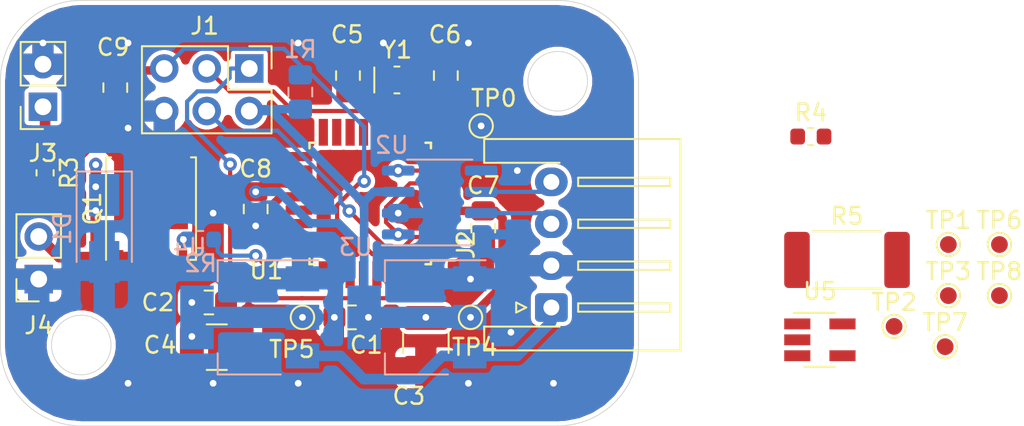
<source format=kicad_pcb>
(kicad_pcb (version 20171130) (host pcbnew "(5.1.5)-3")

  (general
    (thickness 1.6)
    (drawings 12)
    (tracks 177)
    (zones 0)
    (modules 35)
    (nets 42)
  )

  (page A4)
  (layers
    (0 F.Cu signal)
    (31 B.Cu signal)
    (32 B.Adhes user hide)
    (33 F.Adhes user hide)
    (34 B.Paste user hide)
    (35 F.Paste user hide)
    (36 B.SilkS user hide)
    (37 F.SilkS user hide)
    (38 B.Mask user hide)
    (39 F.Mask user hide)
    (40 Dwgs.User user hide)
    (41 Cmts.User user hide)
    (42 Eco1.User user hide)
    (43 Eco2.User user hide)
    (44 Edge.Cuts user)
    (45 Margin user hide)
    (46 B.CrtYd user hide)
    (47 F.CrtYd user hide)
    (48 B.Fab user hide)
    (49 F.Fab user hide)
  )

  (setup
    (last_trace_width 0.25)
    (user_trace_width 0.508)
    (user_trace_width 0.635)
    (user_trace_width 1.27)
    (trace_clearance 0.2)
    (zone_clearance 0.254)
    (zone_45_only no)
    (trace_min 0.2286)
    (via_size 0.8)
    (via_drill 0.4)
    (via_min_size 0.2286)
    (via_min_drill 0.3)
    (uvia_size 0.3)
    (uvia_drill 0.1)
    (uvias_allowed no)
    (uvia_min_size 0.2)
    (uvia_min_drill 0.1)
    (edge_width 0.05)
    (segment_width 0.2)
    (pcb_text_width 0.3)
    (pcb_text_size 1.5 1.5)
    (mod_edge_width 0.12)
    (mod_text_size 1 1)
    (mod_text_width 0.15)
    (pad_size 1.524 1.524)
    (pad_drill 0.762)
    (pad_to_mask_clearance 0.051)
    (solder_mask_min_width 0.25)
    (aux_axis_origin 0 0)
    (visible_elements 7FFFFFFF)
    (pcbplotparams
      (layerselection 0x010fc_ffffffff)
      (usegerberextensions false)
      (usegerberattributes false)
      (usegerberadvancedattributes false)
      (creategerberjobfile false)
      (excludeedgelayer true)
      (linewidth 0.100000)
      (plotframeref false)
      (viasonmask false)
      (mode 1)
      (useauxorigin false)
      (hpglpennumber 1)
      (hpglpenspeed 20)
      (hpglpendiameter 15.000000)
      (psnegative false)
      (psa4output false)
      (plotreference true)
      (plotvalue true)
      (plotinvisibletext false)
      (padsonsilk false)
      (subtractmaskfromsilk false)
      (outputformat 1)
      (mirror false)
      (drillshape 1)
      (scaleselection 1)
      (outputdirectory ""))
  )

  (net 0 "")
  (net 1 "Net-(U1-Pad32)")
  (net 2 "Net-(U1-Pad30)")
  (net 3 "Net-(U1-Pad29)")
  (net 4 "Net-(U1-Pad27)")
  (net 5 "Net-(U1-Pad26)")
  (net 6 "Net-(U1-Pad24)")
  (net 7 "Net-(U1-Pad23)")
  (net 8 "Net-(U1-Pad22)")
  (net 9 "Net-(U1-Pad21)")
  (net 10 Earth)
  (net 11 +5V)
  (net 12 "Net-(U1-Pad16)")
  (net 13 "Net-(U1-Pad15)")
  (net 14 "Net-(U1-Pad14)")
  (net 15 "Net-(U1-Pad3)")
  (net 16 CANH)
  (net 17 CANL)
  (net 18 "Net-(U2-Pad5)")
  (net 19 UIN)
  (net 20 +3V3)
  (net 21 /XTAL2)
  (net 22 /XTAL1)
  (net 23 /RESET)
  (net 24 /MOSI_A)
  (net 25 /SCK_A)
  (net 26 /MISO_A)
  (net 27 /CANRX)
  (net 28 /CANTX)
  (net 29 /SCK)
  (net 30 /AMP1+)
  (net 31 /AMP1-)
  (net 32 /ADC2)
  (net 33 /MOSI)
  (net 34 /MISO)
  (net 35 "Net-(Q1-Pad5)")
  (net 36 "Net-(Q1-Pad4)")
  (net 37 OUT)
  (net 38 +24V)
  (net 39 Brake+)
  (net 40 "Net-(Q1-Pad1)")
  (net 41 TSCout)

  (net_class Default "This is the default net class."
    (clearance 0.2)
    (trace_width 0.25)
    (via_dia 0.8)
    (via_drill 0.4)
    (uvia_dia 0.3)
    (uvia_drill 0.1)
    (add_net +24V)
    (add_net +3V3)
    (add_net +5V)
    (add_net /ADC2)
    (add_net /AMP1+)
    (add_net /AMP1-)
    (add_net /CANRX)
    (add_net /CANTX)
    (add_net /MISO)
    (add_net /MISO_A)
    (add_net /MOSI)
    (add_net /MOSI_A)
    (add_net /RESET)
    (add_net /SCK)
    (add_net /SCK_A)
    (add_net /XTAL1)
    (add_net /XTAL2)
    (add_net Brake+)
    (add_net CANH)
    (add_net CANL)
    (add_net Earth)
    (add_net "Net-(Q1-Pad1)")
    (add_net "Net-(Q1-Pad4)")
    (add_net "Net-(Q1-Pad5)")
    (add_net "Net-(U1-Pad14)")
    (add_net "Net-(U1-Pad15)")
    (add_net "Net-(U1-Pad16)")
    (add_net "Net-(U1-Pad21)")
    (add_net "Net-(U1-Pad22)")
    (add_net "Net-(U1-Pad23)")
    (add_net "Net-(U1-Pad24)")
    (add_net "Net-(U1-Pad26)")
    (add_net "Net-(U1-Pad27)")
    (add_net "Net-(U1-Pad29)")
    (add_net "Net-(U1-Pad3)")
    (add_net "Net-(U1-Pad30)")
    (add_net "Net-(U1-Pad32)")
    (add_net "Net-(U2-Pad5)")
    (add_net OUT)
    (add_net TSCout)
    (add_net UIN)
  )

  (module Package_TO_SOT_SMD:SOT-23-5_HandSoldering (layer F.Cu) (tedit 5A0AB76C) (tstamp 5E687447)
    (at 61.626 32.964)
    (descr "5-pin SOT23 package")
    (tags "SOT-23-5 hand-soldering")
    (path /5E6A06AD)
    (attr smd)
    (fp_text reference U5 (at 0 -2.9) (layer F.SilkS)
      (effects (font (size 1 1) (thickness 0.15)))
    )
    (fp_text value Sensor_Current_TSC888 (at 0 2.9) (layer F.Fab)
      (effects (font (size 1 1) (thickness 0.15)))
    )
    (fp_line (start 2.38 1.8) (end -2.38 1.8) (layer F.CrtYd) (width 0.05))
    (fp_line (start 2.38 1.8) (end 2.38 -1.8) (layer F.CrtYd) (width 0.05))
    (fp_line (start -2.38 -1.8) (end -2.38 1.8) (layer F.CrtYd) (width 0.05))
    (fp_line (start -2.38 -1.8) (end 2.38 -1.8) (layer F.CrtYd) (width 0.05))
    (fp_line (start 0.9 -1.55) (end 0.9 1.55) (layer F.Fab) (width 0.1))
    (fp_line (start 0.9 1.55) (end -0.9 1.55) (layer F.Fab) (width 0.1))
    (fp_line (start -0.9 -0.9) (end -0.9 1.55) (layer F.Fab) (width 0.1))
    (fp_line (start 0.9 -1.55) (end -0.25 -1.55) (layer F.Fab) (width 0.1))
    (fp_line (start -0.9 -0.9) (end -0.25 -1.55) (layer F.Fab) (width 0.1))
    (fp_line (start 0.9 -1.61) (end -1.55 -1.61) (layer F.SilkS) (width 0.12))
    (fp_line (start -0.9 1.61) (end 0.9 1.61) (layer F.SilkS) (width 0.12))
    (fp_text user %R (at 0 0 90) (layer F.Fab)
      (effects (font (size 0.5 0.5) (thickness 0.075)))
    )
    (pad 5 smd rect (at 1.35 -0.95) (size 1.56 0.65) (layers F.Cu F.Paste F.Mask)
      (net 11 +5V))
    (pad 4 smd rect (at 1.35 0.95) (size 1.56 0.65) (layers F.Cu F.Paste F.Mask)
      (net 39 Brake+))
    (pad 3 smd rect (at -1.35 0.95) (size 1.56 0.65) (layers F.Cu F.Paste F.Mask)
      (net 40 "Net-(Q1-Pad1)"))
    (pad 2 smd rect (at -1.35 0) (size 1.56 0.65) (layers F.Cu F.Paste F.Mask)
      (net 10 Earth))
    (pad 1 smd rect (at -1.35 -0.95) (size 1.56 0.65) (layers F.Cu F.Paste F.Mask)
      (net 41 TSCout))
    (model ${KISYS3DMOD}/Package_TO_SOT_SMD.3dshapes/SOT-23-5.wrl
      (at (xyz 0 0 0))
      (scale (xyz 1 1 1))
      (rotate (xyz 0 0 0))
    )
  )

  (module TestPoint:TestPoint_Pad_D1.0mm (layer F.Cu) (tedit 5A0F774F) (tstamp 5E687340)
    (at 72.346 30.324)
    (descr "SMD pad as test Point, diameter 1.0mm")
    (tags "test point SMD pad")
    (path /5E2B9E39)
    (attr virtual)
    (fp_text reference TP8 (at 0 -1.448) (layer F.SilkS)
      (effects (font (size 1 1) (thickness 0.15)))
    )
    (fp_text value TestPoint (at 0 1.55) (layer F.Fab)
      (effects (font (size 1 1) (thickness 0.15)))
    )
    (fp_circle (center 0 0) (end 0 0.7) (layer F.SilkS) (width 0.12))
    (fp_circle (center 0 0) (end 1 0) (layer F.CrtYd) (width 0.05))
    (fp_text user %R (at 0 -1.45) (layer F.Fab)
      (effects (font (size 1 1) (thickness 0.15)))
    )
    (pad 1 smd circle (at 0 0) (size 1 1) (layers F.Cu F.Mask)
      (net 32 /ADC2))
  )

  (module TestPoint:TestPoint_Pad_D1.0mm (layer F.Cu) (tedit 5A0F774F) (tstamp 5E687338)
    (at 69.106 33.374)
    (descr "SMD pad as test Point, diameter 1.0mm")
    (tags "test point SMD pad")
    (path /5E2B528C)
    (attr virtual)
    (fp_text reference TP7 (at 0 -1.448) (layer F.SilkS)
      (effects (font (size 1 1) (thickness 0.15)))
    )
    (fp_text value TestPoint (at 0 1.55) (layer F.Fab)
      (effects (font (size 1 1) (thickness 0.15)))
    )
    (fp_circle (center 0 0) (end 0 0.7) (layer F.SilkS) (width 0.12))
    (fp_circle (center 0 0) (end 1 0) (layer F.CrtYd) (width 0.05))
    (fp_text user %R (at 0 -1.45) (layer F.Fab)
      (effects (font (size 1 1) (thickness 0.15)))
    )
    (pad 1 smd circle (at 0 0) (size 1 1) (layers F.Cu F.Mask)
      (net 30 /AMP1+))
  )

  (module TestPoint:TestPoint_Pad_D1.0mm (layer F.Cu) (tedit 5A0F774F) (tstamp 5E687330)
    (at 72.346 27.274)
    (descr "SMD pad as test Point, diameter 1.0mm")
    (tags "test point SMD pad")
    (path /5E2B7555)
    (attr virtual)
    (fp_text reference TP6 (at 0 -1.448) (layer F.SilkS)
      (effects (font (size 1 1) (thickness 0.15)))
    )
    (fp_text value TestPoint (at 0 1.55) (layer F.Fab)
      (effects (font (size 1 1) (thickness 0.15)))
    )
    (fp_circle (center 0 0) (end 0 0.7) (layer F.SilkS) (width 0.12))
    (fp_circle (center 0 0) (end 1 0) (layer F.CrtYd) (width 0.05))
    (fp_text user %R (at 0 -1.45) (layer F.Fab)
      (effects (font (size 1 1) (thickness 0.15)))
    )
    (pad 1 smd circle (at 0 0) (size 1 1) (layers F.Cu F.Mask)
      (net 31 /AMP1-))
  )

  (module TestPoint:TestPoint_Pad_D1.0mm (layer F.Cu) (tedit 5A0F774F) (tstamp 5E68730C)
    (at 69.296 30.324)
    (descr "SMD pad as test Point, diameter 1.0mm")
    (tags "test point SMD pad")
    (path /5E2A9D0C)
    (attr virtual)
    (fp_text reference TP3 (at 0 -1.448) (layer F.SilkS)
      (effects (font (size 1 1) (thickness 0.15)))
    )
    (fp_text value TestPoint (at 0 1.55) (layer F.Fab)
      (effects (font (size 1 1) (thickness 0.15)))
    )
    (fp_circle (center 0 0) (end 0 0.7) (layer F.SilkS) (width 0.12))
    (fp_circle (center 0 0) (end 1 0) (layer F.CrtYd) (width 0.05))
    (fp_text user %R (at 0 -1.45) (layer F.Fab)
      (effects (font (size 1 1) (thickness 0.15)))
    )
    (pad 1 smd circle (at 0 0) (size 1 1) (layers F.Cu F.Mask)
      (net 29 /SCK))
  )

  (module TestPoint:TestPoint_Pad_D1.0mm (layer F.Cu) (tedit 5A0F774F) (tstamp 5E687304)
    (at 66.056 32.164)
    (descr "SMD pad as test Point, diameter 1.0mm")
    (tags "test point SMD pad")
    (path /5E2A1554)
    (attr virtual)
    (fp_text reference TP2 (at 0 -1.448) (layer F.SilkS)
      (effects (font (size 1 1) (thickness 0.15)))
    )
    (fp_text value TestPoint (at 0 1.55) (layer F.Fab)
      (effects (font (size 1 1) (thickness 0.15)))
    )
    (fp_circle (center 0 0) (end 0 0.7) (layer F.SilkS) (width 0.12))
    (fp_circle (center 0 0) (end 1 0) (layer F.CrtYd) (width 0.05))
    (fp_text user %R (at 0 -1.45) (layer F.Fab)
      (effects (font (size 1 1) (thickness 0.15)))
    )
    (pad 1 smd circle (at 0 0) (size 1 1) (layers F.Cu F.Mask)
      (net 33 /MOSI))
  )

  (module TestPoint:TestPoint_Pad_D1.0mm (layer F.Cu) (tedit 5A0F774F) (tstamp 5E6872FC)
    (at 69.296 27.274)
    (descr "SMD pad as test Point, diameter 1.0mm")
    (tags "test point SMD pad")
    (path /5E2870AC)
    (attr virtual)
    (fp_text reference TP1 (at 0 -1.448) (layer F.SilkS)
      (effects (font (size 1 1) (thickness 0.15)))
    )
    (fp_text value TestPoint (at 0 1.55) (layer F.Fab)
      (effects (font (size 1 1) (thickness 0.15)))
    )
    (fp_circle (center 0 0) (end 0 0.7) (layer F.SilkS) (width 0.12))
    (fp_circle (center 0 0) (end 1 0) (layer F.CrtYd) (width 0.05))
    (fp_text user %R (at 0 -1.45) (layer F.Fab)
      (effects (font (size 1 1) (thickness 0.15)))
    )
    (pad 1 smd circle (at 0 0) (size 1 1) (layers F.Cu F.Mask)
      (net 34 /MISO))
  )

  (module Resistor_SMD:R_2512_6332Metric_Pad1.52x3.35mm_HandSolder (layer F.Cu) (tedit 5B301BBD) (tstamp 5E6872E6)
    (at 63.246 28.194)
    (descr "Resistor SMD 2512 (6332 Metric), square (rectangular) end terminal, IPC_7351 nominal with elongated pad for handsoldering. (Body size source: http://www.tortai-tech.com/upload/download/2011102023233369053.pdf), generated with kicad-footprint-generator")
    (tags "resistor handsolder")
    (path /5E68B3A5)
    (attr smd)
    (fp_text reference R5 (at 0 -2.62) (layer F.SilkS)
      (effects (font (size 1 1) (thickness 0.15)))
    )
    (fp_text value "50 mili" (at 0 2.62) (layer F.Fab)
      (effects (font (size 1 1) (thickness 0.15)))
    )
    (fp_text user %R (at 0 0) (layer F.Fab)
      (effects (font (size 1 1) (thickness 0.15)))
    )
    (fp_line (start 4 1.92) (end -4 1.92) (layer F.CrtYd) (width 0.05))
    (fp_line (start 4 -1.92) (end 4 1.92) (layer F.CrtYd) (width 0.05))
    (fp_line (start -4 -1.92) (end 4 -1.92) (layer F.CrtYd) (width 0.05))
    (fp_line (start -4 1.92) (end -4 -1.92) (layer F.CrtYd) (width 0.05))
    (fp_line (start -2.052064 1.71) (end 2.052064 1.71) (layer F.SilkS) (width 0.12))
    (fp_line (start -2.052064 -1.71) (end 2.052064 -1.71) (layer F.SilkS) (width 0.12))
    (fp_line (start 3.15 1.6) (end -3.15 1.6) (layer F.Fab) (width 0.1))
    (fp_line (start 3.15 -1.6) (end 3.15 1.6) (layer F.Fab) (width 0.1))
    (fp_line (start -3.15 -1.6) (end 3.15 -1.6) (layer F.Fab) (width 0.1))
    (fp_line (start -3.15 1.6) (end -3.15 -1.6) (layer F.Fab) (width 0.1))
    (pad 2 smd roundrect (at 2.9875 0) (size 1.525 3.35) (layers F.Cu F.Paste F.Mask) (roundrect_rratio 0.163934)
      (net 39 Brake+))
    (pad 1 smd roundrect (at -2.9875 0) (size 1.525 3.35) (layers F.Cu F.Paste F.Mask) (roundrect_rratio 0.163934)
      (net 40 "Net-(Q1-Pad1)"))
    (model ${KISYS3DMOD}/Resistor_SMD.3dshapes/R_2512_6332Metric.wrl
      (at (xyz 0 0 0))
      (scale (xyz 1 1 1))
      (rotate (xyz 0 0 0))
    )
  )

  (module Crystal:Crystal_SMD_MicroCrystal_CC8V-T1A-2Pin_2.0x1.2mm (layer F.Cu) (tedit 5D24C0DC) (tstamp 5E2BC9A7)
    (at 36.3728 17.4498)
    (descr "SMD Crystal MicroCrystal CC8V-T1A/CM8V-T1A series https://www.microcrystal.com/fileadmin/Media/Products/32kHz/Datasheet/CC8V-T1A.pdf, 2.0x1.2mm^2 package")
    (tags "SMD SMT crystal")
    (path /5E2084F5)
    (attr smd)
    (fp_text reference Y1 (at 0 -1.8) (layer F.SilkS)
      (effects (font (size 1 1) (thickness 0.15)))
    )
    (fp_text value Crystal (at 0 1.8) (layer F.Fab)
      (effects (font (size 1 1) (thickness 0.15)))
    )
    (fp_line (start 1.4 -1) (end -1.4 -1) (layer F.CrtYd) (width 0.05))
    (fp_line (start 1.4 1) (end 1.4 -1) (layer F.CrtYd) (width 0.05))
    (fp_line (start -1.4 1) (end 1.4 1) (layer F.CrtYd) (width 0.05))
    (fp_line (start -1.4 -1) (end -1.4 1) (layer F.CrtYd) (width 0.05))
    (fp_line (start -1.35 -0.75) (end -1.35 0.75) (layer F.SilkS) (width 0.12))
    (fp_line (start -0.15 0.8) (end 0.15 0.8) (layer F.SilkS) (width 0.12))
    (fp_line (start -0.15 -0.8) (end 0.15 -0.8) (layer F.SilkS) (width 0.12))
    (fp_line (start -1 0.1) (end -0.5 0.6) (layer F.Fab) (width 0.1))
    (fp_line (start 1 -0.6) (end -1 -0.6) (layer F.Fab) (width 0.1))
    (fp_line (start 1 0.6) (end 1 -0.6) (layer F.Fab) (width 0.1))
    (fp_line (start -1 0.6) (end 1 0.6) (layer F.Fab) (width 0.1))
    (fp_line (start -1 -0.6) (end -1 0.6) (layer F.Fab) (width 0.1))
    (fp_text user %R (at 0 0) (layer F.Fab)
      (effects (font (size 0.5 0.5) (thickness 0.075)))
    )
    (pad 2 smd rect (at 0.75 0) (size 0.8 1.5) (layers F.Cu F.Paste F.Mask)
      (net 22 /XTAL1))
    (pad 1 smd rect (at -0.75 0) (size 0.8 1.5) (layers F.Cu F.Paste F.Mask)
      (net 21 /XTAL2))
    (model ${KISYS3DMOD}/Crystal.3dshapes/Crystal_SMD_MicroCrystal_CC8V-T1A-2Pin_2.0x1.2mm.wrl
      (at (xyz 0 0 0))
      (scale (xyz 1 1 1))
      (rotate (xyz 0 0 0))
    )
  )

  (module Resistor_SMD:R_0603_1608Metric (layer F.Cu) (tedit 5B301BBD) (tstamp 5E5AFA19)
    (at 61.087 20.828)
    (descr "Resistor SMD 0603 (1608 Metric), square (rectangular) end terminal, IPC_7351 nominal, (Body size source: http://www.tortai-tech.com/upload/download/2011102023233369053.pdf), generated with kicad-footprint-generator")
    (tags resistor)
    (path /5E5AE2B2)
    (attr smd)
    (fp_text reference R4 (at 0 -1.43) (layer F.SilkS)
      (effects (font (size 1 1) (thickness 0.15)))
    )
    (fp_text value 100k (at 0 1.43) (layer F.Fab)
      (effects (font (size 1 1) (thickness 0.15)))
    )
    (fp_text user %R (at 0 0) (layer F.Fab)
      (effects (font (size 0.4 0.4) (thickness 0.06)))
    )
    (fp_line (start 1.48 0.73) (end -1.48 0.73) (layer F.CrtYd) (width 0.05))
    (fp_line (start 1.48 -0.73) (end 1.48 0.73) (layer F.CrtYd) (width 0.05))
    (fp_line (start -1.48 -0.73) (end 1.48 -0.73) (layer F.CrtYd) (width 0.05))
    (fp_line (start -1.48 0.73) (end -1.48 -0.73) (layer F.CrtYd) (width 0.05))
    (fp_line (start -0.162779 0.51) (end 0.162779 0.51) (layer F.SilkS) (width 0.12))
    (fp_line (start -0.162779 -0.51) (end 0.162779 -0.51) (layer F.SilkS) (width 0.12))
    (fp_line (start 0.8 0.4) (end -0.8 0.4) (layer F.Fab) (width 0.1))
    (fp_line (start 0.8 -0.4) (end 0.8 0.4) (layer F.Fab) (width 0.1))
    (fp_line (start -0.8 -0.4) (end 0.8 -0.4) (layer F.Fab) (width 0.1))
    (fp_line (start -0.8 0.4) (end -0.8 -0.4) (layer F.Fab) (width 0.1))
    (pad 2 smd roundrect (at 0.7875 0) (size 0.875 0.95) (layers F.Cu F.Paste F.Mask) (roundrect_rratio 0.25)
      (net 10 Earth))
    (pad 1 smd roundrect (at -0.7875 0) (size 0.875 0.95) (layers F.Cu F.Paste F.Mask) (roundrect_rratio 0.25)
      (net 37 OUT))
    (model ${KISYS3DMOD}/Resistor_SMD.3dshapes/R_0603_1608Metric.wrl
      (at (xyz 0 0 0))
      (scale (xyz 1 1 1))
      (rotate (xyz 0 0 0))
    )
  )

  (module Resistor_SMD:R_0603_1608Metric (layer F.Cu) (tedit 5B301BBD) (tstamp 5E35C805)
    (at 15.367 22.996 270)
    (descr "Resistor SMD 0603 (1608 Metric), square (rectangular) end terminal, IPC_7351 nominal, (Body size source: http://www.tortai-tech.com/upload/download/2011102023233369053.pdf), generated with kicad-footprint-generator")
    (tags resistor)
    (path /5E2F16F6)
    (attr smd)
    (fp_text reference R3 (at 0 -1.43 90) (layer F.SilkS)
      (effects (font (size 1 1) (thickness 0.15)))
    )
    (fp_text value 0 (at 0 1.43 90) (layer F.Fab)
      (effects (font (size 1 1) (thickness 0.15)))
    )
    (fp_text user %R (at 0 0 90) (layer F.Fab)
      (effects (font (size 0.4 0.4) (thickness 0.06)))
    )
    (fp_line (start 1.48 0.73) (end -1.48 0.73) (layer F.CrtYd) (width 0.05))
    (fp_line (start 1.48 -0.73) (end 1.48 0.73) (layer F.CrtYd) (width 0.05))
    (fp_line (start -1.48 -0.73) (end 1.48 -0.73) (layer F.CrtYd) (width 0.05))
    (fp_line (start -1.48 0.73) (end -1.48 -0.73) (layer F.CrtYd) (width 0.05))
    (fp_line (start -0.162779 0.51) (end 0.162779 0.51) (layer F.SilkS) (width 0.12))
    (fp_line (start -0.162779 -0.51) (end 0.162779 -0.51) (layer F.SilkS) (width 0.12))
    (fp_line (start 0.8 0.4) (end -0.8 0.4) (layer F.Fab) (width 0.1))
    (fp_line (start 0.8 -0.4) (end 0.8 0.4) (layer F.Fab) (width 0.1))
    (fp_line (start -0.8 -0.4) (end 0.8 -0.4) (layer F.Fab) (width 0.1))
    (fp_line (start -0.8 0.4) (end -0.8 -0.4) (layer F.Fab) (width 0.1))
    (pad 2 smd roundrect (at 0.7875 0 270) (size 0.875 0.95) (layers F.Cu F.Paste F.Mask) (roundrect_rratio 0.25)
      (net 35 "Net-(Q1-Pad5)"))
    (pad 1 smd roundrect (at -0.7875 0 270) (size 0.875 0.95) (layers F.Cu F.Paste F.Mask) (roundrect_rratio 0.25)
      (net 38 +24V))
    (model ${KISYS3DMOD}/Resistor_SMD.3dshapes/R_0603_1608Metric.wrl
      (at (xyz 0 0 0))
      (scale (xyz 1 1 1))
      (rotate (xyz 0 0 0))
    )
  )

  (module Resistor_SMD:R_0603_1608Metric (layer B.Cu) (tedit 5B301BBD) (tstamp 5E35CD2E)
    (at 24.647 26.9748)
    (descr "Resistor SMD 0603 (1608 Metric), square (rectangular) end terminal, IPC_7351 nominal, (Body size source: http://www.tortai-tech.com/upload/download/2011102023233369053.pdf), generated with kicad-footprint-generator")
    (tags resistor)
    (path /5E2CF402)
    (attr smd)
    (fp_text reference R2 (at 0 1.43) (layer B.SilkS)
      (effects (font (size 1 1) (thickness 0.15)) (justify mirror))
    )
    (fp_text value 100 (at 0 -1.43) (layer B.Fab)
      (effects (font (size 1 1) (thickness 0.15)) (justify mirror))
    )
    (fp_text user %R (at 0 0) (layer B.Fab)
      (effects (font (size 0.4 0.4) (thickness 0.06)) (justify mirror))
    )
    (fp_line (start 1.48 -0.73) (end -1.48 -0.73) (layer B.CrtYd) (width 0.05))
    (fp_line (start 1.48 0.73) (end 1.48 -0.73) (layer B.CrtYd) (width 0.05))
    (fp_line (start -1.48 0.73) (end 1.48 0.73) (layer B.CrtYd) (width 0.05))
    (fp_line (start -1.48 -0.73) (end -1.48 0.73) (layer B.CrtYd) (width 0.05))
    (fp_line (start -0.162779 -0.51) (end 0.162779 -0.51) (layer B.SilkS) (width 0.12))
    (fp_line (start -0.162779 0.51) (end 0.162779 0.51) (layer B.SilkS) (width 0.12))
    (fp_line (start 0.8 -0.4) (end -0.8 -0.4) (layer B.Fab) (width 0.1))
    (fp_line (start 0.8 0.4) (end 0.8 -0.4) (layer B.Fab) (width 0.1))
    (fp_line (start -0.8 0.4) (end 0.8 0.4) (layer B.Fab) (width 0.1))
    (fp_line (start -0.8 -0.4) (end -0.8 0.4) (layer B.Fab) (width 0.1))
    (pad 2 smd roundrect (at 0.7875 0) (size 0.875 0.95) (layers B.Cu B.Paste B.Mask) (roundrect_rratio 0.25)
      (net 37 OUT))
    (pad 1 smd roundrect (at -0.7875 0) (size 0.875 0.95) (layers B.Cu B.Paste B.Mask) (roundrect_rratio 0.25)
      (net 36 "Net-(Q1-Pad4)"))
    (model ${KISYS3DMOD}/Resistor_SMD.3dshapes/R_0603_1608Metric.wrl
      (at (xyz 0 0 0))
      (scale (xyz 1 1 1))
      (rotate (xyz 0 0 0))
    )
  )

  (module Connector_JST:JST_XH_S4B-XH-A-1_1x04_P2.50mm_Horizontal (layer F.Cu) (tedit 5C281476) (tstamp 5E2BCA00)
    (at 45.593 31.035 90)
    (descr "JST XH series connector, S4B-XH-A-1 (http://www.jst-mfg.com/product/pdf/eng/eXH.pdf), generated with kicad-footprint-generator")
    (tags "connector JST XH horizontal")
    (path /5E2C44CB)
    (fp_text reference J2 (at 3.75 -5.1 90) (layer F.SilkS)
      (effects (font (size 1 1) (thickness 0.15)))
    )
    (fp_text value Conn_01x04_Male (at 3.75 8.8 90) (layer F.Fab)
      (effects (font (size 1 1) (thickness 0.15)))
    )
    (fp_text user %R (at 3.75 1.85 90) (layer F.Fab)
      (effects (font (size 1 1) (thickness 0.15)))
    )
    (fp_line (start 0 -0.4) (end 0.625 0.6) (layer F.Fab) (width 0.1))
    (fp_line (start -0.625 0.6) (end 0 -0.4) (layer F.Fab) (width 0.1))
    (fp_line (start 0.3 -2.1) (end 0 -1.5) (layer F.SilkS) (width 0.12))
    (fp_line (start -0.3 -2.1) (end 0.3 -2.1) (layer F.SilkS) (width 0.12))
    (fp_line (start 0 -1.5) (end -0.3 -2.1) (layer F.SilkS) (width 0.12))
    (fp_line (start 7.75 1.6) (end 7.25 1.6) (layer F.SilkS) (width 0.12))
    (fp_line (start 7.75 7.1) (end 7.75 1.6) (layer F.SilkS) (width 0.12))
    (fp_line (start 7.25 7.1) (end 7.75 7.1) (layer F.SilkS) (width 0.12))
    (fp_line (start 7.25 1.6) (end 7.25 7.1) (layer F.SilkS) (width 0.12))
    (fp_line (start 5.25 1.6) (end 4.75 1.6) (layer F.SilkS) (width 0.12))
    (fp_line (start 5.25 7.1) (end 5.25 1.6) (layer F.SilkS) (width 0.12))
    (fp_line (start 4.75 7.1) (end 5.25 7.1) (layer F.SilkS) (width 0.12))
    (fp_line (start 4.75 1.6) (end 4.75 7.1) (layer F.SilkS) (width 0.12))
    (fp_line (start 2.75 1.6) (end 2.25 1.6) (layer F.SilkS) (width 0.12))
    (fp_line (start 2.75 7.1) (end 2.75 1.6) (layer F.SilkS) (width 0.12))
    (fp_line (start 2.25 7.1) (end 2.75 7.1) (layer F.SilkS) (width 0.12))
    (fp_line (start 2.25 1.6) (end 2.25 7.1) (layer F.SilkS) (width 0.12))
    (fp_line (start 0.25 1.6) (end -0.25 1.6) (layer F.SilkS) (width 0.12))
    (fp_line (start 0.25 7.1) (end 0.25 1.6) (layer F.SilkS) (width 0.12))
    (fp_line (start -0.25 7.1) (end 0.25 7.1) (layer F.SilkS) (width 0.12))
    (fp_line (start -0.25 1.6) (end -0.25 7.1) (layer F.SilkS) (width 0.12))
    (fp_line (start 8.75 0.6) (end 3.75 0.6) (layer F.Fab) (width 0.1))
    (fp_line (start 8.75 -3.9) (end 8.75 0.6) (layer F.Fab) (width 0.1))
    (fp_line (start 9.95 -3.9) (end 8.75 -3.9) (layer F.Fab) (width 0.1))
    (fp_line (start 9.95 7.6) (end 9.95 -3.9) (layer F.Fab) (width 0.1))
    (fp_line (start 3.75 7.6) (end 9.95 7.6) (layer F.Fab) (width 0.1))
    (fp_line (start -1.25 0.6) (end 3.75 0.6) (layer F.Fab) (width 0.1))
    (fp_line (start -1.25 -3.9) (end -1.25 0.6) (layer F.Fab) (width 0.1))
    (fp_line (start -2.45 -3.9) (end -1.25 -3.9) (layer F.Fab) (width 0.1))
    (fp_line (start -2.45 7.6) (end -2.45 -3.9) (layer F.Fab) (width 0.1))
    (fp_line (start 3.75 7.6) (end -2.45 7.6) (layer F.Fab) (width 0.1))
    (fp_line (start 8.64 -4.01) (end 8.64 0.49) (layer F.SilkS) (width 0.12))
    (fp_line (start 10.06 -4.01) (end 8.64 -4.01) (layer F.SilkS) (width 0.12))
    (fp_line (start 10.06 7.71) (end 10.06 -4.01) (layer F.SilkS) (width 0.12))
    (fp_line (start 3.75 7.71) (end 10.06 7.71) (layer F.SilkS) (width 0.12))
    (fp_line (start -1.14 -4.01) (end -1.14 0.49) (layer F.SilkS) (width 0.12))
    (fp_line (start -2.56 -4.01) (end -1.14 -4.01) (layer F.SilkS) (width 0.12))
    (fp_line (start -2.56 7.71) (end -2.56 -4.01) (layer F.SilkS) (width 0.12))
    (fp_line (start 3.75 7.71) (end -2.56 7.71) (layer F.SilkS) (width 0.12))
    (fp_line (start 10.45 -4.4) (end -2.95 -4.4) (layer F.CrtYd) (width 0.05))
    (fp_line (start 10.45 8.1) (end 10.45 -4.4) (layer F.CrtYd) (width 0.05))
    (fp_line (start -2.95 8.1) (end 10.45 8.1) (layer F.CrtYd) (width 0.05))
    (fp_line (start -2.95 -4.4) (end -2.95 8.1) (layer F.CrtYd) (width 0.05))
    (pad 4 thru_hole oval (at 7.5 0 90) (size 1.7 1.95) (drill 0.95) (layers *.Cu *.Mask)
      (net 17 CANL))
    (pad 3 thru_hole oval (at 5 0 90) (size 1.7 1.95) (drill 0.95) (layers *.Cu *.Mask)
      (net 16 CANH))
    (pad 2 thru_hole oval (at 2.5 0 90) (size 1.7 1.95) (drill 0.95) (layers *.Cu *.Mask)
      (net 10 Earth))
    (pad 1 thru_hole roundrect (at 0 0 90) (size 1.7 1.95) (drill 0.95) (layers *.Cu *.Mask) (roundrect_rratio 0.147059)
      (net 19 UIN))
    (model ${KISYS3DMOD}/Connector_JST.3dshapes/JST_XH_S4B-XH-A-1_1x04_P2.50mm_Horizontal.wrl
      (at (xyz 0 0 0))
      (scale (xyz 1 1 1))
      (rotate (xyz 0 0 0))
    )
  )

  (module Diode_SMD:D_SMA (layer B.Cu) (tedit 586432E5) (tstamp 5E360C3F)
    (at 18.8976 26.3144 270)
    (descr "Diode SMA (DO-214AC)")
    (tags "Diode SMA (DO-214AC)")
    (path /5E3656F3)
    (attr smd)
    (fp_text reference D1 (at 0 2.5 90) (layer B.SilkS)
      (effects (font (size 1 1) (thickness 0.15)) (justify mirror))
    )
    (fp_text value D (at 0 -2.6 90) (layer B.Fab)
      (effects (font (size 1 1) (thickness 0.15)) (justify mirror))
    )
    (fp_line (start -3.4 1.65) (end 2 1.65) (layer B.SilkS) (width 0.12))
    (fp_line (start -3.4 -1.65) (end 2 -1.65) (layer B.SilkS) (width 0.12))
    (fp_line (start -0.64944 -0.00102) (end 0.50118 0.79908) (layer B.Fab) (width 0.1))
    (fp_line (start -0.64944 -0.00102) (end 0.50118 -0.75032) (layer B.Fab) (width 0.1))
    (fp_line (start 0.50118 -0.75032) (end 0.50118 0.79908) (layer B.Fab) (width 0.1))
    (fp_line (start -0.64944 0.79908) (end -0.64944 -0.80112) (layer B.Fab) (width 0.1))
    (fp_line (start 0.50118 -0.00102) (end 1.4994 -0.00102) (layer B.Fab) (width 0.1))
    (fp_line (start -0.64944 -0.00102) (end -1.55114 -0.00102) (layer B.Fab) (width 0.1))
    (fp_line (start -3.5 -1.75) (end -3.5 1.75) (layer B.CrtYd) (width 0.05))
    (fp_line (start 3.5 -1.75) (end -3.5 -1.75) (layer B.CrtYd) (width 0.05))
    (fp_line (start 3.5 1.75) (end 3.5 -1.75) (layer B.CrtYd) (width 0.05))
    (fp_line (start -3.5 1.75) (end 3.5 1.75) (layer B.CrtYd) (width 0.05))
    (fp_line (start 2.3 1.5) (end -2.3 1.5) (layer B.Fab) (width 0.1))
    (fp_line (start 2.3 1.5) (end 2.3 -1.5) (layer B.Fab) (width 0.1))
    (fp_line (start -2.3 -1.5) (end -2.3 1.5) (layer B.Fab) (width 0.1))
    (fp_line (start 2.3 -1.5) (end -2.3 -1.5) (layer B.Fab) (width 0.1))
    (fp_line (start -3.4 1.65) (end -3.4 -1.65) (layer B.SilkS) (width 0.12))
    (fp_text user %R (at 0 2.5 90) (layer B.Fab)
      (effects (font (size 1 1) (thickness 0.15)) (justify mirror))
    )
    (pad 2 smd rect (at 2 0 270) (size 2.5 1.8) (layers B.Cu B.Paste B.Mask)
      (net 10 Earth))
    (pad 1 smd rect (at -2 0 270) (size 2.5 1.8) (layers B.Cu B.Paste B.Mask)
      (net 39 Brake+))
    (model ${KISYS3DMOD}/Diode_SMD.3dshapes/D_SMA.wrl
      (at (xyz 0 0 0))
      (scale (xyz 1 1 1))
      (rotate (xyz 0 0 0))
    )
  )

  (module Connector_PinSocket_2.54mm:PinSocket_1x02_P2.54mm_Vertical (layer F.Cu) (tedit 5A19A420) (tstamp 5E3F0B5C)
    (at 14.986 29.337 180)
    (descr "Through hole straight socket strip, 1x02, 2.54mm pitch, single row (from Kicad 4.0.7), script generated")
    (tags "Through hole socket strip THT 1x02 2.54mm single row")
    (path /5E39CBE4)
    (fp_text reference J4 (at 0 -2.77) (layer F.SilkS)
      (effects (font (size 1 1) (thickness 0.15)))
    )
    (fp_text value Brake (at 0 5.31) (layer F.Fab)
      (effects (font (size 1 1) (thickness 0.15)))
    )
    (fp_text user %R (at 0 1.27 90) (layer F.Fab)
      (effects (font (size 1 1) (thickness 0.15)))
    )
    (fp_line (start -1.8 4.3) (end -1.8 -1.8) (layer F.CrtYd) (width 0.05))
    (fp_line (start 1.75 4.3) (end -1.8 4.3) (layer F.CrtYd) (width 0.05))
    (fp_line (start 1.75 -1.8) (end 1.75 4.3) (layer F.CrtYd) (width 0.05))
    (fp_line (start -1.8 -1.8) (end 1.75 -1.8) (layer F.CrtYd) (width 0.05))
    (fp_line (start 0 -1.33) (end 1.33 -1.33) (layer F.SilkS) (width 0.12))
    (fp_line (start 1.33 -1.33) (end 1.33 0) (layer F.SilkS) (width 0.12))
    (fp_line (start 1.33 1.27) (end 1.33 3.87) (layer F.SilkS) (width 0.12))
    (fp_line (start -1.33 3.87) (end 1.33 3.87) (layer F.SilkS) (width 0.12))
    (fp_line (start -1.33 1.27) (end -1.33 3.87) (layer F.SilkS) (width 0.12))
    (fp_line (start -1.33 1.27) (end 1.33 1.27) (layer F.SilkS) (width 0.12))
    (fp_line (start -1.27 3.81) (end -1.27 -1.27) (layer F.Fab) (width 0.1))
    (fp_line (start 1.27 3.81) (end -1.27 3.81) (layer F.Fab) (width 0.1))
    (fp_line (start 1.27 -0.635) (end 1.27 3.81) (layer F.Fab) (width 0.1))
    (fp_line (start 0.635 -1.27) (end 1.27 -0.635) (layer F.Fab) (width 0.1))
    (fp_line (start -1.27 -1.27) (end 0.635 -1.27) (layer F.Fab) (width 0.1))
    (pad 2 thru_hole oval (at 0 2.54 180) (size 1.7 1.7) (drill 1) (layers *.Cu *.Mask)
      (net 39 Brake+))
    (pad 1 thru_hole rect (at 0 0 180) (size 1.7 1.7) (drill 1) (layers *.Cu *.Mask)
      (net 10 Earth))
    (model ${KISYS3DMOD}/Connector_PinSocket_2.54mm.3dshapes/PinSocket_1x02_P2.54mm_Vertical.wrl
      (at (xyz 0 0 0))
      (scale (xyz 1 1 1))
      (rotate (xyz 0 0 0))
    )
  )

  (module Connector_PinHeader_2.54mm:PinHeader_2x03_P2.54mm_Vertical (layer F.Cu) (tedit 59FED5CC) (tstamp 5E2BC5F1)
    (at 27.559 16.764 270)
    (descr "Through hole straight pin header, 2x03, 2.54mm pitch, double rows")
    (tags "Through hole pin header THT 2x03 2.54mm double row")
    (path /5E1F8DCB)
    (fp_text reference J1 (at -2.54 2.667 180) (layer F.SilkS)
      (effects (font (size 1 1) (thickness 0.15)))
    )
    (fp_text value ISP-6 (at 1.27 7.41 90) (layer F.Fab)
      (effects (font (size 1 1) (thickness 0.15)))
    )
    (fp_text user %R (at 1.524 2.54) (layer F.Fab)
      (effects (font (size 1 1) (thickness 0.15)))
    )
    (fp_line (start 4.35 -1.8) (end -1.8 -1.8) (layer F.CrtYd) (width 0.05))
    (fp_line (start 4.35 6.85) (end 4.35 -1.8) (layer F.CrtYd) (width 0.05))
    (fp_line (start -1.8 6.85) (end 4.35 6.85) (layer F.CrtYd) (width 0.05))
    (fp_line (start -1.8 -1.8) (end -1.8 6.85) (layer F.CrtYd) (width 0.05))
    (fp_line (start -1.33 -1.33) (end 0 -1.33) (layer F.SilkS) (width 0.12))
    (fp_line (start -1.33 0) (end -1.33 -1.33) (layer F.SilkS) (width 0.12))
    (fp_line (start 1.27 -1.33) (end 3.87 -1.33) (layer F.SilkS) (width 0.12))
    (fp_line (start 1.27 1.27) (end 1.27 -1.33) (layer F.SilkS) (width 0.12))
    (fp_line (start -1.33 1.27) (end 1.27 1.27) (layer F.SilkS) (width 0.12))
    (fp_line (start 3.87 -1.33) (end 3.87 6.41) (layer F.SilkS) (width 0.12))
    (fp_line (start -1.33 1.27) (end -1.33 6.41) (layer F.SilkS) (width 0.12))
    (fp_line (start -1.33 6.41) (end 3.87 6.41) (layer F.SilkS) (width 0.12))
    (fp_line (start -1.27 0) (end 0 -1.27) (layer F.Fab) (width 0.1))
    (fp_line (start -1.27 6.35) (end -1.27 0) (layer F.Fab) (width 0.1))
    (fp_line (start 3.81 6.35) (end -1.27 6.35) (layer F.Fab) (width 0.1))
    (fp_line (start 3.81 -1.27) (end 3.81 6.35) (layer F.Fab) (width 0.1))
    (fp_line (start 0 -1.27) (end 3.81 -1.27) (layer F.Fab) (width 0.1))
    (pad 6 thru_hole oval (at 2.54 5.08 270) (size 1.7 1.7) (drill 1) (layers *.Cu *.Mask)
      (net 10 Earth))
    (pad 5 thru_hole oval (at 0 5.08 270) (size 1.7 1.7) (drill 1) (layers *.Cu *.Mask)
      (net 23 /RESET))
    (pad 4 thru_hole oval (at 2.54 2.54 270) (size 1.7 1.7) (drill 1) (layers *.Cu *.Mask)
      (net 24 /MOSI_A))
    (pad 3 thru_hole oval (at 0 2.54 270) (size 1.7 1.7) (drill 1) (layers *.Cu *.Mask)
      (net 25 /SCK_A))
    (pad 2 thru_hole oval (at 2.54 0 270) (size 1.7 1.7) (drill 1) (layers *.Cu *.Mask)
      (net 19 UIN))
    (pad 1 thru_hole rect (at 0 0 270) (size 1.7 1.7) (drill 1) (layers *.Cu *.Mask)
      (net 26 /MISO_A))
    (model ${KISYS3DMOD}/Connector_PinHeader_2.54mm.3dshapes/PinHeader_2x03_P2.54mm_Vertical.wrl
      (at (xyz 0 0 0))
      (scale (xyz 1 1 1))
      (rotate (xyz 0 0 0))
    )
  )

  (module Connector_PinSocket_2.54mm:PinSocket_1x02_P2.54mm_Vertical (layer F.Cu) (tedit 5A19A420) (tstamp 5E360503)
    (at 15.24 19.05 180)
    (descr "Through hole straight socket strip, 1x02, 2.54mm pitch, single row (from Kicad 4.0.7), script generated")
    (tags "Through hole socket strip THT 1x02 2.54mm single row")
    (path /5E369256)
    (fp_text reference J3 (at 0 -2.77) (layer F.SilkS)
      (effects (font (size 1 1) (thickness 0.15)))
    )
    (fp_text value "24V Connector" (at 0 5.31) (layer F.Fab)
      (effects (font (size 1 1) (thickness 0.15)))
    )
    (fp_text user %R (at 0 1.27 90) (layer F.Fab)
      (effects (font (size 1 1) (thickness 0.15)))
    )
    (fp_line (start -1.8 4.3) (end -1.8 -1.8) (layer F.CrtYd) (width 0.05))
    (fp_line (start 1.75 4.3) (end -1.8 4.3) (layer F.CrtYd) (width 0.05))
    (fp_line (start 1.75 -1.8) (end 1.75 4.3) (layer F.CrtYd) (width 0.05))
    (fp_line (start -1.8 -1.8) (end 1.75 -1.8) (layer F.CrtYd) (width 0.05))
    (fp_line (start 0 -1.33) (end 1.33 -1.33) (layer F.SilkS) (width 0.12))
    (fp_line (start 1.33 -1.33) (end 1.33 0) (layer F.SilkS) (width 0.12))
    (fp_line (start 1.33 1.27) (end 1.33 3.87) (layer F.SilkS) (width 0.12))
    (fp_line (start -1.33 3.87) (end 1.33 3.87) (layer F.SilkS) (width 0.12))
    (fp_line (start -1.33 1.27) (end -1.33 3.87) (layer F.SilkS) (width 0.12))
    (fp_line (start -1.33 1.27) (end 1.33 1.27) (layer F.SilkS) (width 0.12))
    (fp_line (start -1.27 3.81) (end -1.27 -1.27) (layer F.Fab) (width 0.1))
    (fp_line (start 1.27 3.81) (end -1.27 3.81) (layer F.Fab) (width 0.1))
    (fp_line (start 1.27 -0.635) (end 1.27 3.81) (layer F.Fab) (width 0.1))
    (fp_line (start 0.635 -1.27) (end 1.27 -0.635) (layer F.Fab) (width 0.1))
    (fp_line (start -1.27 -1.27) (end 0.635 -1.27) (layer F.Fab) (width 0.1))
    (pad 2 thru_hole oval (at 0 2.54 180) (size 1.7 1.7) (drill 1) (layers *.Cu *.Mask)
      (net 10 Earth))
    (pad 1 thru_hole rect (at 0 0 180) (size 1.7 1.7) (drill 1) (layers *.Cu *.Mask)
      (net 38 +24V))
    (model ${KISYS3DMOD}/Connector_PinSocket_2.54mm.3dshapes/PinSocket_1x02_P2.54mm_Vertical.wrl
      (at (xyz 0 0 0))
      (scale (xyz 1 1 1))
      (rotate (xyz 0 0 0))
    )
  )

  (module Package_TO_SOT_SMD:TDSON-8-1 (layer F.Cu) (tedit 5D9B6805) (tstamp 5E3F0B63)
    (at 21.6916 25.1292 90)
    (descr "Power MOSFET package, TDSON-8-1, 5.15x5.9mm (https://www.infineon.com/cms/en/product/packages/PG-TDSON/PG-TDSON-8-1/)")
    (tags "tdson ")
    (path /5E2F9E9C)
    (attr smd)
    (fp_text reference Q1 (at 0 -3.5 90) (layer F.SilkS)
      (effects (font (size 1 1) (thickness 0.15)))
    )
    (fp_text value STP55NF06L (at 0 3.5 90) (layer F.Fab)
      (effects (font (size 1 1) (thickness 0.15)))
    )
    (fp_line (start 3.06 -2.385) (end 3.06 -2.685) (layer F.SilkS) (width 0.12))
    (fp_line (start 3.06 2.385) (end 3.06 2.685) (layer F.SilkS) (width 0.12))
    (fp_line (start -3.06 2.335) (end -3.06 2.685) (layer F.SilkS) (width 0.12))
    (fp_line (start 3.06 -2.685) (end -3.06 -2.685) (layer F.SilkS) (width 0.12))
    (fp_line (start -1.95 -2.575) (end -2.95 -1.575) (layer F.Fab) (width 0.1))
    (fp_line (start 3.06 2.685) (end -3.06 2.685) (layer F.SilkS) (width 0.12))
    (fp_line (start 3.58 2.83) (end 3.58 -2.83) (layer F.CrtYd) (width 0.05))
    (fp_line (start 3.58 -2.83) (end -3.58 -2.83) (layer F.CrtYd) (width 0.05))
    (fp_line (start -3.58 -2.83) (end -3.58 2.83) (layer F.CrtYd) (width 0.05))
    (fp_line (start -3.58 2.83) (end 3.58 2.83) (layer F.CrtYd) (width 0.05))
    (fp_line (start 2.95 -2.575) (end 2.95 2.575) (layer F.Fab) (width 0.1))
    (fp_line (start 2.95 2.575) (end -2.95 2.575) (layer F.Fab) (width 0.1))
    (fp_line (start -2.95 2.575) (end -2.95 -1.575) (layer F.Fab) (width 0.1))
    (fp_line (start -1.95 -2.575) (end 2.95 -2.575) (layer F.Fab) (width 0.1))
    (fp_text user %R (at 0 0 90) (layer F.Fab)
      (effects (font (size 1 1) (thickness 0.15)))
    )
    (pad "" smd custom (at 0.65 0 90) (size 3.75 4.41) (layers F.Mask)
      (zone_connect 0)
      (options (clearance outline) (anchor rect))
      (primitives
        (gr_poly (pts
           (xy 1.875 -2.205) (xy 2.675 -2.205) (xy 2.675 -1.605) (xy 1.875 -1.605)) (width 0))
        (gr_poly (pts
           (xy 1.875 -0.935) (xy 2.675 -0.935) (xy 2.675 -0.335) (xy 1.875 -0.335)) (width 0))
        (gr_poly (pts
           (xy 1.875 0.335) (xy 2.675 0.335) (xy 2.675 0.935) (xy 1.875 0.935)) (width 0))
        (gr_poly (pts
           (xy 1.875 1.605) (xy 2.675 1.605) (xy 2.675 2.205) (xy 1.875 2.205)) (width 0))
      ))
    (pad "" smd rect (at 2.905 1.905 90) (size 0.75 0.5) (layers F.Paste))
    (pad "" smd rect (at 2.905 0.635 90) (size 0.75 0.5) (layers F.Paste))
    (pad "" smd rect (at 2.905 -0.635 90) (size 0.75 0.5) (layers F.Paste))
    (pad "" smd rect (at 2.905 -1.905 90) (size 0.75 0.5) (layers F.Paste))
    (pad 5 smd rect (at 1.05 0 90) (size 4.55 4.41) (layers F.Cu)
      (net 35 "Net-(Q1-Pad5)"))
    (pad "" smd rect (at -0.2 0.85 90) (size 1.5 1.5) (layers F.Paste))
    (pad "" smd rect (at -0.2 -0.85 90) (size 1.5 1.5) (layers F.Paste))
    (pad "" smd rect (at 1.5 0.85 90) (size 1.5 1.5) (layers F.Paste))
    (pad "" smd rect (at 1.5 -0.85 90) (size 1.5 1.5) (layers F.Paste))
    (pad 4 smd rect (at -2.9 1.905 90) (size 0.85 0.5) (layers F.Cu F.Paste F.Mask)
      (net 36 "Net-(Q1-Pad4)") (solder_paste_margin -0.05))
    (pad 3 smd rect (at -2.9 0.635 90) (size 0.85 0.5) (layers F.Cu F.Paste F.Mask)
      (net 40 "Net-(Q1-Pad1)") (solder_paste_margin -0.05))
    (pad 2 smd rect (at -2.9 -0.635 90) (size 0.85 0.5) (layers F.Cu F.Paste F.Mask)
      (net 40 "Net-(Q1-Pad1)") (solder_paste_margin -0.05))
    (pad 1 smd rect (at -2.9 -1.905 90) (size 0.85 0.5) (layers F.Cu F.Paste F.Mask)
      (net 40 "Net-(Q1-Pad1)") (solder_paste_margin -0.05))
    (model ${KISYS3DMOD}/Package_TO_SOT_SMD.3dshapes/TDSON-8-1.wrl
      (at (xyz 0 0 0))
      (scale (xyz 1 1 1))
      (rotate (xyz 0 0 0))
    )
  )

  (module Package_TO_SOT_SMD:SOT-223-3_TabPin2 (layer B.Cu) (tedit 5A02FF57) (tstamp 5E2BC966)
    (at 37.567 31.623 180)
    (descr "module CMS SOT223 4 pins")
    (tags "CMS SOT")
    (path /5E2873C8)
    (attr smd)
    (fp_text reference U3 (at 3.658 4.191) (layer B.SilkS)
      (effects (font (size 1 1) (thickness 0.15)) (justify mirror))
    )
    (fp_text value NCP1117-5V (at 0 -4.5) (layer B.Fab)
      (effects (font (size 1 1) (thickness 0.15)) (justify mirror))
    )
    (fp_line (start 1.85 3.35) (end 1.85 -3.35) (layer B.Fab) (width 0.1))
    (fp_line (start -1.85 -3.35) (end 1.85 -3.35) (layer B.Fab) (width 0.1))
    (fp_line (start -4.1 3.41) (end 1.91 3.41) (layer B.SilkS) (width 0.12))
    (fp_line (start -0.85 3.35) (end 1.85 3.35) (layer B.Fab) (width 0.1))
    (fp_line (start -1.85 -3.41) (end 1.91 -3.41) (layer B.SilkS) (width 0.12))
    (fp_line (start -1.85 2.35) (end -1.85 -3.35) (layer B.Fab) (width 0.1))
    (fp_line (start -1.85 2.35) (end -0.85 3.35) (layer B.Fab) (width 0.1))
    (fp_line (start -4.4 3.6) (end -4.4 -3.6) (layer B.CrtYd) (width 0.05))
    (fp_line (start -4.4 -3.6) (end 4.4 -3.6) (layer B.CrtYd) (width 0.05))
    (fp_line (start 4.4 -3.6) (end 4.4 3.6) (layer B.CrtYd) (width 0.05))
    (fp_line (start 4.4 3.6) (end -4.4 3.6) (layer B.CrtYd) (width 0.05))
    (fp_line (start 1.91 3.41) (end 1.91 2.15) (layer B.SilkS) (width 0.12))
    (fp_line (start 1.91 -3.41) (end 1.91 -2.15) (layer B.SilkS) (width 0.12))
    (fp_text user %R (at 0 0 270) (layer B.Fab)
      (effects (font (size 0.8 0.8) (thickness 0.12)) (justify mirror))
    )
    (pad 1 smd rect (at -3.15 2.3 180) (size 2 1.5) (layers B.Cu B.Paste B.Mask)
      (net 10 Earth))
    (pad 3 smd rect (at -3.15 -2.3 180) (size 2 1.5) (layers B.Cu B.Paste B.Mask)
      (net 19 UIN))
    (pad 2 smd rect (at -3.15 0 180) (size 2 1.5) (layers B.Cu B.Paste B.Mask)
      (net 11 +5V))
    (pad 2 smd rect (at 3.15 0 180) (size 2 3.8) (layers B.Cu B.Paste B.Mask)
      (net 11 +5V))
    (model ${KISYS3DMOD}/Package_TO_SOT_SMD.3dshapes/SOT-223.wrl
      (at (xyz 0 0 0))
      (scale (xyz 1 1 1))
      (rotate (xyz 0 0 0))
    )
  )

  (module Package_QFP:TQFP-32_7x7mm_P0.8mm (layer F.Cu) (tedit 5A02F146) (tstamp 5E2BC8E5)
    (at 34.779 24.824 180)
    (descr "32-Lead Plastic Thin Quad Flatpack (PT) - 7x7x1.0 mm Body, 2.00 mm [TQFP] (see Microchip Packaging Specification 00000049BS.pdf)")
    (tags "QFP 0.8")
    (path /5E1F74CB)
    (attr smd)
    (fp_text reference U1 (at 6.204 -4.005) (layer F.SilkS)
      (effects (font (size 1 1) (thickness 0.15)))
    )
    (fp_text value ATmega16M1-AU (at 0 6.05) (layer F.Fab)
      (effects (font (size 1 1) (thickness 0.15)))
    )
    (fp_line (start -3.625 -3.4) (end -5.05 -3.4) (layer F.SilkS) (width 0.15))
    (fp_line (start 3.625 -3.625) (end 3.3 -3.625) (layer F.SilkS) (width 0.15))
    (fp_line (start 3.625 3.625) (end 3.3 3.625) (layer F.SilkS) (width 0.15))
    (fp_line (start -3.625 3.625) (end -3.3 3.625) (layer F.SilkS) (width 0.15))
    (fp_line (start -3.625 -3.625) (end -3.3 -3.625) (layer F.SilkS) (width 0.15))
    (fp_line (start -3.625 3.625) (end -3.625 3.3) (layer F.SilkS) (width 0.15))
    (fp_line (start 3.625 3.625) (end 3.625 3.3) (layer F.SilkS) (width 0.15))
    (fp_line (start 3.625 -3.625) (end 3.625 -3.3) (layer F.SilkS) (width 0.15))
    (fp_line (start -3.625 -3.625) (end -3.625 -3.4) (layer F.SilkS) (width 0.15))
    (fp_line (start -5.3 5.3) (end 5.3 5.3) (layer F.CrtYd) (width 0.05))
    (fp_line (start -5.3 -5.3) (end 5.3 -5.3) (layer F.CrtYd) (width 0.05))
    (fp_line (start 5.3 -5.3) (end 5.3 5.3) (layer F.CrtYd) (width 0.05))
    (fp_line (start -5.3 -5.3) (end -5.3 5.3) (layer F.CrtYd) (width 0.05))
    (fp_line (start -3.5 -2.5) (end -2.5 -3.5) (layer F.Fab) (width 0.15))
    (fp_line (start -3.5 3.5) (end -3.5 -2.5) (layer F.Fab) (width 0.15))
    (fp_line (start 3.5 3.5) (end -3.5 3.5) (layer F.Fab) (width 0.15))
    (fp_line (start 3.5 -3.5) (end 3.5 3.5) (layer F.Fab) (width 0.15))
    (fp_line (start -2.5 -3.5) (end 3.5 -3.5) (layer F.Fab) (width 0.15))
    (fp_text user %R (at 0 0) (layer F.Fab)
      (effects (font (size 1 1) (thickness 0.15)))
    )
    (pad 32 smd rect (at -2.8 -4.25 270) (size 1.6 0.55) (layers F.Cu F.Paste F.Mask)
      (net 1 "Net-(U1-Pad32)"))
    (pad 31 smd rect (at -2 -4.25 270) (size 1.6 0.55) (layers F.Cu F.Paste F.Mask)
      (net 23 /RESET))
    (pad 30 smd rect (at -1.2 -4.25 270) (size 1.6 0.55) (layers F.Cu F.Paste F.Mask)
      (net 2 "Net-(U1-Pad30)"))
    (pad 29 smd rect (at -0.4 -4.25 270) (size 1.6 0.55) (layers F.Cu F.Paste F.Mask)
      (net 3 "Net-(U1-Pad29)"))
    (pad 28 smd rect (at 0.4 -4.25 270) (size 1.6 0.55) (layers F.Cu F.Paste F.Mask)
      (net 29 /SCK))
    (pad 27 smd rect (at 1.2 -4.25 270) (size 1.6 0.55) (layers F.Cu F.Paste F.Mask)
      (net 4 "Net-(U1-Pad27)"))
    (pad 26 smd rect (at 2 -4.25 270) (size 1.6 0.55) (layers F.Cu F.Paste F.Mask)
      (net 5 "Net-(U1-Pad26)"))
    (pad 25 smd rect (at 2.8 -4.25 270) (size 1.6 0.55) (layers F.Cu F.Paste F.Mask)
      (net 37 OUT))
    (pad 24 smd rect (at 4.25 -2.8 180) (size 1.6 0.55) (layers F.Cu F.Paste F.Mask)
      (net 6 "Net-(U1-Pad24)"))
    (pad 23 smd rect (at 4.25 -2 180) (size 1.6 0.55) (layers F.Cu F.Paste F.Mask)
      (net 7 "Net-(U1-Pad23)"))
    (pad 22 smd rect (at 4.25 -1.2 180) (size 1.6 0.55) (layers F.Cu F.Paste F.Mask)
      (net 8 "Net-(U1-Pad22)"))
    (pad 21 smd rect (at 4.25 -0.4 180) (size 1.6 0.55) (layers F.Cu F.Paste F.Mask)
      (net 9 "Net-(U1-Pad21)"))
    (pad 20 smd rect (at 4.25 0.4 180) (size 1.6 0.55) (layers F.Cu F.Paste F.Mask)
      (net 10 Earth))
    (pad 19 smd rect (at 4.25 1.2 180) (size 1.6 0.55) (layers F.Cu F.Paste F.Mask)
      (net 11 +5V))
    (pad 18 smd rect (at 4.25 2 180) (size 1.6 0.55) (layers F.Cu F.Paste F.Mask)
      (net 30 /AMP1+))
    (pad 17 smd rect (at 4.25 2.8 180) (size 1.6 0.55) (layers F.Cu F.Paste F.Mask)
      (net 31 /AMP1-))
    (pad 16 smd rect (at 2.8 4.25 270) (size 1.6 0.55) (layers F.Cu F.Paste F.Mask)
      (net 12 "Net-(U1-Pad16)"))
    (pad 15 smd rect (at 2 4.25 270) (size 1.6 0.55) (layers F.Cu F.Paste F.Mask)
      (net 13 "Net-(U1-Pad15)"))
    (pad 14 smd rect (at 1.2 4.25 270) (size 1.6 0.55) (layers F.Cu F.Paste F.Mask)
      (net 14 "Net-(U1-Pad14)"))
    (pad 13 smd rect (at 0.4 4.25 270) (size 1.6 0.55) (layers F.Cu F.Paste F.Mask)
      (net 32 /ADC2))
    (pad 12 smd rect (at -0.4 4.25 270) (size 1.6 0.55) (layers F.Cu F.Paste F.Mask)
      (net 25 /SCK_A))
    (pad 11 smd rect (at -1.2 4.25 270) (size 1.6 0.55) (layers F.Cu F.Paste F.Mask)
      (net 21 /XTAL2))
    (pad 10 smd rect (at -2 4.25 270) (size 1.6 0.55) (layers F.Cu F.Paste F.Mask)
      (net 22 /XTAL1))
    (pad 9 smd rect (at -2.8 4.25 270) (size 1.6 0.55) (layers F.Cu F.Paste F.Mask)
      (net 33 /MOSI))
    (pad 8 smd rect (at -4.25 2.8 180) (size 1.6 0.55) (layers F.Cu F.Paste F.Mask)
      (net 34 /MISO))
    (pad 7 smd rect (at -4.25 2 180) (size 1.6 0.55) (layers F.Cu F.Paste F.Mask)
      (net 27 /CANRX))
    (pad 6 smd rect (at -4.25 1.2 180) (size 1.6 0.55) (layers F.Cu F.Paste F.Mask)
      (net 28 /CANTX))
    (pad 5 smd rect (at -4.25 0.4 180) (size 1.6 0.55) (layers F.Cu F.Paste F.Mask)
      (net 10 Earth))
    (pad 4 smd rect (at -4.25 -0.4 180) (size 1.6 0.55) (layers F.Cu F.Paste F.Mask)
      (net 11 +5V))
    (pad 3 smd rect (at -4.25 -1.2 180) (size 1.6 0.55) (layers F.Cu F.Paste F.Mask)
      (net 15 "Net-(U1-Pad3)"))
    (pad 2 smd rect (at -4.25 -2 180) (size 1.6 0.55) (layers F.Cu F.Paste F.Mask)
      (net 24 /MOSI_A))
    (pad 1 smd rect (at -4.25 -2.8 180) (size 1.6 0.55) (layers F.Cu F.Paste F.Mask)
      (net 26 /MISO_A))
    (model ${KISYS3DMOD}/Package_QFP.3dshapes/TQFP-32_7x7mm_P0.8mm.wrl
      (at (xyz 0 0 0))
      (scale (xyz 1 1 1))
      (rotate (xyz 0 0 0))
    )
  )

  (module Package_SO:SOIC-8_3.9x4.9mm_P1.27mm (layer B.Cu) (tedit 5D9F72B1) (tstamp 5E2BCA75)
    (at 38.927 24.765)
    (descr "SOIC, 8 Pin (JEDEC MS-012AA, https://www.analog.com/media/en/package-pcb-resources/package/pkg_pdf/soic_narrow-r/r_8.pdf), generated with kicad-footprint-generator ipc_gullwing_generator.py")
    (tags "SOIC SO")
    (path /5E22B0D8)
    (attr smd)
    (fp_text reference U2 (at -2.859 -3.429) (layer B.SilkS)
      (effects (font (size 1 1) (thickness 0.15)) (justify mirror))
    )
    (fp_text value TJA1051T (at 0 -3.4) (layer B.Fab)
      (effects (font (size 1 1) (thickness 0.15)) (justify mirror))
    )
    (fp_text user %R (at 0 0) (layer B.Fab)
      (effects (font (size 0.98 0.98) (thickness 0.15)) (justify mirror))
    )
    (fp_line (start 3.7 2.7) (end -3.7 2.7) (layer B.CrtYd) (width 0.05))
    (fp_line (start 3.7 -2.7) (end 3.7 2.7) (layer B.CrtYd) (width 0.05))
    (fp_line (start -3.7 -2.7) (end 3.7 -2.7) (layer B.CrtYd) (width 0.05))
    (fp_line (start -3.7 2.7) (end -3.7 -2.7) (layer B.CrtYd) (width 0.05))
    (fp_line (start -1.95 1.475) (end -0.975 2.45) (layer B.Fab) (width 0.1))
    (fp_line (start -1.95 -2.45) (end -1.95 1.475) (layer B.Fab) (width 0.1))
    (fp_line (start 1.95 -2.45) (end -1.95 -2.45) (layer B.Fab) (width 0.1))
    (fp_line (start 1.95 2.45) (end 1.95 -2.45) (layer B.Fab) (width 0.1))
    (fp_line (start -0.975 2.45) (end 1.95 2.45) (layer B.Fab) (width 0.1))
    (fp_line (start 0 2.56) (end -3.45 2.56) (layer B.SilkS) (width 0.12))
    (fp_line (start 0 2.56) (end 1.95 2.56) (layer B.SilkS) (width 0.12))
    (fp_line (start 0 -2.56) (end -1.95 -2.56) (layer B.SilkS) (width 0.12))
    (fp_line (start 0 -2.56) (end 1.95 -2.56) (layer B.SilkS) (width 0.12))
    (pad 8 smd roundrect (at 2.475 1.905) (size 1.95 0.6) (layers B.Cu B.Paste B.Mask) (roundrect_rratio 0.25)
      (net 10 Earth))
    (pad 7 smd roundrect (at 2.475 0.635) (size 1.95 0.6) (layers B.Cu B.Paste B.Mask) (roundrect_rratio 0.25)
      (net 16 CANH))
    (pad 6 smd roundrect (at 2.475 -0.635) (size 1.95 0.6) (layers B.Cu B.Paste B.Mask) (roundrect_rratio 0.25)
      (net 17 CANL))
    (pad 5 smd roundrect (at 2.475 -1.905) (size 1.95 0.6) (layers B.Cu B.Paste B.Mask) (roundrect_rratio 0.25)
      (net 18 "Net-(U2-Pad5)"))
    (pad 4 smd roundrect (at -2.475 -1.905) (size 1.95 0.6) (layers B.Cu B.Paste B.Mask) (roundrect_rratio 0.25)
      (net 27 /CANRX))
    (pad 3 smd roundrect (at -2.475 -0.635) (size 1.95 0.6) (layers B.Cu B.Paste B.Mask) (roundrect_rratio 0.25)
      (net 11 +5V))
    (pad 2 smd roundrect (at -2.475 0.635) (size 1.95 0.6) (layers B.Cu B.Paste B.Mask) (roundrect_rratio 0.25)
      (net 10 Earth))
    (pad 1 smd roundrect (at -2.475 1.905) (size 1.95 0.6) (layers B.Cu B.Paste B.Mask) (roundrect_rratio 0.25)
      (net 28 /CANTX))
    (model ${KISYS3DMOD}/Package_SO.3dshapes/SOIC-8_3.9x4.9mm_P1.27mm.wrl
      (at (xyz 0 0 0))
      (scale (xyz 1 1 1))
      (rotate (xyz 0 0 0))
    )
  )

  (module Capacitor_SMD:C_1210_3225Metric_Pad1.42x2.65mm_HandSolder (layer F.Cu) (tedit 5B301BBE) (tstamp 5E2BC88F)
    (at 38.1 33.147 270)
    (descr "Capacitor SMD 1210 (3225 Metric), square (rectangular) end terminal, IPC_7351 nominal with elongated pad for handsoldering. (Body size source: http://www.tortai-tech.com/upload/download/2011102023233369053.pdf), generated with kicad-footprint-generator")
    (tags "capacitor handsolder")
    (path /5E30557A)
    (attr smd)
    (fp_text reference C3 (at 3.175 1.016) (layer F.SilkS)
      (effects (font (size 1 1) (thickness 0.15)))
    )
    (fp_text value 100u (at 0 5.2 270) (layer F.Fab)
      (effects (font (size 1 1) (thickness 0.15)))
    )
    (fp_text user %R (at 0 0 270) (layer F.Fab)
      (effects (font (size 1 1) (thickness 0.15)))
    )
    (fp_line (start 2.45 1.58) (end -2.45 1.58) (layer F.CrtYd) (width 0.05))
    (fp_line (start 2.45 -1.58) (end 2.45 1.58) (layer F.CrtYd) (width 0.05))
    (fp_line (start -2.45 -1.58) (end 2.45 -1.58) (layer F.CrtYd) (width 0.05))
    (fp_line (start -2.45 1.58) (end -2.45 -1.58) (layer F.CrtYd) (width 0.05))
    (fp_line (start -0.602064 1.36) (end 0.602064 1.36) (layer F.SilkS) (width 0.12))
    (fp_line (start -0.602064 -1.36) (end 0.602064 -1.36) (layer F.SilkS) (width 0.12))
    (fp_line (start 1.6 1.25) (end -1.6 1.25) (layer F.Fab) (width 0.1))
    (fp_line (start 1.6 -1.25) (end 1.6 1.25) (layer F.Fab) (width 0.1))
    (fp_line (start -1.6 -1.25) (end 1.6 -1.25) (layer F.Fab) (width 0.1))
    (fp_line (start -1.6 1.25) (end -1.6 -1.25) (layer F.Fab) (width 0.1))
    (pad 2 smd roundrect (at 1.4875 0 270) (size 1.425 2.65) (layers F.Cu F.Paste F.Mask) (roundrect_rratio 0.175439)
      (net 10 Earth))
    (pad 1 smd roundrect (at -1.4875 0 270) (size 1.425 2.65) (layers F.Cu F.Paste F.Mask) (roundrect_rratio 0.175439)
      (net 11 +5V))
    (model ${KISYS3DMOD}/Capacitor_SMD.3dshapes/C_1210_3225Metric.wrl
      (at (xyz 0 0 0))
      (scale (xyz 1 1 1))
      (rotate (xyz 0 0 0))
    )
  )

  (module Capacitor_SMD:C_1210_3225Metric_Pad1.42x2.65mm_HandSolder (layer F.Cu) (tedit 5B301BBE) (tstamp 5E2BC85F)
    (at 25.6175 33.401)
    (descr "Capacitor SMD 1210 (3225 Metric), square (rectangular) end terminal, IPC_7351 nominal with elongated pad for handsoldering. (Body size source: http://www.tortai-tech.com/upload/download/2011102023233369053.pdf), generated with kicad-footprint-generator")
    (tags "capacitor handsolder")
    (path /5E28D173)
    (attr smd)
    (fp_text reference C4 (at -3.3925 -0.127) (layer F.SilkS)
      (effects (font (size 1 1) (thickness 0.15)))
    )
    (fp_text value 100u (at 0 5.2) (layer F.Fab)
      (effects (font (size 1 1) (thickness 0.15)))
    )
    (fp_text user %R (at 0 0) (layer F.Fab)
      (effects (font (size 1 1) (thickness 0.15)))
    )
    (fp_line (start 2.45 1.58) (end -2.45 1.58) (layer F.CrtYd) (width 0.05))
    (fp_line (start 2.45 -1.58) (end 2.45 1.58) (layer F.CrtYd) (width 0.05))
    (fp_line (start -2.45 -1.58) (end 2.45 -1.58) (layer F.CrtYd) (width 0.05))
    (fp_line (start -2.45 1.58) (end -2.45 -1.58) (layer F.CrtYd) (width 0.05))
    (fp_line (start -0.602064 1.36) (end 0.602064 1.36) (layer F.SilkS) (width 0.12))
    (fp_line (start -0.602064 -1.36) (end 0.602064 -1.36) (layer F.SilkS) (width 0.12))
    (fp_line (start 1.6 1.25) (end -1.6 1.25) (layer F.Fab) (width 0.1))
    (fp_line (start 1.6 -1.25) (end 1.6 1.25) (layer F.Fab) (width 0.1))
    (fp_line (start -1.6 -1.25) (end 1.6 -1.25) (layer F.Fab) (width 0.1))
    (fp_line (start -1.6 1.25) (end -1.6 -1.25) (layer F.Fab) (width 0.1))
    (pad 2 smd roundrect (at 1.4875 0) (size 1.425 2.65) (layers F.Cu F.Paste F.Mask) (roundrect_rratio 0.175439)
      (net 10 Earth))
    (pad 1 smd roundrect (at -1.4875 0) (size 1.425 2.65) (layers F.Cu F.Paste F.Mask) (roundrect_rratio 0.175439)
      (net 20 +3V3))
    (model ${KISYS3DMOD}/Capacitor_SMD.3dshapes/C_1210_3225Metric.wrl
      (at (xyz 0 0 0))
      (scale (xyz 1 1 1))
      (rotate (xyz 0 0 0))
    )
  )

  (module TestPoint:TestPoint_Pad_D1.0mm (layer F.Cu) (tedit 5A0F774F) (tstamp 5E2BC817)
    (at 30.734 31.623)
    (descr "SMD pad as test Point, diameter 1.0mm")
    (tags "test point SMD pad")
    (path /5E2B2B6B)
    (attr virtual)
    (fp_text reference TP5 (at -0.635 1.905) (layer F.SilkS)
      (effects (font (size 1 1) (thickness 0.15)))
    )
    (fp_text value TestPoint (at 0 1.55) (layer F.Fab)
      (effects (font (size 1 1) (thickness 0.15)))
    )
    (fp_circle (center 0 0) (end 0 0.7) (layer F.SilkS) (width 0.12))
    (fp_circle (center 0 0) (end 1 0) (layer F.CrtYd) (width 0.05))
    (fp_text user %R (at 0 -1.45) (layer F.Fab)
      (effects (font (size 1 1) (thickness 0.15)))
    )
    (pad 1 smd circle (at 0 0) (size 1 1) (layers F.Cu F.Mask)
      (net 20 +3V3))
  )

  (module TestPoint:TestPoint_Pad_D1.0mm (layer F.Cu) (tedit 5A0F774F) (tstamp 5E2BCF52)
    (at 40.767 31.623)
    (descr "SMD pad as test Point, diameter 1.0mm")
    (tags "test point SMD pad")
    (path /5E2B0888)
    (attr virtual)
    (fp_text reference TP4 (at 0.254 1.778) (layer F.SilkS)
      (effects (font (size 1 1) (thickness 0.15)))
    )
    (fp_text value TestPoint (at 0 1.55) (layer F.Fab)
      (effects (font (size 1 1) (thickness 0.15)))
    )
    (fp_circle (center 0 0) (end 0 0.7) (layer F.SilkS) (width 0.12))
    (fp_circle (center 0 0) (end 1 0) (layer F.CrtYd) (width 0.05))
    (fp_text user %R (at 0 -1.45) (layer F.Fab)
      (effects (font (size 1 1) (thickness 0.15)))
    )
    (pad 1 smd circle (at 0 0) (size 1 1) (layers F.Cu F.Mask)
      (net 11 +5V))
  )

  (module TestPoint:TestPoint_Pad_D1.0mm (layer F.Cu) (tedit 5A0F774F) (tstamp 5E2BC7AE)
    (at 41.402 20.193)
    (descr "SMD pad as test Point, diameter 1.0mm")
    (tags "test point SMD pad")
    (path /5E2C6B9A)
    (attr virtual)
    (fp_text reference TP0 (at 0.762 -1.651) (layer F.SilkS)
      (effects (font (size 1 1) (thickness 0.15)))
    )
    (fp_text value TestPoint (at 0 1.55) (layer F.Fab)
      (effects (font (size 1 1) (thickness 0.15)))
    )
    (fp_circle (center 0 0) (end 0 0.7) (layer F.SilkS) (width 0.12))
    (fp_circle (center 0 0) (end 1 0) (layer F.CrtYd) (width 0.05))
    (fp_text user %R (at 0 -1.45) (layer F.Fab)
      (effects (font (size 1 1) (thickness 0.15)))
    )
    (pad 1 smd circle (at 0 0) (size 1 1) (layers F.Cu F.Mask)
      (net 10 Earth))
  )

  (module Resistor_SMD:R_0805_2012Metric_Pad1.15x1.40mm_HandSolder (layer B.Cu) (tedit 5B36C52B) (tstamp 5E2BD252)
    (at 30.607 18.17 90)
    (descr "Resistor SMD 0805 (2012 Metric), square (rectangular) end terminal, IPC_7351 nominal with elongated pad for handsoldering. (Body size source: https://docs.google.com/spreadsheets/d/1BsfQQcO9C6DZCsRaXUlFlo91Tg2WpOkGARC1WS5S8t0/edit?usp=sharing), generated with kicad-footprint-generator")
    (tags "resistor handsolder")
    (path /5E206CE8)
    (attr smd)
    (fp_text reference R1 (at 2.549 0 180) (layer B.SilkS)
      (effects (font (size 1 1) (thickness 0.15)) (justify mirror))
    )
    (fp_text value 10k (at 0 -1.65 90) (layer B.Fab)
      (effects (font (size 1 1) (thickness 0.15)) (justify mirror))
    )
    (fp_text user %R (at 0 0) (layer B.Fab)
      (effects (font (size 0.5 0.5) (thickness 0.08)) (justify mirror))
    )
    (fp_line (start 1.85 -0.95) (end -1.85 -0.95) (layer B.CrtYd) (width 0.05))
    (fp_line (start 1.85 0.95) (end 1.85 -0.95) (layer B.CrtYd) (width 0.05))
    (fp_line (start -1.85 0.95) (end 1.85 0.95) (layer B.CrtYd) (width 0.05))
    (fp_line (start -1.85 -0.95) (end -1.85 0.95) (layer B.CrtYd) (width 0.05))
    (fp_line (start -0.261252 -0.71) (end 0.261252 -0.71) (layer B.SilkS) (width 0.12))
    (fp_line (start -0.261252 0.71) (end 0.261252 0.71) (layer B.SilkS) (width 0.12))
    (fp_line (start 1 -0.6) (end -1 -0.6) (layer B.Fab) (width 0.1))
    (fp_line (start 1 0.6) (end 1 -0.6) (layer B.Fab) (width 0.1))
    (fp_line (start -1 0.6) (end 1 0.6) (layer B.Fab) (width 0.1))
    (fp_line (start -1 -0.6) (end -1 0.6) (layer B.Fab) (width 0.1))
    (pad 2 smd roundrect (at 1.025 0 90) (size 1.15 1.4) (layers B.Cu B.Paste B.Mask) (roundrect_rratio 0.217391)
      (net 23 /RESET))
    (pad 1 smd roundrect (at -1.025 0 90) (size 1.15 1.4) (layers B.Cu B.Paste B.Mask) (roundrect_rratio 0.217391)
      (net 11 +5V))
    (model ${KISYS3DMOD}/Resistor_SMD.3dshapes/R_0805_2012Metric.wrl
      (at (xyz 0 0 0))
      (scale (xyz 1 1 1))
      (rotate (xyz 0 0 0))
    )
  )

  (module Capacitor_SMD:C_0805_2012Metric_Pad1.15x1.40mm_HandSolder (layer F.Cu) (tedit 5B36C52B) (tstamp 5E2BC757)
    (at 33.664 31.623 180)
    (descr "Capacitor SMD 0805 (2012 Metric), square (rectangular) end terminal, IPC_7351 nominal with elongated pad for handsoldering. (Body size source: https://docs.google.com/spreadsheets/d/1BsfQQcO9C6DZCsRaXUlFlo91Tg2WpOkGARC1WS5S8t0/edit?usp=sharing), generated with kicad-footprint-generator")
    (tags "capacitor handsolder")
    (path /5E305574)
    (attr smd)
    (fp_text reference C1 (at -0.88 -1.651) (layer F.SilkS)
      (effects (font (size 1 1) (thickness 0.15)))
    )
    (fp_text value 100n (at 0 1.65) (layer F.Fab)
      (effects (font (size 1 1) (thickness 0.15)))
    )
    (fp_text user %R (at 0 0) (layer F.Fab)
      (effects (font (size 0.5 0.5) (thickness 0.08)))
    )
    (fp_line (start 1.85 0.95) (end -1.85 0.95) (layer F.CrtYd) (width 0.05))
    (fp_line (start 1.85 -0.95) (end 1.85 0.95) (layer F.CrtYd) (width 0.05))
    (fp_line (start -1.85 -0.95) (end 1.85 -0.95) (layer F.CrtYd) (width 0.05))
    (fp_line (start -1.85 0.95) (end -1.85 -0.95) (layer F.CrtYd) (width 0.05))
    (fp_line (start -0.261252 0.71) (end 0.261252 0.71) (layer F.SilkS) (width 0.12))
    (fp_line (start -0.261252 -0.71) (end 0.261252 -0.71) (layer F.SilkS) (width 0.12))
    (fp_line (start 1 0.6) (end -1 0.6) (layer F.Fab) (width 0.1))
    (fp_line (start 1 -0.6) (end 1 0.6) (layer F.Fab) (width 0.1))
    (fp_line (start -1 -0.6) (end 1 -0.6) (layer F.Fab) (width 0.1))
    (fp_line (start -1 0.6) (end -1 -0.6) (layer F.Fab) (width 0.1))
    (pad 2 smd roundrect (at 1.025 0 180) (size 1.15 1.4) (layers F.Cu F.Paste F.Mask) (roundrect_rratio 0.217391)
      (net 10 Earth))
    (pad 1 smd roundrect (at -1.025 0 180) (size 1.15 1.4) (layers F.Cu F.Paste F.Mask) (roundrect_rratio 0.217391)
      (net 11 +5V))
    (model ${KISYS3DMOD}/Capacitor_SMD.3dshapes/C_0805_2012Metric.wrl
      (at (xyz 0 0 0))
      (scale (xyz 1 1 1))
      (rotate (xyz 0 0 0))
    )
  )

  (module Capacitor_SMD:C_0805_2012Metric_Pad1.15x1.40mm_HandSolder (layer F.Cu) (tedit 5B36C52B) (tstamp 5E2BC727)
    (at 41.529 26.289 270)
    (descr "Capacitor SMD 0805 (2012 Metric), square (rectangular) end terminal, IPC_7351 nominal with elongated pad for handsoldering. (Body size source: https://docs.google.com/spreadsheets/d/1BsfQQcO9C6DZCsRaXUlFlo91Tg2WpOkGARC1WS5S8t0/edit?usp=sharing), generated with kicad-footprint-generator")
    (tags "capacitor handsolder")
    (path /5E36291A)
    (attr smd)
    (fp_text reference C7 (at -2.54 0 180) (layer F.SilkS)
      (effects (font (size 1 1) (thickness 0.15)))
    )
    (fp_text value 100n (at 0 1.65 90) (layer F.Fab)
      (effects (font (size 1 1) (thickness 0.15)))
    )
    (fp_text user %R (at 0 0 90) (layer F.Fab)
      (effects (font (size 0.5 0.5) (thickness 0.08)))
    )
    (fp_line (start 1.85 0.95) (end -1.85 0.95) (layer F.CrtYd) (width 0.05))
    (fp_line (start 1.85 -0.95) (end 1.85 0.95) (layer F.CrtYd) (width 0.05))
    (fp_line (start -1.85 -0.95) (end 1.85 -0.95) (layer F.CrtYd) (width 0.05))
    (fp_line (start -1.85 0.95) (end -1.85 -0.95) (layer F.CrtYd) (width 0.05))
    (fp_line (start -0.261252 0.71) (end 0.261252 0.71) (layer F.SilkS) (width 0.12))
    (fp_line (start -0.261252 -0.71) (end 0.261252 -0.71) (layer F.SilkS) (width 0.12))
    (fp_line (start 1 0.6) (end -1 0.6) (layer F.Fab) (width 0.1))
    (fp_line (start 1 -0.6) (end 1 0.6) (layer F.Fab) (width 0.1))
    (fp_line (start -1 -0.6) (end 1 -0.6) (layer F.Fab) (width 0.1))
    (fp_line (start -1 0.6) (end -1 -0.6) (layer F.Fab) (width 0.1))
    (pad 2 smd roundrect (at 1.025 0 270) (size 1.15 1.4) (layers F.Cu F.Paste F.Mask) (roundrect_rratio 0.217391)
      (net 10 Earth))
    (pad 1 smd roundrect (at -1.025 0 270) (size 1.15 1.4) (layers F.Cu F.Paste F.Mask) (roundrect_rratio 0.217391)
      (net 11 +5V))
    (model ${KISYS3DMOD}/Capacitor_SMD.3dshapes/C_0805_2012Metric.wrl
      (at (xyz 0 0 0))
      (scale (xyz 1 1 1))
      (rotate (xyz 0 0 0))
    )
  )

  (module Capacitor_SMD:C_0805_2012Metric_Pad1.15x1.40mm_HandSolder (layer F.Cu) (tedit 5B36C52B) (tstamp 5E2BC6F7)
    (at 27.94 25.155 270)
    (descr "Capacitor SMD 0805 (2012 Metric), square (rectangular) end terminal, IPC_7351 nominal with elongated pad for handsoldering. (Body size source: https://docs.google.com/spreadsheets/d/1BsfQQcO9C6DZCsRaXUlFlo91Tg2WpOkGARC1WS5S8t0/edit?usp=sharing), generated with kicad-footprint-generator")
    (tags "capacitor handsolder")
    (path /5E28D8A5)
    (attr smd)
    (fp_text reference C8 (at -2.404 0 180) (layer F.SilkS)
      (effects (font (size 1 1) (thickness 0.15)))
    )
    (fp_text value 100p (at 0 1.65 90) (layer F.Fab)
      (effects (font (size 1 1) (thickness 0.15)))
    )
    (fp_text user %R (at 0 0 90) (layer F.Fab)
      (effects (font (size 0.5 0.5) (thickness 0.08)))
    )
    (fp_line (start 1.85 0.95) (end -1.85 0.95) (layer F.CrtYd) (width 0.05))
    (fp_line (start 1.85 -0.95) (end 1.85 0.95) (layer F.CrtYd) (width 0.05))
    (fp_line (start -1.85 -0.95) (end 1.85 -0.95) (layer F.CrtYd) (width 0.05))
    (fp_line (start -1.85 0.95) (end -1.85 -0.95) (layer F.CrtYd) (width 0.05))
    (fp_line (start -0.261252 0.71) (end 0.261252 0.71) (layer F.SilkS) (width 0.12))
    (fp_line (start -0.261252 -0.71) (end 0.261252 -0.71) (layer F.SilkS) (width 0.12))
    (fp_line (start 1 0.6) (end -1 0.6) (layer F.Fab) (width 0.1))
    (fp_line (start 1 -0.6) (end 1 0.6) (layer F.Fab) (width 0.1))
    (fp_line (start -1 -0.6) (end 1 -0.6) (layer F.Fab) (width 0.1))
    (fp_line (start -1 0.6) (end -1 -0.6) (layer F.Fab) (width 0.1))
    (pad 2 smd roundrect (at 1.025 0 270) (size 1.15 1.4) (layers F.Cu F.Paste F.Mask) (roundrect_rratio 0.217391)
      (net 10 Earth))
    (pad 1 smd roundrect (at -1.025 0 270) (size 1.15 1.4) (layers F.Cu F.Paste F.Mask) (roundrect_rratio 0.217391)
      (net 11 +5V))
    (model ${KISYS3DMOD}/Capacitor_SMD.3dshapes/C_0805_2012Metric.wrl
      (at (xyz 0 0 0))
      (scale (xyz 1 1 1))
      (rotate (xyz 0 0 0))
    )
  )

  (module Capacitor_SMD:C_0805_2012Metric_Pad1.15x1.40mm_HandSolder (layer F.Cu) (tedit 5B36C52B) (tstamp 5E2BD054)
    (at 19.558 17.907 270)
    (descr "Capacitor SMD 0805 (2012 Metric), square (rectangular) end terminal, IPC_7351 nominal with elongated pad for handsoldering. (Body size source: https://docs.google.com/spreadsheets/d/1BsfQQcO9C6DZCsRaXUlFlo91Tg2WpOkGARC1WS5S8t0/edit?usp=sharing), generated with kicad-footprint-generator")
    (tags "capacitor handsolder")
    (path /5E279D53)
    (attr smd)
    (fp_text reference C9 (at -2.413 0.127 180) (layer F.SilkS)
      (effects (font (size 1 1) (thickness 0.15)))
    )
    (fp_text value 100p (at 0 1.65 90) (layer F.Fab)
      (effects (font (size 1 1) (thickness 0.15)))
    )
    (fp_text user %R (at 0 0 90) (layer F.Fab)
      (effects (font (size 0.5 0.5) (thickness 0.08)))
    )
    (fp_line (start 1.85 0.95) (end -1.85 0.95) (layer F.CrtYd) (width 0.05))
    (fp_line (start 1.85 -0.95) (end 1.85 0.95) (layer F.CrtYd) (width 0.05))
    (fp_line (start -1.85 -0.95) (end 1.85 -0.95) (layer F.CrtYd) (width 0.05))
    (fp_line (start -1.85 0.95) (end -1.85 -0.95) (layer F.CrtYd) (width 0.05))
    (fp_line (start -0.261252 0.71) (end 0.261252 0.71) (layer F.SilkS) (width 0.12))
    (fp_line (start -0.261252 -0.71) (end 0.261252 -0.71) (layer F.SilkS) (width 0.12))
    (fp_line (start 1 0.6) (end -1 0.6) (layer F.Fab) (width 0.1))
    (fp_line (start 1 -0.6) (end 1 0.6) (layer F.Fab) (width 0.1))
    (fp_line (start -1 -0.6) (end 1 -0.6) (layer F.Fab) (width 0.1))
    (fp_line (start -1 0.6) (end -1 -0.6) (layer F.Fab) (width 0.1))
    (pad 2 smd roundrect (at 1.025 0 270) (size 1.15 1.4) (layers F.Cu F.Paste F.Mask) (roundrect_rratio 0.217391)
      (net 10 Earth))
    (pad 1 smd roundrect (at -1.025 0 270) (size 1.15 1.4) (layers F.Cu F.Paste F.Mask) (roundrect_rratio 0.217391)
      (net 23 /RESET))
    (model ${KISYS3DMOD}/Capacitor_SMD.3dshapes/C_0805_2012Metric.wrl
      (at (xyz 0 0 0))
      (scale (xyz 1 1 1))
      (rotate (xyz 0 0 0))
    )
  )

  (module Capacitor_SMD:C_0805_2012Metric_Pad1.15x1.40mm_HandSolder (layer F.Cu) (tedit 5B36C52B) (tstamp 5E2BCDEE)
    (at 33.4518 17.1868 90)
    (descr "Capacitor SMD 0805 (2012 Metric), square (rectangular) end terminal, IPC_7351 nominal with elongated pad for handsoldering. (Body size source: https://docs.google.com/spreadsheets/d/1BsfQQcO9C6DZCsRaXUlFlo91Tg2WpOkGARC1WS5S8t0/edit?usp=sharing), generated with kicad-footprint-generator")
    (tags "capacitor handsolder")
    (path /5E20A4E1)
    (attr smd)
    (fp_text reference C5 (at 2.4548 -0.0508 180) (layer F.SilkS)
      (effects (font (size 1 1) (thickness 0.15)))
    )
    (fp_text value 10p (at 0 1.65 90) (layer F.Fab)
      (effects (font (size 1 1) (thickness 0.15)))
    )
    (fp_text user %R (at 0 0 90) (layer F.Fab)
      (effects (font (size 0.5 0.5) (thickness 0.08)))
    )
    (fp_line (start 1.85 0.95) (end -1.85 0.95) (layer F.CrtYd) (width 0.05))
    (fp_line (start 1.85 -0.95) (end 1.85 0.95) (layer F.CrtYd) (width 0.05))
    (fp_line (start -1.85 -0.95) (end 1.85 -0.95) (layer F.CrtYd) (width 0.05))
    (fp_line (start -1.85 0.95) (end -1.85 -0.95) (layer F.CrtYd) (width 0.05))
    (fp_line (start -0.261252 0.71) (end 0.261252 0.71) (layer F.SilkS) (width 0.12))
    (fp_line (start -0.261252 -0.71) (end 0.261252 -0.71) (layer F.SilkS) (width 0.12))
    (fp_line (start 1 0.6) (end -1 0.6) (layer F.Fab) (width 0.1))
    (fp_line (start 1 -0.6) (end 1 0.6) (layer F.Fab) (width 0.1))
    (fp_line (start -1 -0.6) (end 1 -0.6) (layer F.Fab) (width 0.1))
    (fp_line (start -1 0.6) (end -1 -0.6) (layer F.Fab) (width 0.1))
    (pad 2 smd roundrect (at 1.025 0 90) (size 1.15 1.4) (layers F.Cu F.Paste F.Mask) (roundrect_rratio 0.217391)
      (net 10 Earth))
    (pad 1 smd roundrect (at -1.025 0 90) (size 1.15 1.4) (layers F.Cu F.Paste F.Mask) (roundrect_rratio 0.217391)
      (net 21 /XTAL2))
    (model ${KISYS3DMOD}/Capacitor_SMD.3dshapes/C_0805_2012Metric.wrl
      (at (xyz 0 0 0))
      (scale (xyz 1 1 1))
      (rotate (xyz 0 0 0))
    )
  )

  (module Capacitor_SMD:C_0805_2012Metric_Pad1.15x1.40mm_HandSolder (layer F.Cu) (tedit 5B36C52B) (tstamp 5E2BC667)
    (at 39.2938 17.1868 90)
    (descr "Capacitor SMD 0805 (2012 Metric), square (rectangular) end terminal, IPC_7351 nominal with elongated pad for handsoldering. (Body size source: https://docs.google.com/spreadsheets/d/1BsfQQcO9C6DZCsRaXUlFlo91Tg2WpOkGARC1WS5S8t0/edit?usp=sharing), generated with kicad-footprint-generator")
    (tags "capacitor handsolder")
    (path /5E2097DA)
    (attr smd)
    (fp_text reference C6 (at 2.4548 -0.0508 180) (layer F.SilkS)
      (effects (font (size 1 1) (thickness 0.15)))
    )
    (fp_text value 10p (at 0 1.65 90) (layer F.Fab)
      (effects (font (size 1 1) (thickness 0.15)))
    )
    (fp_text user %R (at 0 0 90) (layer F.Fab)
      (effects (font (size 0.5 0.5) (thickness 0.08)))
    )
    (fp_line (start 1.85 0.95) (end -1.85 0.95) (layer F.CrtYd) (width 0.05))
    (fp_line (start 1.85 -0.95) (end 1.85 0.95) (layer F.CrtYd) (width 0.05))
    (fp_line (start -1.85 -0.95) (end 1.85 -0.95) (layer F.CrtYd) (width 0.05))
    (fp_line (start -1.85 0.95) (end -1.85 -0.95) (layer F.CrtYd) (width 0.05))
    (fp_line (start -0.261252 0.71) (end 0.261252 0.71) (layer F.SilkS) (width 0.12))
    (fp_line (start -0.261252 -0.71) (end 0.261252 -0.71) (layer F.SilkS) (width 0.12))
    (fp_line (start 1 0.6) (end -1 0.6) (layer F.Fab) (width 0.1))
    (fp_line (start 1 -0.6) (end 1 0.6) (layer F.Fab) (width 0.1))
    (fp_line (start -1 -0.6) (end 1 -0.6) (layer F.Fab) (width 0.1))
    (fp_line (start -1 0.6) (end -1 -0.6) (layer F.Fab) (width 0.1))
    (pad 2 smd roundrect (at 1.025 0 90) (size 1.15 1.4) (layers F.Cu F.Paste F.Mask) (roundrect_rratio 0.217391)
      (net 10 Earth))
    (pad 1 smd roundrect (at -1.025 0 90) (size 1.15 1.4) (layers F.Cu F.Paste F.Mask) (roundrect_rratio 0.217391)
      (net 22 /XTAL1))
    (model ${KISYS3DMOD}/Capacitor_SMD.3dshapes/C_0805_2012Metric.wrl
      (at (xyz 0 0 0))
      (scale (xyz 1 1 1))
      (rotate (xyz 0 0 0))
    )
  )

  (module Capacitor_SMD:C_0805_2012Metric_Pad1.15x1.40mm_HandSolder (layer F.Cu) (tedit 5B36C52B) (tstamp 5E2BC637)
    (at 25.146 30.734)
    (descr "Capacitor SMD 0805 (2012 Metric), square (rectangular) end terminal, IPC_7351 nominal with elongated pad for handsoldering. (Body size source: https://docs.google.com/spreadsheets/d/1BsfQQcO9C6DZCsRaXUlFlo91Tg2WpOkGARC1WS5S8t0/edit?usp=sharing), generated with kicad-footprint-generator")
    (tags "capacitor handsolder")
    (path /5E1FB8C9)
    (attr smd)
    (fp_text reference C2 (at -3.048 0) (layer F.SilkS)
      (effects (font (size 1 1) (thickness 0.15)))
    )
    (fp_text value 100n (at 0 1.65) (layer F.Fab)
      (effects (font (size 1 1) (thickness 0.15)))
    )
    (fp_text user %R (at 0 0) (layer F.Fab)
      (effects (font (size 0.5 0.5) (thickness 0.08)))
    )
    (fp_line (start 1.85 0.95) (end -1.85 0.95) (layer F.CrtYd) (width 0.05))
    (fp_line (start 1.85 -0.95) (end 1.85 0.95) (layer F.CrtYd) (width 0.05))
    (fp_line (start -1.85 -0.95) (end 1.85 -0.95) (layer F.CrtYd) (width 0.05))
    (fp_line (start -1.85 0.95) (end -1.85 -0.95) (layer F.CrtYd) (width 0.05))
    (fp_line (start -0.261252 0.71) (end 0.261252 0.71) (layer F.SilkS) (width 0.12))
    (fp_line (start -0.261252 -0.71) (end 0.261252 -0.71) (layer F.SilkS) (width 0.12))
    (fp_line (start 1 0.6) (end -1 0.6) (layer F.Fab) (width 0.1))
    (fp_line (start 1 -0.6) (end 1 0.6) (layer F.Fab) (width 0.1))
    (fp_line (start -1 -0.6) (end 1 -0.6) (layer F.Fab) (width 0.1))
    (fp_line (start -1 0.6) (end -1 -0.6) (layer F.Fab) (width 0.1))
    (pad 2 smd roundrect (at 1.025 0) (size 1.15 1.4) (layers F.Cu F.Paste F.Mask) (roundrect_rratio 0.217391)
      (net 10 Earth))
    (pad 1 smd roundrect (at -1.025 0) (size 1.15 1.4) (layers F.Cu F.Paste F.Mask) (roundrect_rratio 0.217391)
      (net 20 +3V3))
    (model ${KISYS3DMOD}/Capacitor_SMD.3dshapes/C_0805_2012Metric.wrl
      (at (xyz 0 0 0))
      (scale (xyz 1 1 1))
      (rotate (xyz 0 0 0))
    )
  )

  (module Package_TO_SOT_SMD:SOT-223-3_TabPin2 (layer B.Cu) (tedit 5A02FF57) (tstamp 5E2BC5AC)
    (at 27.584 31.623 180)
    (descr "module CMS SOT223 4 pins")
    (tags "CMS SOT")
    (path /5E28FB6F)
    (attr smd)
    (fp_text reference U4 (at 3.581 4.191) (layer B.SilkS)
      (effects (font (size 1 1) (thickness 0.15)) (justify mirror))
    )
    (fp_text value NCP1117-3.3V (at 0 -4.5) (layer B.Fab)
      (effects (font (size 1 1) (thickness 0.15)) (justify mirror))
    )
    (fp_line (start 1.85 3.35) (end 1.85 -3.35) (layer B.Fab) (width 0.1))
    (fp_line (start -1.85 -3.35) (end 1.85 -3.35) (layer B.Fab) (width 0.1))
    (fp_line (start -4.1 3.41) (end 1.91 3.41) (layer B.SilkS) (width 0.12))
    (fp_line (start -0.85 3.35) (end 1.85 3.35) (layer B.Fab) (width 0.1))
    (fp_line (start -1.85 -3.41) (end 1.91 -3.41) (layer B.SilkS) (width 0.12))
    (fp_line (start -1.85 2.35) (end -1.85 -3.35) (layer B.Fab) (width 0.1))
    (fp_line (start -1.85 2.35) (end -0.85 3.35) (layer B.Fab) (width 0.1))
    (fp_line (start -4.4 3.6) (end -4.4 -3.6) (layer B.CrtYd) (width 0.05))
    (fp_line (start -4.4 -3.6) (end 4.4 -3.6) (layer B.CrtYd) (width 0.05))
    (fp_line (start 4.4 -3.6) (end 4.4 3.6) (layer B.CrtYd) (width 0.05))
    (fp_line (start 4.4 3.6) (end -4.4 3.6) (layer B.CrtYd) (width 0.05))
    (fp_line (start 1.91 3.41) (end 1.91 2.15) (layer B.SilkS) (width 0.12))
    (fp_line (start 1.91 -3.41) (end 1.91 -2.15) (layer B.SilkS) (width 0.12))
    (fp_text user %R (at 0 0 270) (layer B.Fab)
      (effects (font (size 0.8 0.8) (thickness 0.12)) (justify mirror))
    )
    (pad 1 smd rect (at -3.15 2.3 180) (size 2 1.5) (layers B.Cu B.Paste B.Mask)
      (net 10 Earth))
    (pad 3 smd rect (at -3.15 -2.3 180) (size 2 1.5) (layers B.Cu B.Paste B.Mask)
      (net 19 UIN))
    (pad 2 smd rect (at -3.15 0 180) (size 2 1.5) (layers B.Cu B.Paste B.Mask)
      (net 20 +3V3))
    (pad 2 smd rect (at 3.15 0 180) (size 2 3.8) (layers B.Cu B.Paste B.Mask)
      (net 20 +3V3))
    (model ${KISYS3DMOD}/Package_TO_SOT_SMD.3dshapes/SOT-223.wrl
      (at (xyz 0 0 0))
      (scale (xyz 1 1 1))
      (rotate (xyz 0 0 0))
    )
  )

  (dimension 25.4 (width 0.15) (layer Dwgs.User)
    (gr_text "1.0000 in" (at 8.86 25.4 90) (layer Dwgs.User)
      (effects (font (size 1 1) (thickness 0.15)))
    )
    (feature1 (pts (xy 12.7 38.1) (xy 9.573579 38.1)))
    (feature2 (pts (xy 12.7 12.7) (xy 9.573579 12.7)))
    (crossbar (pts (xy 10.16 12.7) (xy 10.16 38.1)))
    (arrow1a (pts (xy 10.16 38.1) (xy 9.573579 36.973496)))
    (arrow1b (pts (xy 10.16 38.1) (xy 10.746421 36.973496)))
    (arrow2a (pts (xy 10.16 12.7) (xy 9.573579 13.826504)))
    (arrow2b (pts (xy 10.16 12.7) (xy 10.746421 13.826504)))
  )
  (dimension 38.1 (width 0.15) (layer Dwgs.User)
    (gr_text "1.5000 in" (at 31.75 8.860001) (layer Dwgs.User)
      (effects (font (size 1 1) (thickness 0.15)))
    )
    (feature1 (pts (xy 12.7 12.7) (xy 12.7 9.57358)))
    (feature2 (pts (xy 50.8 12.7) (xy 50.8 9.57358)))
    (crossbar (pts (xy 50.8 10.160001) (xy 12.7 10.160001)))
    (arrow1a (pts (xy 12.7 10.160001) (xy 13.826504 9.57358)))
    (arrow1b (pts (xy 12.7 10.160001) (xy 13.826504 10.746422)))
    (arrow2a (pts (xy 50.8 10.160001) (xy 49.673496 9.57358)))
    (arrow2b (pts (xy 50.8 10.160001) (xy 49.673496 10.746422)))
  )
  (gr_arc (start 45.974 33.274) (end 45.974 38.1) (angle -90) (layer Edge.Cuts) (width 0.05) (tstamp 5E2BA8EB))
  (gr_circle (center 17.526 33.274) (end 19.304 33.274) (layer Edge.Cuts) (width 0.05) (tstamp 5E2BA8EE))
  (gr_arc (start 45.974 17.526) (end 50.8 17.526) (angle -90) (layer Edge.Cuts) (width 0.05) (tstamp 5E2BA8E8))
  (gr_circle (center 45.974 17.526) (end 47.752 17.526) (layer Edge.Cuts) (width 0.05) (tstamp 5E2BA8E5))
  (gr_line (start 50.8 33.274) (end 50.8 17.526) (layer Edge.Cuts) (width 0.05) (tstamp 5E2BA8E2))
  (gr_line (start 45.974 12.7) (end 17.526 12.7) (layer Edge.Cuts) (width 0.05) (tstamp 5E2BA8DF))
  (gr_arc (start 17.526 17.526) (end 17.526 12.7) (angle -90) (layer Edge.Cuts) (width 0.05) (tstamp 5E2BA8DC))
  (gr_arc (start 17.526 33.274) (end 12.7 33.274) (angle -90) (layer Edge.Cuts) (width 0.05) (tstamp 5E2BA8D9))
  (gr_line (start 17.526 38.1) (end 45.974 38.1) (layer Edge.Cuts) (width 0.05) (tstamp 5E2BA8D6))
  (gr_line (start 12.7 17.526) (end 12.7 33.274) (layer Edge.Cuts) (width 0.05) (tstamp 5E2BA8D3))

  (via (at 41.402 20.193) (size 0.8) (drill 0.4) (layers F.Cu B.Cu) (net 10))
  (via (at 40.767 29.337) (size 0.8) (drill 0.4) (layers F.Cu B.Cu) (net 10))
  (via (at 36.449 25.4) (size 0.8) (drill 0.4) (layers F.Cu B.Cu) (net 10) (tstamp 5E2BC595))
  (via (at 27.94 26.162) (size 0.8) (drill 0.4) (layers F.Cu B.Cu) (net 10) (tstamp 5E2BC592))
  (via (at 32.639 31.623) (size 0.8) (drill 0.4) (layers F.Cu B.Cu) (net 10) (tstamp 5E2BC58F))
  (segment (start 22.107 18.932) (end 22.479 19.304) (width 0.508) (layer F.Cu) (net 10) (tstamp 5E2BC57D))
  (segment (start 19.558 18.932) (end 22.107 18.932) (width 0.508) (layer F.Cu) (net 10) (tstamp 5E2BC57A))
  (segment (start 26.171 32.467) (end 27.105 33.401) (width 0.635) (layer F.Cu) (net 10) (tstamp 5E2BC577))
  (segment (start 26.171 30.734) (end 26.171 32.467) (width 0.762) (layer F.Cu) (net 10) (tstamp 5E2BC574))
  (segment (start 27.94 25.920798) (end 27.94 26.18) (width 0.508) (layer F.Cu) (net 10) (tstamp 5E2BC571))
  (segment (start 29.436798 24.424) (end 27.94 25.920798) (width 0.508) (layer F.Cu) (net 10) (tstamp 5E2BC56E))
  (segment (start 30.529 24.424) (end 29.436798 24.424) (width 0.508) (layer F.Cu) (net 10) (tstamp 5E2BC56B))
  (segment (start 37.425 24.424) (end 39.029 24.424) (width 0.508) (layer F.Cu) (net 10) (tstamp 5E2BC568))
  (segment (start 36.449 25.4) (end 37.425 24.424) (width 0.508) (layer F.Cu) (net 10) (tstamp 5E2BC565))
  (via (at 43.18 32.512) (size 0.8) (drill 0.4) (layers F.Cu B.Cu) (net 10))
  (via (at 43.561 22.86) (size 0.8) (drill 0.4) (layers F.Cu B.Cu) (net 10))
  (via (at 15.24 15.24) (size 0.8) (drill 0.4) (layers F.Cu B.Cu) (net 10))
  (via (at 20.32 35.56) (size 0.8) (drill 0.4) (layers F.Cu B.Cu) (net 10))
  (via (at 20.32 20.32) (size 0.8) (drill 0.4) (layers F.Cu B.Cu) (net 10))
  (via (at 20.32 15.24) (size 0.8) (drill 0.4) (layers F.Cu B.Cu) (net 10))
  (via (at 30.48 15.24) (size 0.8) (drill 0.4) (layers F.Cu B.Cu) (net 10))
  (via (at 35.56 15.24) (size 0.8) (drill 0.4) (layers F.Cu B.Cu) (net 10))
  (via (at 40.64 15.24) (size 0.8) (drill 0.4) (layers F.Cu B.Cu) (net 10))
  (via (at 25.4 25.4) (size 0.8) (drill 0.4) (layers F.Cu B.Cu) (net 10))
  (via (at 25.4 35.56) (size 0.8) (drill 0.4) (layers F.Cu B.Cu) (net 10))
  (via (at 30.48 35.56) (size 0.8) (drill 0.4) (layers F.Cu B.Cu) (net 10))
  (via (at 40.64 35.56) (size 0.8) (drill 0.4) (layers F.Cu B.Cu) (net 10))
  (via (at 45.72 35.56) (size 0.8) (drill 0.4) (layers F.Cu B.Cu) (net 10))
  (via (at 40.767 31.623) (size 0.8) (drill 0.4) (layers F.Cu B.Cu) (net 11) (tstamp 5E2BCA57))
  (via (at 38.1 31.623) (size 0.8) (drill 0.4) (layers F.Cu B.Cu) (net 11) (tstamp 5E2BC583))
  (via (at 34.671 31.623) (size 0.8) (drill 0.4) (layers F.Cu B.Cu) (net 11) (tstamp 5E2BC580))
  (segment (start 41.489 25.224) (end 41.529 25.264) (width 0.25) (layer F.Cu) (net 11) (tstamp 5E2BC55C))
  (segment (start 28.446 23.624) (end 30.529 23.624) (width 0.508) (layer F.Cu) (net 11) (tstamp 5E2BC559))
  (segment (start 27.94 24.13) (end 27.94 24.13) (width 0.508) (layer F.Cu) (net 11) (tstamp 5E2BC556))
  (segment (start 39.069 25.264) (end 39.029 25.224) (width 0.508) (layer F.Cu) (net 11) (tstamp 5E2BC553))
  (segment (start 41.529 25.264) (end 39.069 25.264) (width 0.508) (layer F.Cu) (net 11) (tstamp 5E2BC550))
  (segment (start 27.94 24.13) (end 28.446 23.624) (width 0.508) (layer F.Cu) (net 11) (tstamp 5E2BC54D))
  (via (at 27.94 24.13) (size 0.8) (drill 0.4) (layers F.Cu B.Cu) (net 11) (tstamp 5E2BC54A))
  (segment (start 27.94 24.13) (end 29.332 24.13) (width 0.508) (layer B.Cu) (net 11) (tstamp 5E2BC547))
  (segment (start 42.229 25.264) (end 41.529 25.264) (width 0.508) (layer F.Cu) (net 11) (tstamp 5E2BC544))
  (segment (start 42.68301 25.71801) (end 42.229 25.264) (width 0.508) (layer F.Cu) (net 11) (tstamp 5E2BC541))
  (segment (start 42.68301 29.70699) (end 42.68301 25.71801) (width 0.508) (layer F.Cu) (net 11) (tstamp 5E2BC53E))
  (segment (start 40.767 31.623) (end 42.68301 29.70699) (width 0.508) (layer F.Cu) (net 11) (tstamp 5E2BC53B))
  (segment (start 29.332 24.13) (end 31.202001 26.000001) (width 0.508) (layer B.Cu) (net 11) (tstamp 5E2BC538))
  (segment (start 31.202001 26.000001) (end 32.864079 26.000001) (width 0.508) (layer B.Cu) (net 11) (tstamp 5E2BC535))
  (segment (start 34.417 27.552922) (end 34.417 31.623) (width 0.508) (layer B.Cu) (net 11) (tstamp 5E2BC532))
  (segment (start 32.864079 26.000001) (end 34.417 27.552922) (width 0.508) (layer B.Cu) (net 11) (tstamp 5E2BC52F))
  (segment (start 27.668 19.195) (end 27.559 19.304) (width 0.508) (layer B.Cu) (net 11) (tstamp 5E2BC52C))
  (segment (start 30.607 19.195) (end 27.668 19.195) (width 0.508) (layer B.Cu) (net 11) (tstamp 5E2BC529))
  (segment (start 34.417 25.025078) (end 34.417 29.215) (width 0.508) (layer B.Cu) (net 11) (tstamp 5E2BC526))
  (segment (start 28.885843 19.304) (end 27.559 19.304) (width 0.508) (layer B.Cu) (net 11) (tstamp 5E2BC523))
  (segment (start 34.417 24.835157) (end 28.885843 19.304) (width 0.508) (layer B.Cu) (net 11) (tstamp 5E2BC520))
  (segment (start 34.417 25.19) (end 34.417 24.835157) (width 0.508) (layer B.Cu) (net 11) (tstamp 5E2BC51D))
  (segment (start 34.417 29.215) (end 34.417 31.623) (width 0.508) (layer B.Cu) (net 11) (tstamp 5E2BC51A))
  (segment (start 34.98808 24.13) (end 34.417 24.70108) (width 0.508) (layer B.Cu) (net 11) (tstamp 5E2BC517))
  (segment (start 34.417 24.70108) (end 34.417 29.215) (width 0.508) (layer B.Cu) (net 11) (tstamp 5E2BC514))
  (segment (start 36.452 24.13) (end 34.98808 24.13) (width 0.508) (layer B.Cu) (net 11) (tstamp 5E2BC511))
  (segment (start 40.767 31.623) (end 34.417 31.623) (width 1.27) (layer B.Cu) (net 11) (tstamp 5E2BC50E))
  (segment (start 44.958 25.4) (end 45.593 26.035) (width 0.25) (layer B.Cu) (net 16) (tstamp 5E2BC50B))
  (segment (start 41.402 25.4) (end 44.958 25.4) (width 0.25) (layer B.Cu) (net 16) (tstamp 5E2BC508))
  (segment (start 44.998 24.13) (end 45.593 23.535) (width 0.25) (layer B.Cu) (net 17) (tstamp 5E2BC505))
  (segment (start 41.402 24.13) (end 44.998 24.13) (width 0.25) (layer B.Cu) (net 17) (tstamp 5E2BC502))
  (segment (start 42.352 33.923) (end 40.717 33.923) (width 0.635) (layer B.Cu) (net 19) (tstamp 5E2BC4FF))
  (segment (start 45.593 31.885) (end 43.555 33.923) (width 0.635) (layer B.Cu) (net 19) (tstamp 5E2BC4FC))
  (segment (start 43.555 33.923) (end 42.352 33.923) (width 0.635) (layer B.Cu) (net 19) (tstamp 5E2BC4F9))
  (segment (start 45.593 31.035) (end 45.593 31.885) (width 0.635) (layer B.Cu) (net 19) (tstamp 5E2BC4F6))
  (segment (start 33.004 33.923) (end 31.369 33.923) (width 0.635) (layer B.Cu) (net 19) (tstamp 5E2BC4F3))
  (segment (start 34.389 35.308) (end 33.004 33.923) (width 0.635) (layer B.Cu) (net 19) (tstamp 5E2BC4F0))
  (segment (start 37.697 35.308) (end 34.389 35.308) (width 0.635) (layer B.Cu) (net 19) (tstamp 5E2BC4ED))
  (segment (start 39.082 33.923) (end 37.697 35.308) (width 0.635) (layer B.Cu) (net 19) (tstamp 5E2BC4EA))
  (segment (start 40.717 33.923) (end 39.082 33.923) (width 0.635) (layer B.Cu) (net 19) (tstamp 5E2BC4E7))
  (via (at 24.13 30.734) (size 0.8) (drill 0.4) (layers F.Cu B.Cu) (net 20) (tstamp 5E2BC58C))
  (via (at 24.13 32.766) (size 0.8) (drill 0.4) (layers F.Cu B.Cu) (net 20) (tstamp 5E2BC589))
  (via (at 30.734 31.623) (size 0.8) (drill 0.4) (layers F.Cu B.Cu) (net 20) (tstamp 5E2BCA5A))
  (segment (start 31.369 31.623) (end 25.069 31.623) (width 1.27) (layer B.Cu) (net 20) (tstamp 5E2BC4E4))
  (segment (start 35.979 18.631) (end 35.4978 18.1498) (width 0.25) (layer F.Cu) (net 21) (tstamp 5E2BC4E1))
  (segment (start 35.979 20.574) (end 35.979 18.631) (width 0.25) (layer F.Cu) (net 21) (tstamp 5E2BC4DE))
  (segment (start 33.5138 18.1498) (end 33.4518 18.2118) (width 0.25) (layer F.Cu) (net 21) (tstamp 5E2BC4DB))
  (segment (start 35.4978 18.1498) (end 33.5138 18.1498) (width 0.25) (layer F.Cu) (net 21) (tstamp 5E2BC4D8))
  (segment (start 36.779 18.6186) (end 37.2478 18.1498) (width 0.25) (layer F.Cu) (net 22) (tstamp 5E2BC4D5))
  (segment (start 36.779 20.574) (end 36.779 18.6186) (width 0.25) (layer F.Cu) (net 22) (tstamp 5E2BC4D2))
  (segment (start 39.2318 18.1498) (end 39.2938 18.2118) (width 0.25) (layer F.Cu) (net 22) (tstamp 5E2BC4CF))
  (segment (start 37.2478 18.1498) (end 39.2318 18.1498) (width 0.25) (layer F.Cu) (net 22) (tstamp 5E2BC4CC))
  (segment (start 22.361 16.882) (end 22.479 16.764) (width 0.508) (layer F.Cu) (net 23) (tstamp 5E2BC4C9))
  (segment (start 19.558 16.882) (end 22.361 16.882) (width 0.508) (layer F.Cu) (net 23) (tstamp 5E2BC4C6))
  (segment (start 23.328999 15.914001) (end 22.479 16.764) (width 0.25) (layer B.Cu) (net 23) (tstamp 5E2BC4C3))
  (segment (start 23.654001 15.588999) (end 23.328999 15.914001) (width 0.25) (layer B.Cu) (net 23) (tstamp 5E2BC4C0))
  (segment (start 29.625999 15.588999) (end 23.654001 15.588999) (width 0.25) (layer B.Cu) (net 23) (tstamp 5E2BC4BD))
  (segment (start 30.607 16.57) (end 29.625999 15.588999) (width 0.25) (layer B.Cu) (net 23) (tstamp 5E2BC4BA))
  (segment (start 30.607 17.145) (end 30.607 16.57) (width 0.25) (layer B.Cu) (net 23) (tstamp 5E2BC4B7))
  (segment (start 30.607 17.145) (end 31.307 17.145) (width 0.25) (layer B.Cu) (net 23) (tstamp 5E2BC4B4))
  (segment (start 31.307 17.145) (end 34.417 20.255) (width 0.25) (layer B.Cu) (net 23) (tstamp 5E2BC4B1))
  (segment (start 34.417 20.255) (end 34.417 23.495) (width 0.25) (layer B.Cu) (net 23) (tstamp 5E2BC4AE))
  (segment (start 34.417 23.495) (end 34.417 23.495) (width 0.25) (layer B.Cu) (net 23) (tstamp 5E2BC4AB))
  (via (at 34.417 23.495) (size 0.8) (drill 0.4) (layers F.Cu B.Cu) (net 23) (tstamp 5E2BC4A8))
  (segment (start 36.410013 27.845011) (end 34.900009 27.845011) (width 0.25) (layer F.Cu) (net 23) (tstamp 5E2BC4A5))
  (segment (start 36.779 28.213998) (end 36.410013 27.845011) (width 0.25) (layer F.Cu) (net 23) (tstamp 5E2BC4A2))
  (segment (start 36.779 29.074) (end 36.779 28.213998) (width 0.25) (layer F.Cu) (net 23) (tstamp 5E2BC49F))
  (segment (start 32.802999 25.748001) (end 34.900009 27.845011) (width 0.25) (layer F.Cu) (net 23) (tstamp 5E2BC49C))
  (segment (start 32.802999 24.924999) (end 32.802999 25.748001) (width 0.25) (layer F.Cu) (net 23) (tstamp 5E2BC499))
  (segment (start 34.232998 23.495) (end 32.802999 24.924999) (width 0.25) (layer F.Cu) (net 23) (tstamp 5E2BC496))
  (segment (start 34.417 23.495) (end 34.232998 23.495) (width 0.25) (layer F.Cu) (net 23) (tstamp 5E2BC493))
  (via (at 33.528 25.273) (size 0.8) (drill 0.4) (layers F.Cu B.Cu) (net 24) (tstamp 5E2BC490))
  (segment (start 37.368002 26.824) (end 36.797001 27.395001) (width 0.25) (layer F.Cu) (net 24) (tstamp 5E2BC48D))
  (segment (start 39.029 26.824) (end 37.368002 26.824) (width 0.25) (layer F.Cu) (net 24) (tstamp 5E2BC48A))
  (segment (start 35.650001 27.395001) (end 33.528 25.273) (width 0.25) (layer F.Cu) (net 24) (tstamp 5E2BC487))
  (segment (start 36.797001 27.395001) (end 35.650001 27.395001) (width 0.25) (layer F.Cu) (net 24) (tstamp 5E2BC484))
  (segment (start 33.001001 24.746001) (end 33.528 25.273) (width 0.25) (layer B.Cu) (net 24) (tstamp 5E2BC481))
  (segment (start 33.001001 24.238) (end 33.001001 24.746001) (width 0.25) (layer B.Cu) (net 24) (tstamp 5E2BC47E))
  (segment (start 29.242002 20.479001) (end 33.001001 24.238) (width 0.25) (layer B.Cu) (net 24) (tstamp 5E2BC47B))
  (segment (start 26.194001 20.479001) (end 29.242002 20.479001) (width 0.25) (layer B.Cu) (net 24) (tstamp 5E2BC478))
  (segment (start 25.019 19.304) (end 26.194001 20.479001) (width 0.25) (layer B.Cu) (net 24) (tstamp 5E2BC475))
  (segment (start 26.383999 18.128999) (end 25.019 16.764) (width 0.25) (layer F.Cu) (net 25) (tstamp 5E2BC472))
  (segment (start 30.164 19.304) (end 28.988999 18.128999) (width 0.25) (layer F.Cu) (net 25) (tstamp 5E2BC46F))
  (segment (start 35.179 19.713998) (end 34.769002 19.304) (width 0.25) (layer F.Cu) (net 25) (tstamp 5E2BC46C))
  (segment (start 35.179 20.574) (end 35.179 19.713998) (width 0.25) (layer F.Cu) (net 25) (tstamp 5E2BC469))
  (segment (start 28.988999 18.128999) (end 26.383999 18.128999) (width 0.25) (layer F.Cu) (net 25) (tstamp 5E2BC466))
  (segment (start 34.769002 19.304) (end 30.164 19.304) (width 0.25) (layer F.Cu) (net 25) (tstamp 5E2BC463))
  (segment (start 39.029 29.284002) (end 37.833002 30.48) (width 0.25) (layer F.Cu) (net 26) (tstamp 5E2BC460))
  (segment (start 39.029 27.624) (end 39.029 29.284002) (width 0.25) (layer F.Cu) (net 26) (tstamp 5E2BC45D))
  (segment (start 37.833002 30.48) (end 30.734 30.48) (width 0.25) (layer F.Cu) (net 26) (tstamp 5E2BC45A))
  (segment (start 30.734 30.48) (end 30.65181 30.48) (width 0.25) (layer F.Cu) (net 26) (tstamp 5E2BC454))
  (segment (start 25.583001 18.128999) (end 24.454999 18.128999) (width 0.25) (layer B.Cu) (net 26) (tstamp 5E2BC451))
  (segment (start 26.383999 17.328001) (end 25.583001 18.128999) (width 0.25) (layer B.Cu) (net 26) (tstamp 5E2BC44E))
  (segment (start 24.454999 18.128999) (end 23.843999 18.739999) (width 0.25) (layer B.Cu) (net 26) (tstamp 5E2BC44B))
  (segment (start 26.383999 16.839001) (end 26.383999 17.328001) (width 0.25) (layer B.Cu) (net 26) (tstamp 5E2BC448))
  (segment (start 26.459 16.764) (end 26.383999 16.839001) (width 0.25) (layer B.Cu) (net 26) (tstamp 5E2BC445))
  (segment (start 27.559 16.764) (end 26.459 16.764) (width 0.25) (layer B.Cu) (net 26) (tstamp 5E2BC442))
  (segment (start 26.416 22.479) (end 26.416 22.479) (width 0.25) (layer F.Cu) (net 26) (tstamp 5E2BC436))
  (segment (start 23.843999 19.906999) (end 26.416 22.479) (width 0.25) (layer B.Cu) (net 26) (tstamp 5E2BC430))
  (segment (start 23.843999 18.739999) (end 23.843999 19.906999) (width 0.25) (layer B.Cu) (net 26) (tstamp 5E2BC42D))
  (via (at 26.416 22.479) (size 0.8) (drill 0.4) (layers F.Cu B.Cu) (net 26) (tstamp 5E2BC433))
  (segment (start 27.94 30.48) (end 30.734 30.48) (width 0.25) (layer F.Cu) (net 26))
  (segment (start 26.416 22.479) (end 26.416 28.956) (width 0.25) (layer F.Cu) (net 26))
  (segment (start 26.416 28.956) (end 27.94 30.48) (width 0.25) (layer F.Cu) (net 26))
  (via (at 36.449 22.86) (size 0.8) (drill 0.4) (layers F.Cu B.Cu) (net 27) (tstamp 5E2BC55F))
  (segment (start 38.993 22.86) (end 39.029 22.824) (width 0.25) (layer F.Cu) (net 27) (tstamp 5E2BC42A))
  (segment (start 36.449 22.86) (end 38.993 22.86) (width 0.25) (layer F.Cu) (net 27) (tstamp 5E2BC427))
  (via (at 36.449 26.67) (size 0.8) (drill 0.4) (layers F.Cu B.Cu) (net 28) (tstamp 5E2BC562))
  (segment (start 36.049001 26.270001) (end 36.449 26.67) (width 0.25) (layer F.Cu) (net 28) (tstamp 5E2BC424))
  (segment (start 35.723999 25.051999) (end 35.723999 25.944999) (width 0.25) (layer F.Cu) (net 28) (tstamp 5E2BC421))
  (segment (start 35.723999 25.944999) (end 36.049001 26.270001) (width 0.25) (layer F.Cu) (net 28) (tstamp 5E2BC41E))
  (segment (start 37.151998 23.624) (end 35.723999 25.051999) (width 0.25) (layer F.Cu) (net 28) (tstamp 5E2BC41B))
  (segment (start 39.029 23.624) (end 37.151998 23.624) (width 0.25) (layer F.Cu) (net 28) (tstamp 5E2BC418))
  (segment (start 30.476 21.971) (end 30.529 22.024) (width 0.25) (layer F.Cu) (net 31) (tstamp 5E2BC3F7))
  (segment (start 18.7452 21.1328) (end 21.6916 24.0792) (width 0.635) (layer F.Cu) (net 35))
  (segment (start 21.6916 24.0092) (end 21.6916 24.0792) (width 0.635) (layer F.Cu) (net 35))
  (segment (start 18.8516 21.1692) (end 21.6916 24.0092) (width 0.635) (layer F.Cu) (net 35))
  (segment (start 18.2188 21.1692) (end 18.8516 21.1692) (width 0.635) (layer F.Cu) (net 35))
  (segment (start 15.367 24.021) (end 18.2188 21.1692) (width 0.635) (layer F.Cu) (net 35))
  (via (at 23.622 26.9748) (size 0.8) (drill 0.4) (layers F.Cu B.Cu) (net 36))
  (segment (start 23.5966 27.0002) (end 23.622 26.9748) (width 0.25) (layer F.Cu) (net 36))
  (segment (start 23.5966 28.0292) (end 23.5966 27.0002) (width 0.25) (layer F.Cu) (net 36))
  (segment (start 31.979 29.074) (end 30.344 29.074) (width 0.25) (layer F.Cu) (net 37))
  (segment (start 30.344 29.074) (end 29.074 29.074) (width 0.25) (layer F.Cu) (net 37))
  (segment (start 29.074 29.074) (end 27.94 27.94) (width 0.25) (layer F.Cu) (net 37))
  (segment (start 27.94 27.94) (end 27.94 27.94) (width 0.25) (layer F.Cu) (net 37) (tstamp 5E3F0A9E))
  (via (at 27.94 27.94) (size 0.8) (drill 0.4) (layers F.Cu B.Cu) (net 37))
  (segment (start 25.672 27.6748) (end 25.672 26.9748) (width 0.25) (layer B.Cu) (net 37))
  (segment (start 25.9372 27.94) (end 25.672 27.6748) (width 0.25) (layer B.Cu) (net 37))
  (segment (start 27.94 27.94) (end 25.9372 27.94) (width 0.25) (layer B.Cu) (net 37))
  (segment (start 15.367 19.177) (end 15.24 19.05) (width 0.635) (layer F.Cu) (net 38))
  (segment (start 15.367 21.971) (end 15.367 19.177) (width 0.635) (layer F.Cu) (net 38))
  (segment (start 22.3266 28.0292) (end 21.0566 28.0292) (width 0.635) (layer F.Cu) (net 39))
  (segment (start 21.0566 28.0292) (end 19.7866 28.0292) (width 0.635) (layer F.Cu) (net 39))
  (segment (start 18.9016 28.0292) (end 18.3896 27.5172) (width 0.635) (layer F.Cu) (net 39))
  (segment (start 19.7866 28.0292) (end 18.9016 28.0292) (width 0.635) (layer F.Cu) (net 39))
  (segment (start 18.3896 27.5172) (end 18.3896 25.2476) (width 0.635) (layer F.Cu) (net 39))
  (segment (start 18.3896 23.8252) (end 18.3896 23.8252) (width 0.635) (layer F.Cu) (net 39))
  (segment (start 18.3896 22.5044) (end 18.3896 22.4028) (width 0.635) (layer F.Cu) (net 39) (tstamp 5E3F0FB0))
  (via (at 18.3896 22.5044) (size 0.8) (drill 0.4) (layers F.Cu B.Cu) (net 39))
  (segment (start 18.3896 23.8252) (end 18.3896 22.5044) (width 0.635) (layer F.Cu) (net 39) (tstamp 5E3F0FB2))
  (via (at 18.3896 23.8252) (size 0.8) (drill 0.4) (layers F.Cu B.Cu) (net 39))
  (segment (start 18.3896 25.2476) (end 18.3896 23.8252) (width 0.635) (layer F.Cu) (net 39) (tstamp 5E3F0FB4))
  (via (at 18.3896 25.2476) (size 0.8) (drill 0.4) (layers F.Cu B.Cu) (net 39))
  (segment (start 16.2182 28.0292) (end 22.3266 28.0292) (width 0.635) (layer F.Cu) (net 39))
  (segment (start 14.986 26.797) (end 16.2182 28.0292) (width 0.635) (layer F.Cu) (net 39))

  (zone (net 10) (net_name Earth) (layer F.Cu) (tstamp 5E3F0E99) (hatch edge 0.508)
    (connect_pads (clearance 0.254))
    (min_thickness 0.508)
    (fill yes (arc_segments 32) (thermal_gap 0.508) (thermal_bridge_width 1.27) (smoothing fillet) (radius 4.826))
    (polygon
      (pts
        (xy 50.8 38.1) (xy 12.7 38.1) (xy 12.7 12.7) (xy 50.8 12.7)
      )
    )
    (filled_polygon
      (pts
        (xy 46.755926 13.307094) (xy 47.51167 13.520236) (xy 48.215914 13.867531) (xy 48.845073 14.337346) (xy 49.378086 14.913956)
        (xy 49.797091 15.578039) (xy 50.088059 16.307357) (xy 50.243305 17.087828) (xy 50.267001 17.539984) (xy 50.267 33.249564)
        (xy 50.192906 34.055926) (xy 49.979763 34.811672) (xy 49.632469 35.515914) (xy 49.162651 36.145076) (xy 48.586045 36.678086)
        (xy 47.921965 37.097088) (xy 47.192644 37.388059) (xy 46.412172 37.543305) (xy 45.960034 37.567) (xy 17.550436 37.567)
        (xy 16.744074 37.492906) (xy 15.988328 37.279763) (xy 15.284086 36.932469) (xy 14.654924 36.462651) (xy 14.121914 35.886045)
        (xy 13.702912 35.221965) (xy 13.411941 34.492644) (xy 13.256695 33.712172) (xy 13.233 33.260034) (xy 13.233 33.045522)
        (xy 15.206224 33.045522) (xy 15.206224 33.502478) (xy 15.295372 33.950654) (xy 15.470242 34.372826) (xy 15.724113 34.752771)
        (xy 16.047229 35.075887) (xy 16.427174 35.329758) (xy 16.849346 35.504628) (xy 17.297522 35.593776) (xy 17.754478 35.593776)
        (xy 18.202654 35.504628) (xy 18.624826 35.329758) (xy 19.004771 35.075887) (xy 19.327887 34.752771) (xy 19.581758 34.372826)
        (xy 19.756628 33.950654) (xy 19.845776 33.502478) (xy 19.845776 33.045522) (xy 19.756628 32.597346) (xy 19.581758 32.175174)
        (xy 19.327887 31.795229) (xy 19.004771 31.472113) (xy 18.624826 31.218242) (xy 18.202654 31.043372) (xy 17.754478 30.954224)
        (xy 17.297522 30.954224) (xy 16.849346 31.043372) (xy 16.427174 31.218242) (xy 16.047229 31.472113) (xy 15.724113 31.795229)
        (xy 15.470242 32.175174) (xy 15.295372 32.597346) (xy 15.206224 33.045522) (xy 13.233 33.045522) (xy 13.233 30.187)
        (xy 13.370313 30.187) (xy 13.385025 30.336378) (xy 13.428597 30.480016) (xy 13.499355 30.612393) (xy 13.594578 30.728422)
        (xy 13.710607 30.823645) (xy 13.842984 30.894403) (xy 13.986622 30.937975) (xy 14.136 30.952687) (xy 14.4145 30.949)
        (xy 14.605 30.7585) (xy 14.605 29.718) (xy 15.367 29.718) (xy 15.367 30.7585) (xy 15.5575 30.949)
        (xy 15.836 30.952687) (xy 15.985378 30.937975) (xy 16.129016 30.894403) (xy 16.261393 30.823645) (xy 16.377422 30.728422)
        (xy 16.472645 30.612393) (xy 16.543403 30.480016) (xy 16.586975 30.336378) (xy 16.601687 30.187) (xy 16.598 29.9085)
        (xy 16.4075 29.718) (xy 15.367 29.718) (xy 14.605 29.718) (xy 13.5645 29.718) (xy 13.374 29.9085)
        (xy 13.370313 30.187) (xy 13.233 30.187) (xy 13.233 28.487) (xy 13.370313 28.487) (xy 13.374 28.7655)
        (xy 13.5645 28.956) (xy 14.605 28.956) (xy 14.605 28.936) (xy 15.367 28.936) (xy 15.367 28.956)
        (xy 16.4075 28.956) (xy 16.5088 28.8547) (xy 18.861056 28.8547) (xy 18.901599 28.858693) (xy 18.942142 28.8547)
        (xy 19.223847 28.8547) (xy 19.253005 28.878629) (xy 19.341257 28.925801) (xy 19.437015 28.954849) (xy 19.5366 28.964657)
        (xy 20.0366 28.964657) (xy 20.136185 28.954849) (xy 20.231943 28.925801) (xy 20.320195 28.878629) (xy 20.349353 28.8547)
        (xy 20.493847 28.8547) (xy 20.523005 28.878629) (xy 20.611257 28.925801) (xy 20.707015 28.954849) (xy 20.8066 28.964657)
        (xy 21.3066 28.964657) (xy 21.406185 28.954849) (xy 21.501943 28.925801) (xy 21.590195 28.878629) (xy 21.619353 28.8547)
        (xy 21.763847 28.8547) (xy 21.793005 28.878629) (xy 21.881257 28.925801) (xy 21.977015 28.954849) (xy 22.0766 28.964657)
        (xy 22.5766 28.964657) (xy 22.676185 28.954849) (xy 22.771943 28.925801) (xy 22.860195 28.878629) (xy 22.937548 28.815148)
        (xy 22.9616 28.78584) (xy 22.985652 28.815148) (xy 23.063005 28.878629) (xy 23.151257 28.925801) (xy 23.247015 28.954849)
        (xy 23.3466 28.964657) (xy 23.8466 28.964657) (xy 23.946185 28.954849) (xy 24.041943 28.925801) (xy 24.130195 28.878629)
        (xy 24.207548 28.815148) (xy 24.271029 28.737795) (xy 24.318201 28.649543) (xy 24.347249 28.553785) (xy 24.357057 28.4542)
        (xy 24.357057 27.6042) (xy 24.348891 27.521287) (xy 24.426659 27.404899) (xy 24.495106 27.239654) (xy 24.53 27.06423)
        (xy 24.53 26.88537) (xy 24.495106 26.709946) (xy 24.426659 26.544701) (xy 24.387464 26.486042) (xy 24.397249 26.453785)
        (xy 24.407057 26.3542) (xy 24.407057 21.8042) (xy 24.397249 21.704615) (xy 24.368201 21.608857) (xy 24.321029 21.520605)
        (xy 24.257548 21.443252) (xy 24.180195 21.379771) (xy 24.091943 21.332599) (xy 23.996185 21.303551) (xy 23.8966 21.293743)
        (xy 20.143576 21.293743) (xy 19.463998 20.614166) (xy 19.438141 20.582659) (xy 19.312442 20.479501) (xy 19.169034 20.402847)
        (xy 19.080472 20.375982) (xy 19.062633 20.366447) (xy 18.907026 20.319245) (xy 18.7452 20.303306) (xy 18.583374 20.319245)
        (xy 18.502755 20.3437) (xy 18.25935 20.3437) (xy 18.218799 20.339706) (xy 18.178249 20.3437) (xy 18.178247 20.3437)
        (xy 18.056974 20.355644) (xy 17.901366 20.402847) (xy 17.826057 20.443101) (xy 17.757957 20.479501) (xy 17.723909 20.507444)
        (xy 17.632259 20.582659) (xy 17.606406 20.614161) (xy 16.577198 21.643369) (xy 16.562845 21.497641) (xy 16.519571 21.354985)
        (xy 16.449297 21.223512) (xy 16.354725 21.108275) (xy 16.239488 21.013703) (xy 16.1925 20.988587) (xy 16.1925 20.399765)
        (xy 16.285343 20.371601) (xy 16.373595 20.324429) (xy 16.450948 20.260948) (xy 16.514429 20.183595) (xy 16.561601 20.095343)
        (xy 16.590649 19.999585) (xy 16.600457 19.9) (xy 16.600457 19.507) (xy 18.092313 19.507) (xy 18.107025 19.656378)
        (xy 18.150597 19.800016) (xy 18.221355 19.932393) (xy 18.316578 20.048422) (xy 18.432607 20.143645) (xy 18.564984 20.214403)
        (xy 18.708622 20.257975) (xy 18.858 20.272687) (xy 18.9865 20.269) (xy 19.177 20.0785) (xy 19.177 19.253)
        (xy 18.2865 19.253) (xy 18.096 19.4435) (xy 18.092313 19.507) (xy 16.600457 19.507) (xy 16.600457 18.357)
        (xy 18.092313 18.357) (xy 18.096 18.4205) (xy 18.2865 18.611) (xy 19.177 18.611) (xy 19.177 18.531)
        (xy 19.939 18.531) (xy 19.939 18.611) (xy 20.8295 18.611) (xy 21.02 18.4205) (xy 21.023687 18.357)
        (xy 21.008975 18.207622) (xy 20.965403 18.063984) (xy 20.894645 17.931607) (xy 20.799422 17.815578) (xy 20.683393 17.720355)
        (xy 20.601603 17.676637) (xy 20.628387 17.644) (xy 21.438497 17.644) (xy 21.613325 17.818828) (xy 21.720023 17.890121)
        (xy 21.587423 17.960989) (xy 21.342546 18.160733) (xy 21.141342 18.404412) (xy 20.991544 18.682661) (xy 21.103157 18.922998)
        (xy 20.867 18.922998) (xy 20.867 19.2905) (xy 20.8295 19.253) (xy 19.939 19.253) (xy 19.939 20.0785)
        (xy 20.1295 20.269) (xy 20.258 20.272687) (xy 20.407378 20.257975) (xy 20.551016 20.214403) (xy 20.683393 20.143645)
        (xy 20.799422 20.048422) (xy 20.894645 19.932393) (xy 20.965403 19.800016) (xy 21.000292 19.685002) (xy 21.103157 19.685002)
        (xy 20.991544 19.925339) (xy 21.141342 20.203588) (xy 21.342546 20.447267) (xy 21.587423 20.647011) (xy 21.857663 20.791442)
        (xy 22.098 20.673489) (xy 22.098 19.685) (xy 22.078 19.685) (xy 22.078 18.923) (xy 22.098 18.923)
        (xy 22.098 18.903) (xy 22.86 18.903) (xy 22.86 18.923) (xy 22.88 18.923) (xy 22.88 19.685)
        (xy 22.86 19.685) (xy 22.86 20.673489) (xy 23.100337 20.791442) (xy 23.370577 20.647011) (xy 23.615454 20.447267)
        (xy 23.816658 20.203588) (xy 23.89259 20.062544) (xy 23.964172 20.169675) (xy 24.153325 20.358828) (xy 24.375746 20.507444)
        (xy 24.622886 20.609813) (xy 24.885249 20.662) (xy 25.152751 20.662) (xy 25.415114 20.609813) (xy 25.662254 20.507444)
        (xy 25.884675 20.358828) (xy 26.073828 20.169675) (xy 26.222444 19.947254) (xy 26.289 19.786574) (xy 26.355556 19.947254)
        (xy 26.504172 20.169675) (xy 26.693325 20.358828) (xy 26.915746 20.507444) (xy 27.162886 20.609813) (xy 27.425249 20.662)
        (xy 27.692751 20.662) (xy 27.955114 20.609813) (xy 28.202254 20.507444) (xy 28.424675 20.358828) (xy 28.613828 20.169675)
        (xy 28.762444 19.947254) (xy 28.864813 19.700114) (xy 28.917 19.437751) (xy 28.917 19.170249) (xy 28.864813 18.907886)
        (xy 28.859244 18.894441) (xy 29.694416 19.729613) (xy 29.714236 19.753764) (xy 29.810623 19.832866) (xy 29.92059 19.891645)
        (xy 30.03991 19.92784) (xy 30.132912 19.937) (xy 30.132913 19.937) (xy 30.163999 19.940062) (xy 30.195085 19.937)
        (xy 31.193543 19.937) (xy 31.193543 21.238543) (xy 29.729 21.238543) (xy 29.629415 21.248351) (xy 29.533657 21.277399)
        (xy 29.445405 21.324571) (xy 29.368052 21.388052) (xy 29.304571 21.465405) (xy 29.257399 21.553657) (xy 29.228351 21.649415)
        (xy 29.218543 21.749) (xy 29.218543 22.299) (xy 29.228351 22.398585) (xy 29.236061 22.424) (xy 29.228351 22.449415)
        (xy 29.218543 22.549) (xy 29.218543 22.862) (xy 28.483422 22.862) (xy 28.445999 22.858314) (xy 28.408576 22.862)
        (xy 28.408574 22.862) (xy 28.296622 22.873026) (xy 28.152985 22.916598) (xy 28.020608 22.987355) (xy 27.950924 23.044543)
        (xy 27.489999 23.044543) (xy 27.341641 23.059155) (xy 27.198985 23.102429) (xy 27.067512 23.172703) (xy 27.049 23.187895)
        (xy 27.049 23.130105) (xy 27.121289 23.057816) (xy 27.220659 22.909099) (xy 27.289106 22.743854) (xy 27.324 22.56843)
        (xy 27.324 22.38957) (xy 27.289106 22.214146) (xy 27.220659 22.048901) (xy 27.121289 21.900184) (xy 26.994816 21.773711)
        (xy 26.846099 21.674341) (xy 26.680854 21.605894) (xy 26.50543 21.571) (xy 26.32657 21.571) (xy 26.151146 21.605894)
        (xy 25.985901 21.674341) (xy 25.837184 21.773711) (xy 25.710711 21.900184) (xy 25.611341 22.048901) (xy 25.542894 22.214146)
        (xy 25.508 22.38957) (xy 25.508 22.56843) (xy 25.542894 22.743854) (xy 25.611341 22.909099) (xy 25.710711 23.057816)
        (xy 25.783 23.130105) (xy 25.783001 28.924902) (xy 25.779938 28.956) (xy 25.79216 29.080089) (xy 25.828356 29.19941)
        (xy 25.867156 29.272) (xy 25.789998 29.272) (xy 25.789998 29.402498) (xy 25.6595 29.272) (xy 25.596 29.268313)
        (xy 25.446622 29.283025) (xy 25.302984 29.326597) (xy 25.170607 29.397355) (xy 25.054578 29.492578) (xy 24.959355 29.608607)
        (xy 24.915637 29.690397) (xy 24.868488 29.651703) (xy 24.737015 29.581429) (xy 24.594359 29.538155) (xy 24.446001 29.523543)
        (xy 23.795999 29.523543) (xy 23.647641 29.538155) (xy 23.504985 29.581429) (xy 23.373512 29.651703) (xy 23.258275 29.746275)
        (xy 23.163703 29.861512) (xy 23.093429 29.992985) (xy 23.050155 30.135641) (xy 23.035543 30.283999) (xy 23.035543 31.184001)
        (xy 23.050155 31.332359) (xy 23.093429 31.475015) (xy 23.163703 31.606488) (xy 23.239196 31.698477) (xy 23.129776 31.788276)
        (xy 23.035203 31.903513) (xy 22.964929 32.034986) (xy 22.921655 32.177642) (xy 22.907043 32.326) (xy 22.907043 34.476)
        (xy 22.921655 34.624358) (xy 22.964929 34.767014) (xy 23.035203 34.898487) (xy 23.129776 35.013724) (xy 23.245013 35.108297)
        (xy 23.376486 35.178571) (xy 23.519142 35.221845) (xy 23.6675 35.236457) (xy 24.5925 35.236457) (xy 24.740858 35.221845)
        (xy 24.883514 35.178571) (xy 25.014987 35.108297) (xy 25.130224 35.013724) (xy 25.224797 34.898487) (xy 25.295071 34.767014)
        (xy 25.307512 34.726) (xy 25.626813 34.726) (xy 25.641525 34.875378) (xy 25.685097 35.019016) (xy 25.755855 35.151393)
        (xy 25.851078 35.267422) (xy 25.967107 35.362645) (xy 26.099484 35.433403) (xy 26.243122 35.476975) (xy 26.3925 35.491687)
        (xy 26.5335 35.488) (xy 26.724 35.2975) (xy 26.724 33.782) (xy 27.486 33.782) (xy 27.486 35.2975)
        (xy 27.6765 35.488) (xy 27.8175 35.491687) (xy 27.966878 35.476975) (xy 28.110516 35.433403) (xy 28.242893 35.362645)
        (xy 28.261956 35.347) (xy 36.009313 35.347) (xy 36.024025 35.496378) (xy 36.067597 35.640016) (xy 36.138355 35.772393)
        (xy 36.233578 35.888422) (xy 36.349607 35.983645) (xy 36.481984 36.054403) (xy 36.625622 36.097975) (xy 36.775 36.112687)
        (xy 37.5285 36.109) (xy 37.719 35.9185) (xy 37.719 35.0155) (xy 38.481 35.0155) (xy 38.481 35.9185)
        (xy 38.6715 36.109) (xy 39.425 36.112687) (xy 39.574378 36.097975) (xy 39.718016 36.054403) (xy 39.850393 35.983645)
        (xy 39.966422 35.888422) (xy 40.061645 35.772393) (xy 40.132403 35.640016) (xy 40.175975 35.496378) (xy 40.190687 35.347)
        (xy 40.187 35.206) (xy 39.9965 35.0155) (xy 38.481 35.0155) (xy 37.719 35.0155) (xy 36.2035 35.0155)
        (xy 36.013 35.206) (xy 36.009313 35.347) (xy 28.261956 35.347) (xy 28.358922 35.267422) (xy 28.454145 35.151393)
        (xy 28.524903 35.019016) (xy 28.568475 34.875378) (xy 28.583187 34.726) (xy 28.5795 33.9725) (xy 28.529 33.922)
        (xy 36.009313 33.922) (xy 36.013 34.063) (xy 36.2035 34.2535) (xy 37.719 34.2535) (xy 37.719 33.3505)
        (xy 38.481 33.3505) (xy 38.481 34.2535) (xy 39.9965 34.2535) (xy 40.187 34.063) (xy 40.190687 33.922)
        (xy 40.175975 33.772622) (xy 40.132403 33.628984) (xy 40.061645 33.496607) (xy 39.966422 33.380578) (xy 39.850393 33.285355)
        (xy 39.718016 33.214597) (xy 39.574378 33.171025) (xy 39.425 33.156313) (xy 38.6715 33.16) (xy 38.481 33.3505)
        (xy 37.719 33.3505) (xy 37.5285 33.16) (xy 36.775 33.156313) (xy 36.625622 33.171025) (xy 36.481984 33.214597)
        (xy 36.349607 33.285355) (xy 36.233578 33.380578) (xy 36.138355 33.496607) (xy 36.067597 33.628984) (xy 36.024025 33.772622)
        (xy 36.009313 33.922) (xy 28.529 33.922) (xy 28.389 33.782) (xy 27.486 33.782) (xy 26.724 33.782)
        (xy 25.821 33.782) (xy 25.6305 33.9725) (xy 25.626813 34.726) (xy 25.307512 34.726) (xy 25.338345 34.624358)
        (xy 25.352957 34.476) (xy 25.352957 32.326) (xy 25.338345 32.177642) (xy 25.329822 32.149544) (xy 25.446622 32.184975)
        (xy 25.596 32.199687) (xy 25.627409 32.197863) (xy 25.6305 32.8295) (xy 25.821 33.02) (xy 26.724 33.02)
        (xy 26.724 33) (xy 27.486 33) (xy 27.486 33.02) (xy 28.389 33.02) (xy 28.5795 32.8295)
        (xy 28.583187 32.076) (xy 28.568475 31.926622) (xy 28.524903 31.782984) (xy 28.454145 31.650607) (xy 28.358922 31.534578)
        (xy 28.242893 31.439355) (xy 28.110516 31.368597) (xy 27.966878 31.325025) (xy 27.8175 31.310313) (xy 27.6765 31.314)
        (xy 27.506791 31.483709) (xy 27.511687 31.434) (xy 27.508 31.3055) (xy 27.317502 31.115002) (xy 27.508 31.115002)
        (xy 27.508 30.944342) (xy 27.586623 31.008866) (xy 27.69659 31.067645) (xy 27.81591 31.10384) (xy 27.908912 31.113)
        (xy 27.908913 31.113) (xy 27.939999 31.116062) (xy 27.971085 31.113) (xy 29.86246 31.113) (xy 29.840722 31.145533)
        (xy 29.764737 31.328977) (xy 29.726 31.523721) (xy 29.726 31.722279) (xy 29.764737 31.917023) (xy 29.840722 32.100467)
        (xy 29.951035 32.265562) (xy 30.091438 32.405965) (xy 30.256533 32.516278) (xy 30.439977 32.592263) (xy 30.634721 32.631)
        (xy 30.833279 32.631) (xy 31.028023 32.592263) (xy 31.211467 32.516278) (xy 31.310811 32.449898) (xy 31.313025 32.472378)
        (xy 31.356597 32.616016) (xy 31.427355 32.748393) (xy 31.522578 32.864422) (xy 31.638607 32.959645) (xy 31.770984 33.030403)
        (xy 31.914622 33.073975) (xy 32.064 33.088687) (xy 32.1275 33.085) (xy 32.318 32.8945) (xy 32.318 32.004)
        (xy 32.238 32.004) (xy 32.238 31.242) (xy 32.318 31.242) (xy 32.318 31.222) (xy 32.96 31.222)
        (xy 32.96 31.242) (xy 33.04 31.242) (xy 33.04 32.004) (xy 32.96 32.004) (xy 32.96 32.8945)
        (xy 33.1505 33.085) (xy 33.214 33.088687) (xy 33.363378 33.073975) (xy 33.507016 33.030403) (xy 33.639393 32.959645)
        (xy 33.755422 32.864422) (xy 33.850645 32.748393) (xy 33.894363 32.666603) (xy 33.941512 32.705297) (xy 34.072985 32.775571)
        (xy 34.215641 32.818845) (xy 34.363999 32.833457) (xy 35.014001 32.833457) (xy 35.162359 32.818845) (xy 35.305015 32.775571)
        (xy 35.436488 32.705297) (xy 35.551725 32.610725) (xy 35.646297 32.495488) (xy 35.716571 32.364015) (xy 35.759845 32.221359)
        (xy 35.774457 32.073001) (xy 35.774457 31.172999) (xy 35.768548 31.113) (xy 36.272816 31.113) (xy 36.264543 31.197)
        (xy 36.264543 32.122) (xy 36.279155 32.270358) (xy 36.322429 32.413014) (xy 36.392703 32.544487) (xy 36.487276 32.659724)
        (xy 36.602513 32.754297) (xy 36.733986 32.824571) (xy 36.876642 32.867845) (xy 37.025 32.882457) (xy 39.175 32.882457)
        (xy 39.323358 32.867845) (xy 39.466014 32.824571) (xy 39.597487 32.754297) (xy 39.712724 32.659724) (xy 39.807297 32.544487)
        (xy 39.877571 32.413014) (xy 39.920845 32.270358) (xy 39.929374 32.183757) (xy 39.984035 32.265562) (xy 40.124438 32.405965)
        (xy 40.289533 32.516278) (xy 40.472977 32.592263) (xy 40.667721 32.631) (xy 40.866279 32.631) (xy 41.061023 32.592263)
        (xy 41.244467 32.516278) (xy 41.409562 32.405965) (xy 41.549965 32.265562) (xy 41.660278 32.100467) (xy 41.736263 31.917023)
        (xy 41.775 31.722279) (xy 41.775 31.69263) (xy 43.195363 30.272268) (xy 43.224432 30.248412) (xy 43.319655 30.132382)
        (xy 43.390412 30.000005) (xy 43.433984 29.856368) (xy 43.44501 29.744416) (xy 43.44501 29.744414) (xy 43.448696 29.706991)
        (xy 43.44501 29.669568) (xy 43.44501 29.156337) (xy 43.980558 29.156337) (xy 44.038095 29.257454) (xy 44.206514 29.522533)
        (xy 44.423411 29.749662) (xy 44.475859 29.786482) (xy 44.445513 29.802703) (xy 44.330276 29.897276) (xy 44.235703 30.012513)
        (xy 44.165429 30.143986) (xy 44.122155 30.286642) (xy 44.107543 30.435) (xy 44.107543 31.635) (xy 44.122155 31.783358)
        (xy 44.165429 31.926014) (xy 44.235703 32.057487) (xy 44.330276 32.172724) (xy 44.445513 32.267297) (xy 44.576986 32.337571)
        (xy 44.719642 32.380845) (xy 44.868 32.395457) (xy 46.318 32.395457) (xy 46.466358 32.380845) (xy 46.609014 32.337571)
        (xy 46.740487 32.267297) (xy 46.855724 32.172724) (xy 46.950297 32.057487) (xy 47.020571 31.926014) (xy 47.063845 31.783358)
        (xy 47.078457 31.635) (xy 47.078457 30.435) (xy 47.063845 30.286642) (xy 47.020571 30.143986) (xy 46.950297 30.012513)
        (xy 46.855724 29.897276) (xy 46.740487 29.802703) (xy 46.710141 29.786482) (xy 46.762589 29.749662) (xy 46.979486 29.522533)
        (xy 47.147905 29.257454) (xy 47.205442 29.156337) (xy 47.087489 28.916) (xy 45.974 28.916) (xy 45.974 28.936)
        (xy 45.212 28.936) (xy 45.212 28.916) (xy 44.098511 28.916) (xy 43.980558 29.156337) (xy 43.44501 29.156337)
        (xy 43.44501 27.913663) (xy 43.980558 27.913663) (xy 44.098511 28.154) (xy 45.212 28.154) (xy 45.212 28.134)
        (xy 45.974 28.134) (xy 45.974 28.154) (xy 47.087489 28.154) (xy 47.205442 27.913663) (xy 47.147905 27.812546)
        (xy 46.979486 27.547467) (xy 46.762589 27.320338) (xy 46.509196 27.142448) (xy 46.682897 26.999897) (xy 46.852598 26.793114)
        (xy 46.978698 26.557198) (xy 47.05635 26.301214) (xy 47.08257 26.035) (xy 47.05635 25.768786) (xy 46.978698 25.512802)
        (xy 46.852598 25.276886) (xy 46.682897 25.070103) (xy 46.476114 24.900402) (xy 46.260213 24.785) (xy 46.476114 24.669598)
        (xy 46.682897 24.499897) (xy 46.852598 24.293114) (xy 46.978698 24.057198) (xy 47.05635 23.801214) (xy 47.08257 23.535)
        (xy 47.05635 23.268786) (xy 46.978698 23.012802) (xy 46.852598 22.776886) (xy 46.682897 22.570103) (xy 46.476114 22.400402)
        (xy 46.240198 22.274302) (xy 45.984214 22.19665) (xy 45.784706 22.177) (xy 45.401294 22.177) (xy 45.201786 22.19665)
        (xy 44.945802 22.274302) (xy 44.709886 22.400402) (xy 44.503103 22.570103) (xy 44.333402 22.776886) (xy 44.207302 23.012802)
        (xy 44.12965 23.268786) (xy 44.10343 23.535) (xy 44.12965 23.801214) (xy 44.207302 24.057198) (xy 44.333402 24.293114)
        (xy 44.503103 24.499897) (xy 44.709886 24.669598) (xy 44.925787 24.785) (xy 44.709886 24.900402) (xy 44.503103 25.070103)
        (xy 44.333402 25.276886) (xy 44.207302 25.512802) (xy 44.12965 25.768786) (xy 44.10343 26.035) (xy 44.12965 26.301214)
        (xy 44.207302 26.557198) (xy 44.333402 26.793114) (xy 44.503103 26.999897) (xy 44.676804 27.142448) (xy 44.423411 27.320338)
        (xy 44.206514 27.547467) (xy 44.038095 27.812546) (xy 43.980558 27.913663) (xy 43.44501 27.913663) (xy 43.44501 25.755432)
        (xy 43.448696 25.718009) (xy 43.444726 25.677699) (xy 43.433984 25.568632) (xy 43.390412 25.424995) (xy 43.319655 25.292618)
        (xy 43.224432 25.176588) (xy 43.195356 25.152726) (xy 42.794284 24.751654) (xy 42.770422 24.722578) (xy 42.682248 24.650215)
        (xy 42.681571 24.647985) (xy 42.611297 24.516512) (xy 42.516725 24.401275) (xy 42.401488 24.306703) (xy 42.270015 24.236429)
        (xy 42.127359 24.193155) (xy 41.979001 24.178543) (xy 41.078999 24.178543) (xy 40.930641 24.193155) (xy 40.787985 24.236429)
        (xy 40.656512 24.306703) (xy 40.591 24.360467) (xy 40.591 24.2125) (xy 40.594687 24.149) (xy 40.591 24.111564)
        (xy 40.591 24.042998) (xy 40.584247 24.042998) (xy 40.579975 23.999622) (xy 40.536403 23.855984) (xy 40.465645 23.723607)
        (xy 40.370422 23.607578) (xy 40.339457 23.582166) (xy 40.339457 23.349) (xy 40.329649 23.249415) (xy 40.321939 23.224)
        (xy 40.329649 23.198585) (xy 40.339457 23.099) (xy 40.339457 22.549) (xy 40.329649 22.449415) (xy 40.321939 22.424)
        (xy 40.329649 22.398585) (xy 40.339457 22.299) (xy 40.339457 21.749) (xy 40.329649 21.649415) (xy 40.300601 21.553657)
        (xy 40.253429 21.465405) (xy 40.189948 21.388052) (xy 40.112595 21.324571) (xy 40.024343 21.277399) (xy 39.928585 21.248351)
        (xy 39.829 21.238543) (xy 38.364457 21.238543) (xy 38.364457 21.10881) (xy 40.834086 21.10881) (xy 40.869804 21.344025)
        (xy 41.104584 21.425735) (xy 41.350793 21.460071) (xy 41.59897 21.445715) (xy 41.839578 21.383217) (xy 41.934196 21.344025)
        (xy 41.969914 21.10881) (xy 41.402 20.540897) (xy 40.834086 21.10881) (xy 38.364457 21.10881) (xy 38.364457 20.141793)
        (xy 40.134929 20.141793) (xy 40.149285 20.38997) (xy 40.211783 20.630578) (xy 40.250975 20.725196) (xy 40.48619 20.760914)
        (xy 41.054103 20.193) (xy 41.749897 20.193) (xy 42.31781 20.760914) (xy 42.553025 20.725196) (xy 42.634735 20.490416)
        (xy 42.669071 20.244207) (xy 42.654715 19.99603) (xy 42.592217 19.755422) (xy 42.553025 19.660804) (xy 42.31781 19.625086)
        (xy 41.749897 20.193) (xy 41.054103 20.193) (xy 40.48619 19.625086) (xy 40.250975 19.660804) (xy 40.169265 19.895584)
        (xy 40.134929 20.141793) (xy 38.364457 20.141793) (xy 38.364457 19.774) (xy 38.354649 19.674415) (xy 38.325601 19.578657)
        (xy 38.278429 19.490405) (xy 38.214948 19.413052) (xy 38.137595 19.349571) (xy 38.049343 19.302399) (xy 37.953585 19.273351)
        (xy 37.854 19.263543) (xy 37.412 19.263543) (xy 37.412 19.160257) (xy 37.8228 19.160257) (xy 37.922385 19.150449)
        (xy 38.018143 19.121401) (xy 38.106395 19.074229) (xy 38.183748 19.010748) (xy 38.218741 18.968108) (xy 38.306075 19.074525)
        (xy 38.421312 19.169097) (xy 38.552785 19.239371) (xy 38.695441 19.282645) (xy 38.843799 19.297257) (xy 39.743801 19.297257)
        (xy 39.892159 19.282645) (xy 39.910141 19.27719) (xy 40.834086 19.27719) (xy 41.402 19.845103) (xy 41.969914 19.27719)
        (xy 41.934196 19.041975) (xy 41.699416 18.960265) (xy 41.453207 18.925929) (xy 41.20503 18.940285) (xy 40.964422 19.002783)
        (xy 40.869804 19.041975) (xy 40.834086 19.27719) (xy 39.910141 19.27719) (xy 40.034815 19.239371) (xy 40.166288 19.169097)
        (xy 40.281525 19.074525) (xy 40.376097 18.959288) (xy 40.446371 18.827815) (xy 40.489645 18.685159) (xy 40.504257 18.536801)
        (xy 40.504257 17.886799) (xy 40.489645 17.738441) (xy 40.446371 17.595785) (xy 40.376097 17.464312) (xy 40.337403 17.417163)
        (xy 40.419193 17.373445) (xy 40.511704 17.297522) (xy 43.654224 17.297522) (xy 43.654224 17.754478) (xy 43.743372 18.202654)
        (xy 43.918242 18.624826) (xy 44.172113 19.004771) (xy 44.495229 19.327887) (xy 44.875174 19.581758) (xy 45.297346 19.756628)
        (xy 45.745522 19.845776) (xy 46.202478 19.845776) (xy 46.650654 19.756628) (xy 47.072826 19.581758) (xy 47.452771 19.327887)
        (xy 47.775887 19.004771) (xy 48.029758 18.624826) (xy 48.204628 18.202654) (xy 48.293776 17.754478) (xy 48.293776 17.297522)
        (xy 48.204628 16.849346) (xy 48.029758 16.427174) (xy 47.775887 16.047229) (xy 47.452771 15.724113) (xy 47.072826 15.470242)
        (xy 46.650654 15.295372) (xy 46.202478 15.206224) (xy 45.745522 15.206224) (xy 45.297346 15.295372) (xy 44.875174 15.470242)
        (xy 44.495229 15.724113) (xy 44.172113 16.047229) (xy 43.918242 16.427174) (xy 43.743372 16.849346) (xy 43.654224 17.297522)
        (xy 40.511704 17.297522) (xy 40.535222 17.278222) (xy 40.630445 17.162193) (xy 40.701203 17.029816) (xy 40.744775 16.886178)
        (xy 40.759487 16.7368) (xy 40.7558 16.6733) (xy 40.5653 16.4828) (xy 39.6748 16.4828) (xy 39.6748 16.5628)
        (xy 38.9128 16.5628) (xy 38.9128 16.4828) (xy 38.8928 16.4828) (xy 38.8928 15.8408) (xy 38.9128 15.8408)
        (xy 38.9128 15.0153) (xy 39.6748 15.0153) (xy 39.6748 15.8408) (xy 40.5653 15.8408) (xy 40.7558 15.6503)
        (xy 40.759487 15.5868) (xy 40.744775 15.437422) (xy 40.701203 15.293784) (xy 40.630445 15.161407) (xy 40.535222 15.045378)
        (xy 40.419193 14.950155) (xy 40.286816 14.879397) (xy 40.143178 14.835825) (xy 39.9938 14.821113) (xy 39.8653 14.8248)
        (xy 39.6748 15.0153) (xy 38.9128 15.0153) (xy 38.7223 14.8248) (xy 38.5938 14.821113) (xy 38.444422 14.835825)
        (xy 38.300784 14.879397) (xy 38.168407 14.950155) (xy 38.052378 15.045378) (xy 37.957155 15.161407) (xy 37.886397 15.293784)
        (xy 37.842825 15.437422) (xy 37.828113 15.5868) (xy 37.8318 15.6503) (xy 37.93425 15.75275) (xy 37.922385 15.749151)
        (xy 37.8228 15.739343) (xy 36.6728 15.739343) (xy 36.573215 15.749151) (xy 36.477457 15.778199) (xy 36.389205 15.825371)
        (xy 36.3728 15.838834) (xy 36.356395 15.825371) (xy 36.268143 15.778199) (xy 36.172385 15.749151) (xy 36.0728 15.739343)
        (xy 34.9228 15.739343) (xy 34.823215 15.749151) (xy 34.81135 15.75275) (xy 34.9138 15.6503) (xy 34.917487 15.5868)
        (xy 34.902775 15.437422) (xy 34.859203 15.293784) (xy 34.788445 15.161407) (xy 34.693222 15.045378) (xy 34.577193 14.950155)
        (xy 34.444816 14.879397) (xy 34.301178 14.835825) (xy 34.1518 14.821113) (xy 34.0233 14.8248) (xy 33.8328 15.0153)
        (xy 33.8328 15.8408) (xy 33.8528 15.8408) (xy 33.8528 16.4828) (xy 33.8328 16.4828) (xy 33.8328 16.5628)
        (xy 33.0708 16.5628) (xy 33.0708 16.4828) (xy 32.1803 16.4828) (xy 31.9898 16.6733) (xy 31.986113 16.7368)
        (xy 32.000825 16.886178) (xy 32.044397 17.029816) (xy 32.115155 17.162193) (xy 32.210378 17.278222) (xy 32.326407 17.373445)
        (xy 32.408197 17.417163) (xy 32.369503 17.464312) (xy 32.299229 17.595785) (xy 32.255955 17.738441) (xy 32.241343 17.886799)
        (xy 32.241343 18.536801) (xy 32.25456 18.671) (xy 30.426197 18.671) (xy 29.458583 17.703386) (xy 29.438763 17.679235)
        (xy 29.342376 17.600133) (xy 29.232409 17.541354) (xy 29.113089 17.505159) (xy 29.020087 17.495999) (xy 28.988999 17.492937)
        (xy 28.957911 17.495999) (xy 28.919457 17.495999) (xy 28.919457 15.914) (xy 28.909649 15.814415) (xy 28.880601 15.718657)
        (xy 28.833429 15.630405) (xy 28.797644 15.5868) (xy 31.986113 15.5868) (xy 31.9898 15.6503) (xy 32.1803 15.8408)
        (xy 33.0708 15.8408) (xy 33.0708 15.0153) (xy 32.8803 14.8248) (xy 32.7518 14.821113) (xy 32.602422 14.835825)
        (xy 32.458784 14.879397) (xy 32.326407 14.950155) (xy 32.210378 15.045378) (xy 32.115155 15.161407) (xy 32.044397 15.293784)
        (xy 32.000825 15.437422) (xy 31.986113 15.5868) (xy 28.797644 15.5868) (xy 28.769948 15.553052) (xy 28.692595 15.489571)
        (xy 28.604343 15.442399) (xy 28.508585 15.413351) (xy 28.409 15.403543) (xy 26.709 15.403543) (xy 26.609415 15.413351)
        (xy 26.513657 15.442399) (xy 26.425405 15.489571) (xy 26.348052 15.553052) (xy 26.284571 15.630405) (xy 26.237399 15.718657)
        (xy 26.208351 15.814415) (xy 26.198543 15.914) (xy 26.198543 16.084975) (xy 26.073828 15.898325) (xy 25.884675 15.709172)
        (xy 25.662254 15.560556) (xy 25.415114 15.458187) (xy 25.152751 15.406) (xy 24.885249 15.406) (xy 24.622886 15.458187)
        (xy 24.375746 15.560556) (xy 24.153325 15.709172) (xy 23.964172 15.898325) (xy 23.815556 16.120746) (xy 23.749 16.281426)
        (xy 23.682444 16.120746) (xy 23.533828 15.898325) (xy 23.344675 15.709172) (xy 23.122254 15.560556) (xy 22.875114 15.458187)
        (xy 22.612751 15.406) (xy 22.345249 15.406) (xy 22.082886 15.458187) (xy 21.835746 15.560556) (xy 21.613325 15.709172)
        (xy 21.424172 15.898325) (xy 21.276054 16.12) (xy 20.628387 16.12) (xy 20.545725 16.019275) (xy 20.430488 15.924703)
        (xy 20.299015 15.854429) (xy 20.156359 15.811155) (xy 20.008001 15.796543) (xy 19.107999 15.796543) (xy 18.959641 15.811155)
        (xy 18.816985 15.854429) (xy 18.685512 15.924703) (xy 18.570275 16.019275) (xy 18.475703 16.134512) (xy 18.405429 16.265985)
        (xy 18.362155 16.408641) (xy 18.347543 16.556999) (xy 18.347543 17.207001) (xy 18.362155 17.355359) (xy 18.405429 17.498015)
        (xy 18.475703 17.629488) (xy 18.514397 17.676637) (xy 18.432607 17.720355) (xy 18.316578 17.815578) (xy 18.221355 17.931607)
        (xy 18.150597 18.063984) (xy 18.107025 18.207622) (xy 18.092313 18.357) (xy 16.600457 18.357) (xy 16.600457 18.2)
        (xy 16.590649 18.100415) (xy 16.561601 18.004657) (xy 16.514429 17.916405) (xy 16.450948 17.839052) (xy 16.373595 17.775571)
        (xy 16.285343 17.728399) (xy 16.284378 17.728106) (xy 16.383267 17.646454) (xy 16.583011 17.401577) (xy 16.727442 17.131337)
        (xy 16.609489 16.891) (xy 15.621 16.891) (xy 15.621 16.911) (xy 14.859 16.911) (xy 14.859 16.891)
        (xy 13.870511 16.891) (xy 13.752558 17.131337) (xy 13.896989 17.401577) (xy 14.096733 17.646454) (xy 14.195622 17.728106)
        (xy 14.194657 17.728399) (xy 14.106405 17.775571) (xy 14.029052 17.839052) (xy 13.965571 17.916405) (xy 13.918399 18.004657)
        (xy 13.889351 18.100415) (xy 13.879543 18.2) (xy 13.879543 19.9) (xy 13.889351 19.999585) (xy 13.918399 20.095343)
        (xy 13.965571 20.183595) (xy 14.029052 20.260948) (xy 14.106405 20.324429) (xy 14.194657 20.371601) (xy 14.290415 20.400649)
        (xy 14.39 20.410457) (xy 14.541501 20.410457) (xy 14.5415 20.988587) (xy 14.494512 21.013703) (xy 14.379275 21.108275)
        (xy 14.284703 21.223512) (xy 14.214429 21.354985) (xy 14.171155 21.497641) (xy 14.156543 21.645999) (xy 14.156543 22.296001)
        (xy 14.171155 22.444359) (xy 14.214429 22.587015) (xy 14.284703 22.718488) (xy 14.379275 22.833725) (xy 14.494512 22.928297)
        (xy 14.621175 22.996) (xy 14.494512 23.063703) (xy 14.379275 23.158275) (xy 14.284703 23.273512) (xy 14.214429 23.404985)
        (xy 14.171155 23.547641) (xy 14.156543 23.695999) (xy 14.156543 24.346001) (xy 14.171155 24.494359) (xy 14.214429 24.637015)
        (xy 14.284703 24.768488) (xy 14.379275 24.883725) (xy 14.494512 24.978297) (xy 14.625985 25.048571) (xy 14.768641 25.091845)
        (xy 14.916999 25.106457) (xy 15.817001 25.106457) (xy 15.965359 25.091845) (xy 16.108015 25.048571) (xy 16.239488 24.978297)
        (xy 16.354725 24.883725) (xy 16.449297 24.768488) (xy 16.519571 24.637015) (xy 16.562845 24.494359) (xy 16.577457 24.346001)
        (xy 16.577457 23.977975) (xy 17.564101 22.991332) (xy 17.5641 23.445415) (xy 17.516494 23.560346) (xy 17.4816 23.73577)
        (xy 17.4816 23.91463) (xy 17.516494 24.090054) (xy 17.564101 24.204986) (xy 17.5641 24.867815) (xy 17.516494 24.982746)
        (xy 17.4816 25.15817) (xy 17.4816 25.33703) (xy 17.516494 25.512454) (xy 17.564101 25.627387) (xy 17.5641 27.2037)
        (xy 16.560133 27.2037) (xy 16.334574 26.978141) (xy 16.344 26.930751) (xy 16.344 26.663249) (xy 16.291813 26.400886)
        (xy 16.189444 26.153746) (xy 16.040828 25.931325) (xy 15.851675 25.742172) (xy 15.629254 25.593556) (xy 15.382114 25.491187)
        (xy 15.119751 25.439) (xy 14.852249 25.439) (xy 14.589886 25.491187) (xy 14.342746 25.593556) (xy 14.120325 25.742172)
        (xy 13.931172 25.931325) (xy 13.782556 26.153746) (xy 13.680187 26.400886) (xy 13.628 26.663249) (xy 13.628 26.930751)
        (xy 13.680187 27.193114) (xy 13.782556 27.440254) (xy 13.931172 27.662675) (xy 14.002917 27.73442) (xy 13.986622 27.736025)
        (xy 13.842984 27.779597) (xy 13.710607 27.850355) (xy 13.594578 27.945578) (xy 13.499355 28.061607) (xy 13.428597 28.193984)
        (xy 13.385025 28.337622) (xy 13.370313 28.487) (xy 13.233 28.487) (xy 13.233 17.550436) (xy 13.307094 16.744074)
        (xy 13.520236 15.98833) (xy 13.569386 15.888663) (xy 13.752558 15.888663) (xy 13.870511 16.129) (xy 14.859 16.129)
        (xy 14.859 15.134158) (xy 15.621 15.134158) (xy 15.621 16.129) (xy 16.609489 16.129) (xy 16.727442 15.888663)
        (xy 16.583011 15.618423) (xy 16.383267 15.373546) (xy 16.139588 15.172342) (xy 15.861339 15.022544) (xy 15.621 15.134158)
        (xy 14.859 15.134158) (xy 14.618661 15.022544) (xy 14.340412 15.172342) (xy 14.096733 15.373546) (xy 13.896989 15.618423)
        (xy 13.752558 15.888663) (xy 13.569386 15.888663) (xy 13.867531 15.284086) (xy 14.337346 14.654927) (xy 14.913956 14.121914)
        (xy 15.578039 13.702909) (xy 16.307357 13.411941) (xy 17.087828 13.256695) (xy 17.539965 13.233) (xy 45.949564 13.233)
      )
    )
    (filled_polygon
      (pts
        (xy 26.492 30.353) (xy 26.572 30.353) (xy 26.572 31.115) (xy 26.492 31.115) (xy 26.492 31.135)
        (xy 25.85 31.135) (xy 25.85 31.115) (xy 25.77 31.115) (xy 25.77 30.353) (xy 25.85 30.353)
        (xy 25.85 30.333) (xy 26.492 30.333)
      )
    )
    (filled_polygon
      (pts
        (xy 41.91 26.993) (xy 41.921011 26.993) (xy 41.921011 27.635) (xy 41.91 27.635) (xy 41.91 28.4605)
        (xy 41.92101 28.47151) (xy 41.92101 29.391359) (xy 40.69737 30.615) (xy 40.667721 30.615) (xy 40.472977 30.653737)
        (xy 40.289533 30.729722) (xy 40.124438 30.840035) (xy 39.984035 30.980438) (xy 39.923108 31.071621) (xy 39.920845 31.048642)
        (xy 39.877571 30.905986) (xy 39.807297 30.774513) (xy 39.712724 30.659276) (xy 39.597487 30.564703) (xy 39.466014 30.494429)
        (xy 39.323358 30.451155) (xy 39.175 30.436543) (xy 38.771656 30.436543) (xy 39.454613 29.753586) (xy 39.478764 29.733766)
        (xy 39.557866 29.637379) (xy 39.616645 29.527412) (xy 39.65284 29.408092) (xy 39.660867 29.326597) (xy 39.665062 29.284002)
        (xy 39.662 29.252914) (xy 39.662 28.409457) (xy 39.829 28.409457) (xy 39.928585 28.399649) (xy 40.024343 28.370601)
        (xy 40.112595 28.323429) (xy 40.171393 28.275176) (xy 40.192355 28.314393) (xy 40.287578 28.430422) (xy 40.403607 28.525645)
        (xy 40.535984 28.596403) (xy 40.679622 28.639975) (xy 40.829 28.654687) (xy 40.9575 28.651) (xy 41.148 28.4605)
        (xy 41.148 27.635) (xy 41.128 27.635) (xy 41.128 26.993) (xy 41.148 26.993) (xy 41.148 26.913)
        (xy 41.91 26.913)
      )
    )
    (filled_polygon
      (pts
        (xy 37.204415 21.874649) (xy 37.304 21.884457) (xy 37.718543 21.884457) (xy 37.718543 22.227) (xy 37.100105 22.227)
        (xy 37.027816 22.154711) (xy 36.879099 22.055341) (xy 36.713854 21.986894) (xy 36.53843 21.952) (xy 36.35957 21.952)
        (xy 36.184146 21.986894) (xy 36.018901 22.055341) (xy 35.870184 22.154711) (xy 35.743711 22.281184) (xy 35.644341 22.429901)
        (xy 35.575894 22.595146) (xy 35.541 22.77057) (xy 35.541 22.94943) (xy 35.575894 23.124854) (xy 35.644341 23.290099)
        (xy 35.743711 23.438816) (xy 35.870184 23.565289) (xy 36.018901 23.664659) (xy 36.158371 23.72243) (xy 35.298386 24.582415)
        (xy 35.274235 24.602235) (xy 35.195133 24.698623) (xy 35.136354 24.80859) (xy 35.105988 24.908694) (xy 35.100159 24.92791)
        (xy 35.087937 25.051999) (xy 35.090999 25.083087) (xy 35.090999 25.913911) (xy 35.088588 25.938391) (xy 34.436 25.285803)
        (xy 34.436 25.18357) (xy 34.401106 25.008146) (xy 34.332659 24.842901) (xy 34.233289 24.694184) (xy 34.106816 24.567711)
        (xy 34.076045 24.54715) (xy 34.23801 24.385185) (xy 34.32757 24.403) (xy 34.50643 24.403) (xy 34.681854 24.368106)
        (xy 34.847099 24.299659) (xy 34.995816 24.200289) (xy 35.122289 24.073816) (xy 35.221659 23.925099) (xy 35.290106 23.759854)
        (xy 35.325 23.58443) (xy 35.325 23.40557) (xy 35.290106 23.230146) (xy 35.221659 23.064901) (xy 35.122289 22.916184)
        (xy 34.995816 22.789711) (xy 34.847099 22.690341) (xy 34.681854 22.621894) (xy 34.50643 22.587) (xy 34.32757 22.587)
        (xy 34.152146 22.621894) (xy 33.986901 22.690341) (xy 33.838184 22.789711) (xy 33.711711 22.916184) (xy 33.612341 23.064901)
        (xy 33.543894 23.230146) (xy 33.529304 23.303497) (xy 32.377386 24.455415) (xy 32.353235 24.475235) (xy 32.274133 24.571623)
        (xy 32.215354 24.68159) (xy 32.182274 24.790641) (xy 32.179159 24.80091) (xy 32.166937 24.924999) (xy 32.169999 24.956087)
        (xy 32.169999 25.716913) (xy 32.166937 25.748001) (xy 32.169999 25.779089) (xy 32.179159 25.872091) (xy 32.214328 25.988025)
        (xy 32.215355 25.991411) (xy 32.274133 26.101377) (xy 32.330566 26.170141) (xy 32.353236 26.197765) (xy 32.377381 26.21758)
        (xy 33.930919 27.771119) (xy 33.854 27.763543) (xy 33.304 27.763543) (xy 33.204415 27.773351) (xy 33.179 27.781061)
        (xy 33.153585 27.773351) (xy 33.054 27.763543) (xy 32.504 27.763543) (xy 32.404415 27.773351) (xy 32.379 27.781061)
        (xy 32.353585 27.773351) (xy 32.254 27.763543) (xy 31.839457 27.763543) (xy 31.839457 27.349) (xy 31.829649 27.249415)
        (xy 31.821939 27.224) (xy 31.829649 27.198585) (xy 31.839457 27.099) (xy 31.839457 26.549) (xy 31.829649 26.449415)
        (xy 31.821939 26.424) (xy 31.829649 26.398585) (xy 31.839457 26.299) (xy 31.839457 25.749) (xy 31.829649 25.649415)
        (xy 31.821939 25.624) (xy 31.829649 25.598585) (xy 31.839457 25.499) (xy 31.839457 25.265834) (xy 31.870422 25.240422)
        (xy 31.965645 25.124393) (xy 32.036403 24.992016) (xy 32.079975 24.848378) (xy 32.094687 24.699) (xy 32.091 24.6355)
        (xy 31.9005 24.445) (xy 31.394561 24.445) (xy 31.329 24.438543) (xy 30.128 24.438543) (xy 30.128 24.409457)
        (xy 31.329 24.409457) (xy 31.394561 24.403) (xy 31.9005 24.403) (xy 32.091 24.2125) (xy 32.094687 24.149)
        (xy 32.079975 23.999622) (xy 32.036403 23.855984) (xy 31.965645 23.723607) (xy 31.870422 23.607578) (xy 31.839457 23.582166)
        (xy 31.839457 23.349) (xy 31.829649 23.249415) (xy 31.821939 23.224) (xy 31.829649 23.198585) (xy 31.839457 23.099)
        (xy 31.839457 22.549) (xy 31.829649 22.449415) (xy 31.821939 22.424) (xy 31.829649 22.398585) (xy 31.839457 22.299)
        (xy 31.839457 21.884457) (xy 32.254 21.884457) (xy 32.353585 21.874649) (xy 32.379 21.866939) (xy 32.404415 21.874649)
        (xy 32.504 21.884457) (xy 33.054 21.884457) (xy 33.153585 21.874649) (xy 33.179 21.866939) (xy 33.204415 21.874649)
        (xy 33.304 21.884457) (xy 33.854 21.884457) (xy 33.953585 21.874649) (xy 33.979 21.866939) (xy 34.004415 21.874649)
        (xy 34.104 21.884457) (xy 34.654 21.884457) (xy 34.753585 21.874649) (xy 34.779 21.866939) (xy 34.804415 21.874649)
        (xy 34.904 21.884457) (xy 35.454 21.884457) (xy 35.553585 21.874649) (xy 35.579 21.866939) (xy 35.604415 21.874649)
        (xy 35.704 21.884457) (xy 36.254 21.884457) (xy 36.353585 21.874649) (xy 36.379 21.866939) (xy 36.404415 21.874649)
        (xy 36.504 21.884457) (xy 37.054 21.884457) (xy 37.153585 21.874649) (xy 37.179 21.866939)
      )
    )
    (filled_polygon
      (pts
        (xy 28.321 25.859) (xy 28.341 25.859) (xy 28.341 26.501) (xy 28.321 26.501) (xy 28.321 26.581)
        (xy 27.559 26.581) (xy 27.559 26.501) (xy 27.539 26.501) (xy 27.539 25.859) (xy 27.559 25.859)
        (xy 27.559 25.779) (xy 28.321 25.779)
      )
    )
    (filled_polygon
      (pts
        (xy 37.6575 24.403) (xy 38.163439 24.403) (xy 38.229 24.409457) (xy 39.43 24.409457) (xy 39.43 24.438543)
        (xy 38.229 24.438543) (xy 38.163439 24.445) (xy 37.6575 24.445) (xy 37.467 24.6355) (xy 37.463313 24.699)
        (xy 37.478025 24.848378) (xy 37.521597 24.992016) (xy 37.592355 25.124393) (xy 37.687578 25.240422) (xy 37.718543 25.265834)
        (xy 37.718543 25.499) (xy 37.728351 25.598585) (xy 37.736061 25.624) (xy 37.728351 25.649415) (xy 37.718543 25.749)
        (xy 37.718543 26.191) (xy 37.399087 26.191) (xy 37.368001 26.187938) (xy 37.336915 26.191) (xy 37.336914 26.191)
        (xy 37.243912 26.20016) (xy 37.229937 26.204399) (xy 37.154289 26.091184) (xy 37.027816 25.964711) (xy 36.879099 25.865341)
        (xy 36.713854 25.796894) (xy 36.53843 25.762) (xy 36.436196 25.762) (xy 36.356999 25.682803) (xy 36.356999 25.314196)
        (xy 37.414195 24.257) (xy 37.5115 24.257)
      )
    )
  )
  (zone (net 10) (net_name Earth) (layer B.Cu) (tstamp 5E3F0E96) (hatch edge 0.508)
    (connect_pads (clearance 0.254))
    (min_thickness 0.508)
    (fill yes (arc_segments 32) (thermal_gap 0.508) (thermal_bridge_width 1.27) (smoothing fillet) (radius 4.826))
    (polygon
      (pts
        (xy 50.8 38.1) (xy 12.7 38.1) (xy 12.7 12.7) (xy 50.8 12.7)
      )
    )
    (filled_polygon
      (pts
        (xy 46.755926 13.307094) (xy 47.51167 13.520236) (xy 48.215914 13.867531) (xy 48.845073 14.337346) (xy 49.378086 14.913956)
        (xy 49.797091 15.578039) (xy 50.088059 16.307357) (xy 50.243305 17.087828) (xy 50.267001 17.539984) (xy 50.267 33.249564)
        (xy 50.192906 34.055926) (xy 49.979763 34.811672) (xy 49.632469 35.515914) (xy 49.162651 36.145076) (xy 48.586045 36.678086)
        (xy 47.921965 37.097088) (xy 47.192644 37.388059) (xy 46.412172 37.543305) (xy 45.960034 37.567) (xy 17.550436 37.567)
        (xy 16.744074 37.492906) (xy 15.988328 37.279763) (xy 15.284086 36.932469) (xy 14.654924 36.462651) (xy 14.121914 35.886045)
        (xy 13.702912 35.221965) (xy 13.411941 34.492644) (xy 13.256695 33.712172) (xy 13.233 33.260034) (xy 13.233 33.045522)
        (xy 15.206224 33.045522) (xy 15.206224 33.502478) (xy 15.295372 33.950654) (xy 15.470242 34.372826) (xy 15.724113 34.752771)
        (xy 16.047229 35.075887) (xy 16.427174 35.329758) (xy 16.849346 35.504628) (xy 17.297522 35.593776) (xy 17.754478 35.593776)
        (xy 18.202654 35.504628) (xy 18.624826 35.329758) (xy 19.004771 35.075887) (xy 19.327887 34.752771) (xy 19.581758 34.372826)
        (xy 19.756628 33.950654) (xy 19.845776 33.502478) (xy 19.845776 33.045522) (xy 19.756628 32.597346) (xy 19.581758 32.175174)
        (xy 19.327887 31.795229) (xy 19.004771 31.472113) (xy 18.624826 31.218242) (xy 18.490074 31.162426) (xy 18.5166 31.1359)
        (xy 18.5166 29.1954) (xy 19.2786 29.1954) (xy 19.2786 31.1359) (xy 19.4691 31.3264) (xy 19.7976 31.330087)
        (xy 19.946978 31.315375) (xy 20.090616 31.271803) (xy 20.222993 31.201045) (xy 20.339022 31.105822) (xy 20.434245 30.989793)
        (xy 20.505003 30.857416) (xy 20.548575 30.713778) (xy 20.563287 30.5644) (xy 20.5596 29.3859) (xy 20.3691 29.1954)
        (xy 19.2786 29.1954) (xy 18.5166 29.1954) (xy 17.4261 29.1954) (xy 17.2356 29.3859) (xy 17.231913 30.5644)
        (xy 17.246625 30.713778) (xy 17.290197 30.857416) (xy 17.341943 30.954224) (xy 17.297522 30.954224) (xy 16.849346 31.043372)
        (xy 16.427174 31.218242) (xy 16.047229 31.472113) (xy 15.724113 31.795229) (xy 15.470242 32.175174) (xy 15.295372 32.597346)
        (xy 15.206224 33.045522) (xy 13.233 33.045522) (xy 13.233 30.187) (xy 13.370313 30.187) (xy 13.385025 30.336378)
        (xy 13.428597 30.480016) (xy 13.499355 30.612393) (xy 13.594578 30.728422) (xy 13.710607 30.823645) (xy 13.842984 30.894403)
        (xy 13.986622 30.937975) (xy 14.136 30.952687) (xy 14.4145 30.949) (xy 14.605 30.7585) (xy 14.605 29.718)
        (xy 15.367 29.718) (xy 15.367 30.7585) (xy 15.5575 30.949) (xy 15.836 30.952687) (xy 15.985378 30.937975)
        (xy 16.129016 30.894403) (xy 16.261393 30.823645) (xy 16.377422 30.728422) (xy 16.472645 30.612393) (xy 16.543403 30.480016)
        (xy 16.586975 30.336378) (xy 16.601687 30.187) (xy 16.598 29.9085) (xy 16.4075 29.718) (xy 15.367 29.718)
        (xy 14.605 29.718) (xy 13.5645 29.718) (xy 13.374 29.9085) (xy 13.370313 30.187) (xy 13.233 30.187)
        (xy 13.233 28.487) (xy 13.370313 28.487) (xy 13.374 28.7655) (xy 13.5645 28.956) (xy 14.605 28.956)
        (xy 14.605 28.936) (xy 15.367 28.936) (xy 15.367 28.956) (xy 16.4075 28.956) (xy 16.598 28.7655)
        (xy 16.601687 28.487) (xy 16.586975 28.337622) (xy 16.543403 28.193984) (xy 16.472645 28.061607) (xy 16.377422 27.945578)
        (xy 16.261393 27.850355) (xy 16.129016 27.779597) (xy 15.985378 27.736025) (xy 15.969083 27.73442) (xy 16.040828 27.662675)
        (xy 16.189444 27.440254) (xy 16.291813 27.193114) (xy 16.317415 27.0644) (xy 17.231913 27.0644) (xy 17.2356 28.2429)
        (xy 17.4261 28.4334) (xy 18.5166 28.4334) (xy 18.5166 26.4929) (xy 19.2786 26.4929) (xy 19.2786 28.4334)
        (xy 20.3691 28.4334) (xy 20.5596 28.2429) (xy 20.563287 27.0644) (xy 20.548575 26.915022) (xy 20.505003 26.771384)
        (xy 20.434245 26.639007) (xy 20.340517 26.524799) (xy 22.536543 26.524799) (xy 22.536543 27.424801) (xy 22.551155 27.573159)
        (xy 22.594429 27.715815) (xy 22.664703 27.847288) (xy 22.759275 27.962525) (xy 22.874512 28.057097) (xy 23.005985 28.127371)
        (xy 23.148641 28.170645) (xy 23.296999 28.185257) (xy 23.947001 28.185257) (xy 24.095359 28.170645) (xy 24.238015 28.127371)
        (xy 24.369488 28.057097) (xy 24.484725 27.962525) (xy 24.579297 27.847288) (xy 24.647 27.720625) (xy 24.714703 27.847288)
        (xy 24.809275 27.962525) (xy 24.924512 28.057097) (xy 25.055985 28.127371) (xy 25.198641 28.170645) (xy 25.280734 28.17873)
        (xy 25.467612 28.365608) (xy 25.487436 28.389764) (xy 25.583823 28.468866) (xy 25.69379 28.527645) (xy 25.81311 28.56384)
        (xy 25.906112 28.573) (xy 25.906113 28.573) (xy 25.937199 28.576062) (xy 25.968285 28.573) (xy 27.288895 28.573)
        (xy 27.361184 28.645289) (xy 27.509901 28.744659) (xy 27.675146 28.813106) (xy 27.85057 28.848) (xy 28.02943 28.848)
        (xy 28.204854 28.813106) (xy 28.370099 28.744659) (xy 28.518816 28.645289) (xy 28.591105 28.573) (xy 28.968313 28.573)
        (xy 28.972 28.7515) (xy 29.1625 28.942) (xy 30.353 28.942) (xy 30.353 28.0015) (xy 31.115 28.0015)
        (xy 31.115 28.942) (xy 32.3055 28.942) (xy 32.496 28.7515) (xy 32.499687 28.573) (xy 32.484975 28.423622)
        (xy 32.441403 28.279984) (xy 32.370645 28.147607) (xy 32.275422 28.031578) (xy 32.159393 27.936355) (xy 32.027016 27.865597)
        (xy 31.883378 27.822025) (xy 31.734 27.807313) (xy 31.3055 27.811) (xy 31.115 28.0015) (xy 30.353 28.0015)
        (xy 30.1625 27.811) (xy 29.734 27.807313) (xy 29.584622 27.822025) (xy 29.440984 27.865597) (xy 29.308607 27.936355)
        (xy 29.192578 28.031578) (xy 29.097355 28.147607) (xy 29.026597 28.279984) (xy 28.983025 28.423622) (xy 28.968313 28.573)
        (xy 28.591105 28.573) (xy 28.645289 28.518816) (xy 28.744659 28.370099) (xy 28.813106 28.204854) (xy 28.848 28.02943)
        (xy 28.848 27.85057) (xy 28.813106 27.675146) (xy 28.744659 27.509901) (xy 28.645289 27.361184) (xy 28.518816 27.234711)
        (xy 28.370099 27.135341) (xy 28.204854 27.066894) (xy 28.02943 27.032) (xy 27.85057 27.032) (xy 27.675146 27.066894)
        (xy 27.509901 27.135341) (xy 27.361184 27.234711) (xy 27.288895 27.307) (xy 26.757457 27.307) (xy 26.757457 26.524799)
        (xy 26.742845 26.376441) (xy 26.699571 26.233785) (xy 26.629297 26.102312) (xy 26.534725 25.987075) (xy 26.419488 25.892503)
        (xy 26.288015 25.822229) (xy 26.145359 25.778955) (xy 25.997001 25.764343) (xy 25.346999 25.764343) (xy 25.198641 25.778955)
        (xy 25.055985 25.822229) (xy 24.924512 25.892503) (xy 24.809275 25.987075) (xy 24.714703 26.102312) (xy 24.647 26.228975)
        (xy 24.579297 26.102312) (xy 24.484725 25.987075) (xy 24.369488 25.892503) (xy 24.238015 25.822229) (xy 24.095359 25.778955)
        (xy 23.947001 25.764343) (xy 23.296999 25.764343) (xy 23.148641 25.778955) (xy 23.005985 25.822229) (xy 22.874512 25.892503)
        (xy 22.759275 25.987075) (xy 22.664703 26.102312) (xy 22.594429 26.233785) (xy 22.551155 26.376441) (xy 22.536543 26.524799)
        (xy 20.340517 26.524799) (xy 20.339022 26.522978) (xy 20.222993 26.427755) (xy 20.090616 26.356997) (xy 19.946978 26.313425)
        (xy 19.7976 26.298713) (xy 19.4691 26.3024) (xy 19.2786 26.4929) (xy 18.5166 26.4929) (xy 18.3261 26.3024)
        (xy 17.9976 26.298713) (xy 17.848222 26.313425) (xy 17.704584 26.356997) (xy 17.572207 26.427755) (xy 17.456178 26.522978)
        (xy 17.360955 26.639007) (xy 17.290197 26.771384) (xy 17.246625 26.915022) (xy 17.231913 27.0644) (xy 16.317415 27.0644)
        (xy 16.344 26.930751) (xy 16.344 26.663249) (xy 16.291813 26.400886) (xy 16.189444 26.153746) (xy 16.040828 25.931325)
        (xy 15.851675 25.742172) (xy 15.629254 25.593556) (xy 15.382114 25.491187) (xy 15.119751 25.439) (xy 14.852249 25.439)
        (xy 14.589886 25.491187) (xy 14.342746 25.593556) (xy 14.120325 25.742172) (xy 13.931172 25.931325) (xy 13.782556 26.153746)
        (xy 13.680187 26.400886) (xy 13.628 26.663249) (xy 13.628 26.930751) (xy 13.680187 27.193114) (xy 13.782556 27.440254)
        (xy 13.931172 27.662675) (xy 14.002917 27.73442) (xy 13.986622 27.736025) (xy 13.842984 27.779597) (xy 13.710607 27.850355)
        (xy 13.594578 27.945578) (xy 13.499355 28.061607) (xy 13.428597 28.193984) (xy 13.385025 28.337622) (xy 13.370313 28.487)
        (xy 13.233 28.487) (xy 13.233 22.41497) (xy 17.4816 22.41497) (xy 17.4816 22.59383) (xy 17.487143 22.621697)
        (xy 17.487143 23.707903) (xy 17.4816 23.73577) (xy 17.4816 23.91463) (xy 17.487143 23.942497) (xy 17.487143 25.130303)
        (xy 17.4816 25.15817) (xy 17.4816 25.33703) (xy 17.487143 25.364897) (xy 17.487143 25.5644) (xy 17.496951 25.663985)
        (xy 17.525999 25.759743) (xy 17.573171 25.847995) (xy 17.636652 25.925348) (xy 17.714005 25.988829) (xy 17.802257 26.036001)
        (xy 17.898015 26.065049) (xy 17.9976 26.074857) (xy 18.014057 26.074857) (xy 18.124746 26.120706) (xy 18.30017 26.1556)
        (xy 18.47903 26.1556) (xy 18.654454 26.120706) (xy 18.765143 26.074857) (xy 19.7976 26.074857) (xy 19.897185 26.065049)
        (xy 19.992943 26.036001) (xy 20.081195 25.988829) (xy 20.158548 25.925348) (xy 20.222029 25.847995) (xy 20.269201 25.759743)
        (xy 20.298249 25.663985) (xy 20.308057 25.5644) (xy 20.308057 22.0644) (xy 20.298249 21.964815) (xy 20.269201 21.869057)
        (xy 20.222029 21.780805) (xy 20.158548 21.703452) (xy 20.081195 21.639971) (xy 19.992943 21.592799) (xy 19.897185 21.563751)
        (xy 19.7976 21.553943) (xy 17.9976 21.553943) (xy 17.898015 21.563751) (xy 17.802257 21.592799) (xy 17.714005 21.639971)
        (xy 17.636652 21.703452) (xy 17.573171 21.780805) (xy 17.525999 21.869057) (xy 17.496951 21.964815) (xy 17.487143 22.0644)
        (xy 17.487143 22.387103) (xy 17.4816 22.41497) (xy 13.233 22.41497) (xy 13.233 17.550436) (xy 13.271509 17.131337)
        (xy 13.752558 17.131337) (xy 13.896989 17.401577) (xy 14.096733 17.646454) (xy 14.195622 17.728106) (xy 14.194657 17.728399)
        (xy 14.106405 17.775571) (xy 14.029052 17.839052) (xy 13.965571 17.916405) (xy 13.918399 18.004657) (xy 13.889351 18.100415)
        (xy 13.879543 18.2) (xy 13.879543 19.9) (xy 13.889351 19.999585) (xy 13.918399 20.095343) (xy 13.965571 20.183595)
        (xy 14.029052 20.260948) (xy 14.106405 20.324429) (xy 14.194657 20.371601) (xy 14.290415 20.400649) (xy 14.39 20.410457)
        (xy 16.09 20.410457) (xy 16.189585 20.400649) (xy 16.285343 20.371601) (xy 16.373595 20.324429) (xy 16.450948 20.260948)
        (xy 16.514429 20.183595) (xy 16.561601 20.095343) (xy 16.590649 19.999585) (xy 16.597961 19.925339) (xy 20.991544 19.925339)
        (xy 21.141342 20.203588) (xy 21.342546 20.447267) (xy 21.587423 20.647011) (xy 21.857663 20.791442) (xy 22.098 20.673489)
        (xy 22.098 19.685) (xy 21.103158 19.685) (xy 20.991544 19.925339) (xy 16.597961 19.925339) (xy 16.600457 19.9)
        (xy 16.600457 18.682661) (xy 20.991544 18.682661) (xy 21.103158 18.923) (xy 22.098 18.923) (xy 22.098 18.903)
        (xy 22.86 18.903) (xy 22.86 18.923) (xy 22.88 18.923) (xy 22.88 19.685) (xy 22.86 19.685)
        (xy 22.86 20.673489) (xy 23.100337 20.791442) (xy 23.370577 20.647011) (xy 23.545847 20.504044) (xy 25.508 22.466197)
        (xy 25.508 22.56843) (xy 25.542894 22.743854) (xy 25.611341 22.909099) (xy 25.710711 23.057816) (xy 25.837184 23.184289)
        (xy 25.985901 23.283659) (xy 26.151146 23.352106) (xy 26.32657 23.387) (xy 26.50543 23.387) (xy 26.680854 23.352106)
        (xy 26.846099 23.283659) (xy 26.994816 23.184289) (xy 27.121289 23.057816) (xy 27.220659 22.909099) (xy 27.289106 22.743854)
        (xy 27.324 22.56843) (xy 27.324 22.38957) (xy 27.289106 22.214146) (xy 27.220659 22.048901) (xy 27.121289 21.900184)
        (xy 26.994816 21.773711) (xy 26.846099 21.674341) (xy 26.680854 21.605894) (xy 26.50543 21.571) (xy 26.403197 21.571)
        (xy 25.837501 21.005304) (xy 25.840624 21.007867) (xy 25.950591 21.066646) (xy 26.069911 21.102841) (xy 26.162913 21.112001)
        (xy 26.162914 21.112001) (xy 26.194 21.115063) (xy 26.225086 21.112001) (xy 28.979805 21.112001) (xy 32.368001 24.500197)
        (xy 32.368001 24.714913) (xy 32.364939 24.746001) (xy 32.368001 24.777089) (xy 32.377161 24.870091) (xy 32.413356 24.989411)
        (xy 32.472135 25.099378) (xy 32.551238 25.195765) (xy 32.575383 25.21558) (xy 32.597804 25.238001) (xy 31.517632 25.238001)
        (xy 29.897284 23.617654) (xy 29.873422 23.588578) (xy 29.757392 23.493355) (xy 29.625015 23.422598) (xy 29.481378 23.379026)
        (xy 29.369426 23.368) (xy 29.369423 23.368) (xy 29.332 23.364314) (xy 29.294577 23.368) (xy 28.433942 23.368)
        (xy 28.370099 23.325341) (xy 28.204854 23.256894) (xy 28.02943 23.222) (xy 27.85057 23.222) (xy 27.675146 23.256894)
        (xy 27.509901 23.325341) (xy 27.361184 23.424711) (xy 27.234711 23.551184) (xy 27.135341 23.699901) (xy 27.066894 23.865146)
        (xy 27.032 24.04057) (xy 27.032 24.21943) (xy 27.066894 24.394854) (xy 27.135341 24.560099) (xy 27.234711 24.708816)
        (xy 27.361184 24.835289) (xy 27.509901 24.934659) (xy 27.675146 25.003106) (xy 27.85057 25.038) (xy 28.02943 25.038)
        (xy 28.204854 25.003106) (xy 28.370099 24.934659) (xy 28.433942 24.892) (xy 29.01637 24.892) (xy 30.636721 26.512352)
        (xy 30.660579 26.541423) (xy 30.689649 26.56528) (xy 30.776608 26.636646) (xy 30.840997 26.671062) (xy 30.908986 26.707403)
        (xy 31.052623 26.750975) (xy 31.164575 26.762001) (xy 31.164578 26.762001) (xy 31.202001 26.765687) (xy 31.239424 26.762001)
        (xy 32.548449 26.762001) (xy 33.655 27.868553) (xy 33.655 29.212543) (xy 33.417 29.212543) (xy 33.317415 29.222351)
        (xy 33.221657 29.251399) (xy 33.133405 29.298571) (xy 33.056052 29.362052) (xy 32.992571 29.439405) (xy 32.945399 29.527657)
        (xy 32.916351 29.623415) (xy 32.906543 29.723) (xy 32.906543 33.0975) (xy 32.237021 33.0975) (xy 32.234649 33.073415)
        (xy 32.205601 32.977657) (xy 32.158429 32.889405) (xy 32.094948 32.812052) (xy 32.047362 32.773) (xy 32.094948 32.733948)
        (xy 32.158429 32.656595) (xy 32.205601 32.568343) (xy 32.234649 32.472585) (xy 32.244457 32.373) (xy 32.244457 32.357973)
        (xy 32.323968 32.261089) (xy 32.430103 32.062523) (xy 32.495461 31.847067) (xy 32.51753 31.623) (xy 32.495461 31.398933)
        (xy 32.430103 31.183477) (xy 32.323968 30.984911) (xy 32.244457 30.888027) (xy 32.244457 30.873) (xy 32.234649 30.773415)
        (xy 32.205601 30.677657) (xy 32.203396 30.673532) (xy 32.275422 30.614422) (xy 32.370645 30.498393) (xy 32.441403 30.366016)
        (xy 32.484975 30.222378) (xy 32.499687 30.073) (xy 32.496 29.8945) (xy 32.3055 29.704) (xy 31.115 29.704)
        (xy 31.115 29.724) (xy 30.353 29.724) (xy 30.353 29.704) (xy 29.1625 29.704) (xy 28.972 29.8945)
        (xy 28.968313 30.073) (xy 28.983025 30.222378) (xy 29.026597 30.366016) (xy 29.087524 30.48) (xy 25.944457 30.48)
        (xy 25.944457 29.723) (xy 25.934649 29.623415) (xy 25.905601 29.527657) (xy 25.858429 29.439405) (xy 25.794948 29.362052)
        (xy 25.717595 29.298571) (xy 25.629343 29.251399) (xy 25.533585 29.222351) (xy 25.434 29.212543) (xy 23.434 29.212543)
        (xy 23.334415 29.222351) (xy 23.238657 29.251399) (xy 23.150405 29.298571) (xy 23.073052 29.362052) (xy 23.009571 29.439405)
        (xy 22.962399 29.527657) (xy 22.933351 29.623415) (xy 22.923543 29.723) (xy 22.923543 33.523) (xy 22.933351 33.622585)
        (xy 22.962399 33.718343) (xy 23.009571 33.806595) (xy 23.073052 33.883948) (xy 23.150405 33.947429) (xy 23.238657 33.994601)
        (xy 23.334415 34.023649) (xy 23.434 34.033457) (xy 25.434 34.033457) (xy 25.533585 34.023649) (xy 25.629343 33.994601)
        (xy 25.717595 33.947429) (xy 25.794948 33.883948) (xy 25.858429 33.806595) (xy 25.905601 33.718343) (xy 25.934649 33.622585)
        (xy 25.944457 33.523) (xy 25.944457 32.766) (xy 29.412108 32.766) (xy 29.420638 32.773) (xy 29.373052 32.812052)
        (xy 29.309571 32.889405) (xy 29.262399 32.977657) (xy 29.233351 33.073415) (xy 29.223543 33.173) (xy 29.223543 34.673)
        (xy 29.233351 34.772585) (xy 29.262399 34.868343) (xy 29.309571 34.956595) (xy 29.373052 35.033948) (xy 29.450405 35.097429)
        (xy 29.538657 35.144601) (xy 29.634415 35.173649) (xy 29.734 35.183457) (xy 31.734 35.183457) (xy 31.833585 35.173649)
        (xy 31.929343 35.144601) (xy 32.017595 35.097429) (xy 32.094948 35.033948) (xy 32.158429 34.956595) (xy 32.205601 34.868343)
        (xy 32.234649 34.772585) (xy 32.237021 34.7485) (xy 32.662068 34.7485) (xy 33.776611 35.863045) (xy 33.802459 35.894541)
        (xy 33.833955 35.920389) (xy 33.833958 35.920392) (xy 33.928157 35.997699) (xy 34.071566 36.074353) (xy 34.227174 36.121556)
        (xy 34.348447 36.1335) (xy 34.348449 36.1335) (xy 34.389 36.137494) (xy 34.42955 36.1335) (xy 37.65645 36.1335)
        (xy 37.697 36.137494) (xy 37.73755 36.1335) (xy 37.737553 36.1335) (xy 37.858826 36.121556) (xy 38.014434 36.074353)
        (xy 38.157842 35.997699) (xy 38.283541 35.894541) (xy 38.309398 35.863034) (xy 39.265843 34.906591) (xy 39.292571 34.956595)
        (xy 39.356052 35.033948) (xy 39.433405 35.097429) (xy 39.521657 35.144601) (xy 39.617415 35.173649) (xy 39.717 35.183457)
        (xy 41.717 35.183457) (xy 41.816585 35.173649) (xy 41.912343 35.144601) (xy 42.000595 35.097429) (xy 42.077948 35.033948)
        (xy 42.141429 34.956595) (xy 42.188601 34.868343) (xy 42.217649 34.772585) (xy 42.220021 34.7485) (xy 43.51445 34.7485)
        (xy 43.555 34.752494) (xy 43.59555 34.7485) (xy 43.595553 34.7485) (xy 43.716826 34.736556) (xy 43.872434 34.689353)
        (xy 44.015842 34.612699) (xy 44.141541 34.509541) (xy 44.167398 34.478034) (xy 46.148039 32.497394) (xy 46.179541 32.471541)
        (xy 46.241981 32.395457) (xy 46.318 32.395457) (xy 46.466358 32.380845) (xy 46.609014 32.337571) (xy 46.740487 32.267297)
        (xy 46.855724 32.172724) (xy 46.950297 32.057487) (xy 47.020571 31.926014) (xy 47.063845 31.783358) (xy 47.078457 31.635)
        (xy 47.078457 30.435) (xy 47.063845 30.286642) (xy 47.020571 30.143986) (xy 46.950297 30.012513) (xy 46.855724 29.897276)
        (xy 46.740487 29.802703) (xy 46.710141 29.786482) (xy 46.762589 29.749662) (xy 46.979486 29.522533) (xy 47.147905 29.257454)
        (xy 47.205442 29.156337) (xy 47.087489 28.916) (xy 45.974 28.916) (xy 45.974 28.936) (xy 45.212 28.936)
        (xy 45.212 28.916) (xy 44.098511 28.916) (xy 43.980558 29.156337) (xy 44.038095 29.257454) (xy 44.206514 29.522533)
        (xy 44.423411 29.749662) (xy 44.475859 29.786482) (xy 44.445513 29.802703) (xy 44.330276 29.897276) (xy 44.235703 30.012513)
        (xy 44.165429 30.143986) (xy 44.122155 30.286642) (xy 44.107543 30.435) (xy 44.107543 31.635) (xy 44.122155 31.783358)
        (xy 44.165429 31.926014) (xy 44.235703 32.057487) (xy 44.243536 32.067031) (xy 43.213068 33.0975) (xy 42.220021 33.0975)
        (xy 42.217649 33.073415) (xy 42.188601 32.977657) (xy 42.141429 32.889405) (xy 42.077948 32.812052) (xy 42.030362 32.773)
        (xy 42.077948 32.733948) (xy 42.141429 32.656595) (xy 42.188601 32.568343) (xy 42.217649 32.472585) (xy 42.227457 32.373)
        (xy 42.227457 30.873) (xy 42.217649 30.773415) (xy 42.188601 30.677657) (xy 42.186396 30.673532) (xy 42.258422 30.614422)
        (xy 42.353645 30.498393) (xy 42.424403 30.366016) (xy 42.467975 30.222378) (xy 42.482687 30.073) (xy 42.479 29.8945)
        (xy 42.2885 29.704) (xy 41.098 29.704) (xy 41.098 29.724) (xy 40.336 29.724) (xy 40.336 29.704)
        (xy 39.1455 29.704) (xy 38.955 29.8945) (xy 38.951313 30.073) (xy 38.966025 30.222378) (xy 39.009597 30.366016)
        (xy 39.070524 30.48) (xy 35.927457 30.48) (xy 35.927457 29.723) (xy 35.917649 29.623415) (xy 35.888601 29.527657)
        (xy 35.841429 29.439405) (xy 35.777948 29.362052) (xy 35.700595 29.298571) (xy 35.612343 29.251399) (xy 35.516585 29.222351)
        (xy 35.417 29.212543) (xy 35.179 29.212543) (xy 35.179 28.573) (xy 38.951313 28.573) (xy 38.955 28.7515)
        (xy 39.1455 28.942) (xy 40.336 28.942) (xy 40.336 28.0015) (xy 41.098 28.0015) (xy 41.098 28.942)
        (xy 42.2885 28.942) (xy 42.479 28.7515) (xy 42.482687 28.573) (xy 42.467975 28.423622) (xy 42.424403 28.279984)
        (xy 42.353645 28.147607) (xy 42.258422 28.031578) (xy 42.142393 27.936355) (xy 42.010016 27.865597) (xy 41.866378 27.822025)
        (xy 41.717 27.807313) (xy 41.2885 27.811) (xy 41.098 28.0015) (xy 40.336 28.0015) (xy 40.1455 27.811)
        (xy 39.717 27.807313) (xy 39.567622 27.822025) (xy 39.423984 27.865597) (xy 39.291607 27.936355) (xy 39.175578 28.031578)
        (xy 39.080355 28.147607) (xy 39.009597 28.279984) (xy 38.966025 28.423622) (xy 38.951313 28.573) (xy 35.179 28.573)
        (xy 35.179 27.590345) (xy 35.182686 27.552922) (xy 35.179 27.515496) (xy 35.179 27.302618) (xy 35.26007 27.36915)
        (xy 35.374254 27.430183) (xy 35.498151 27.467767) (xy 35.627 27.480457) (xy 36.032899 27.480457) (xy 36.184146 27.543106)
        (xy 36.35957 27.578) (xy 36.53843 27.578) (xy 36.713854 27.543106) (xy 36.865101 27.480457) (xy 37.277 27.480457)
        (xy 37.405849 27.467767) (xy 37.529746 27.430183) (xy 37.64393 27.36915) (xy 37.744014 27.287014) (xy 37.82615 27.18693)
        (xy 37.887183 27.072746) (xy 37.91835 26.97) (xy 39.661313 26.97) (xy 39.676025 27.119378) (xy 39.719597 27.263016)
        (xy 39.790355 27.395393) (xy 39.885578 27.511422) (xy 40.001607 27.606645) (xy 40.133984 27.677403) (xy 40.277622 27.720975)
        (xy 40.427 27.735687) (xy 40.8305 27.732) (xy 41.021 27.5415) (xy 41.021 26.716) (xy 41.783 26.716)
        (xy 41.783 27.5415) (xy 41.9735 27.732) (xy 42.377 27.735687) (xy 42.526378 27.720975) (xy 42.670016 27.677403)
        (xy 42.802393 27.606645) (xy 42.918422 27.511422) (xy 43.013645 27.395393) (xy 43.084403 27.263016) (xy 43.127975 27.119378)
        (xy 43.142687 26.97) (xy 43.139 26.9065) (xy 42.9485 26.716) (xy 41.783 26.716) (xy 41.021 26.716)
        (xy 39.8555 26.716) (xy 39.665 26.9065) (xy 39.661313 26.97) (xy 37.91835 26.97) (xy 37.924767 26.948849)
        (xy 37.937457 26.82) (xy 37.937457 26.52) (xy 37.924767 26.391151) (xy 37.918351 26.37) (xy 39.661313 26.37)
        (xy 39.665 26.4335) (xy 39.8555 26.624) (xy 41.021 26.624) (xy 41.021 26.37) (xy 41.783 26.37)
        (xy 41.783 26.624) (xy 42.9485 26.624) (xy 43.139 26.4335) (xy 43.142687 26.37) (xy 43.127975 26.220622)
        (xy 43.084403 26.076984) (xy 43.060893 26.033) (xy 44.103627 26.033) (xy 44.10343 26.035) (xy 44.12965 26.301214)
        (xy 44.207302 26.557198) (xy 44.333402 26.793114) (xy 44.503103 26.999897) (xy 44.676804 27.142448) (xy 44.423411 27.320338)
        (xy 44.206514 27.547467) (xy 44.038095 27.812546) (xy 43.980558 27.913663) (xy 44.098511 28.154) (xy 45.212 28.154)
        (xy 45.212 28.134) (xy 45.974 28.134) (xy 45.974 28.154) (xy 47.087489 28.154) (xy 47.205442 27.913663)
        (xy 47.147905 27.812546) (xy 46.979486 27.547467) (xy 46.762589 27.320338) (xy 46.509196 27.142448) (xy 46.682897 26.999897)
        (xy 46.852598 26.793114) (xy 46.978698 26.557198) (xy 47.05635 26.301214) (xy 47.08257 26.035) (xy 47.05635 25.768786)
        (xy 46.978698 25.512802) (xy 46.852598 25.276886) (xy 46.682897 25.070103) (xy 46.476114 24.900402) (xy 46.260213 24.785)
        (xy 46.476114 24.669598) (xy 46.682897 24.499897) (xy 46.852598 24.293114) (xy 46.978698 24.057198) (xy 47.05635 23.801214)
        (xy 47.08257 23.535) (xy 47.05635 23.268786) (xy 46.978698 23.012802) (xy 46.852598 22.776886) (xy 46.682897 22.570103)
        (xy 46.476114 22.400402) (xy 46.240198 22.274302) (xy 45.984214 22.19665) (xy 45.784706 22.177) (xy 45.401294 22.177)
        (xy 45.201786 22.19665) (xy 44.945802 22.274302) (xy 44.709886 22.400402) (xy 44.503103 22.570103) (xy 44.333402 22.776886)
        (xy 44.207302 23.012802) (xy 44.12965 23.268786) (xy 44.107173 23.497) (xy 42.674535 23.497) (xy 42.672098 23.495)
        (xy 42.694014 23.477014) (xy 42.77615 23.37693) (xy 42.837183 23.262746) (xy 42.874767 23.138849) (xy 42.887457 23.01)
        (xy 42.887457 22.71) (xy 42.874767 22.581151) (xy 42.837183 22.457254) (xy 42.77615 22.34307) (xy 42.694014 22.242986)
        (xy 42.59393 22.16085) (xy 42.479746 22.099817) (xy 42.355849 22.062233) (xy 42.227 22.049543) (xy 40.577 22.049543)
        (xy 40.448151 22.062233) (xy 40.324254 22.099817) (xy 40.21007 22.16085) (xy 40.109986 22.242986) (xy 40.02785 22.34307)
        (xy 39.966817 22.457254) (xy 39.929233 22.581151) (xy 39.916543 22.71) (xy 39.916543 23.01) (xy 39.929233 23.138849)
        (xy 39.966817 23.262746) (xy 40.02785 23.37693) (xy 40.109986 23.477014) (xy 40.131902 23.495) (xy 40.109986 23.512986)
        (xy 40.02785 23.61307) (xy 39.966817 23.727254) (xy 39.929233 23.851151) (xy 39.916543 23.98) (xy 39.916543 24.28)
        (xy 39.929233 24.408849) (xy 39.966817 24.532746) (xy 40.02785 24.64693) (xy 40.109986 24.747014) (xy 40.131902 24.765)
        (xy 40.109986 24.782986) (xy 40.02785 24.88307) (xy 39.966817 24.997254) (xy 39.929233 25.121151) (xy 39.916543 25.25)
        (xy 39.916543 25.55) (xy 39.929233 25.678849) (xy 39.956898 25.770047) (xy 39.885578 25.828578) (xy 39.790355 25.944607)
        (xy 39.719597 26.076984) (xy 39.676025 26.220622) (xy 39.661313 26.37) (xy 37.918351 26.37) (xy 37.897102 26.299953)
        (xy 37.968422 26.241422) (xy 38.063645 26.125393) (xy 38.134403 25.993016) (xy 38.177975 25.849378) (xy 38.192687 25.7)
        (xy 38.189 25.6365) (xy 37.9985 25.446) (xy 36.833 25.446) (xy 36.833 25.7) (xy 36.071 25.7)
        (xy 36.071 25.446) (xy 36.051 25.446) (xy 36.051 25.354) (xy 36.071 25.354) (xy 36.071 25.1)
        (xy 36.833 25.1) (xy 36.833 25.354) (xy 37.9985 25.354) (xy 38.189 25.1635) (xy 38.192687 25.1)
        (xy 38.177975 24.950622) (xy 38.134403 24.806984) (xy 38.063645 24.674607) (xy 37.968422 24.558578) (xy 37.897102 24.500047)
        (xy 37.924767 24.408849) (xy 37.937457 24.28) (xy 37.937457 23.98) (xy 37.924767 23.851151) (xy 37.887183 23.727254)
        (xy 37.82615 23.61307) (xy 37.744014 23.512986) (xy 37.722098 23.495) (xy 37.744014 23.477014) (xy 37.82615 23.37693)
        (xy 37.887183 23.262746) (xy 37.924767 23.138849) (xy 37.937457 23.01) (xy 37.937457 22.71) (xy 37.924767 22.581151)
        (xy 37.887183 22.457254) (xy 37.82615 22.34307) (xy 37.744014 22.242986) (xy 37.64393 22.16085) (xy 37.529746 22.099817)
        (xy 37.405849 22.062233) (xy 37.277 22.049543) (xy 36.865101 22.049543) (xy 36.713854 21.986894) (xy 36.53843 21.952)
        (xy 36.35957 21.952) (xy 36.184146 21.986894) (xy 36.032899 22.049543) (xy 35.627 22.049543) (xy 35.498151 22.062233)
        (xy 35.374254 22.099817) (xy 35.26007 22.16085) (xy 35.159986 22.242986) (xy 35.07785 22.34307) (xy 35.05 22.395173)
        (xy 35.05 20.286085) (xy 35.053062 20.254999) (xy 35.046029 20.183595) (xy 35.04084 20.13091) (xy 35.004645 20.01159)
        (xy 34.945866 19.901623) (xy 34.900034 19.845776) (xy 34.886581 19.829383) (xy 34.88658 19.829382) (xy 34.866764 19.805236)
        (xy 34.84262 19.785422) (xy 32.35472 17.297522) (xy 43.654224 17.297522) (xy 43.654224 17.754478) (xy 43.743372 18.202654)
        (xy 43.918242 18.624826) (xy 44.172113 19.004771) (xy 44.495229 19.327887) (xy 44.875174 19.581758) (xy 45.297346 19.756628)
        (xy 45.745522 19.845776) (xy 46.202478 19.845776) (xy 46.650654 19.756628) (xy 47.072826 19.581758) (xy 47.452771 19.327887)
        (xy 47.775887 19.004771) (xy 48.029758 18.624826) (xy 48.204628 18.202654) (xy 48.293776 17.754478) (xy 48.293776 17.297522)
        (xy 48.204628 16.849346) (xy 48.029758 16.427174) (xy 47.775887 16.047229) (xy 47.452771 15.724113) (xy 47.072826 15.470242)
        (xy 46.650654 15.295372) (xy 46.202478 15.206224) (xy 45.745522 15.206224) (xy 45.297346 15.295372) (xy 44.875174 15.470242)
        (xy 44.495229 15.724113) (xy 44.172113 16.047229) (xy 43.918242 16.427174) (xy 43.743372 16.849346) (xy 43.654224 17.297522)
        (xy 32.35472 17.297522) (xy 31.81093 16.753733) (xy 31.802845 16.671641) (xy 31.759571 16.528985) (xy 31.689297 16.397512)
        (xy 31.594725 16.282275) (xy 31.479488 16.187703) (xy 31.348015 16.117429) (xy 31.205359 16.074155) (xy 31.057001 16.059543)
        (xy 30.99174 16.059543) (xy 30.095583 15.163386) (xy 30.075763 15.139235) (xy 29.979376 15.060133) (xy 29.869409 15.001354)
        (xy 29.750089 14.965159) (xy 29.657087 14.955999) (xy 29.625999 14.952937) (xy 29.594911 14.955999) (xy 23.685086 14.955999)
        (xy 23.654 14.952937) (xy 23.622914 14.955999) (xy 23.622913 14.955999) (xy 23.529911 14.965159) (xy 23.410591 15.001354)
        (xy 23.300624 15.060133) (xy 23.204237 15.139235) (xy 23.184413 15.163391) (xy 22.903388 15.444415) (xy 22.903382 15.44442)
        (xy 22.885368 15.462434) (xy 22.875114 15.458187) (xy 22.612751 15.406) (xy 22.345249 15.406) (xy 22.082886 15.458187)
        (xy 21.835746 15.560556) (xy 21.613325 15.709172) (xy 21.424172 15.898325) (xy 21.275556 16.120746) (xy 21.173187 16.367886)
        (xy 21.121 16.630249) (xy 21.121 16.897751) (xy 21.173187 17.160114) (xy 21.275556 17.407254) (xy 21.424172 17.629675)
        (xy 21.613325 17.818828) (xy 21.720023 17.890121) (xy 21.587423 17.960989) (xy 21.342546 18.160733) (xy 21.141342 18.404412)
        (xy 20.991544 18.682661) (xy 16.600457 18.682661) (xy 16.600457 18.2) (xy 16.590649 18.100415) (xy 16.561601 18.004657)
        (xy 16.514429 17.916405) (xy 16.450948 17.839052) (xy 16.373595 17.775571) (xy 16.285343 17.728399) (xy 16.284378 17.728106)
        (xy 16.383267 17.646454) (xy 16.583011 17.401577) (xy 16.727442 17.131337) (xy 16.609489 16.891) (xy 15.621 16.891)
        (xy 15.621 16.911) (xy 14.859 16.911) (xy 14.859 16.891) (xy 13.870511 16.891) (xy 13.752558 17.131337)
        (xy 13.271509 17.131337) (xy 13.307094 16.744074) (xy 13.520236 15.98833) (xy 13.569386 15.888663) (xy 13.752558 15.888663)
        (xy 13.870511 16.129) (xy 14.859 16.129) (xy 14.859 15.134158) (xy 15.621 15.134158) (xy 15.621 16.129)
        (xy 16.609489 16.129) (xy 16.727442 15.888663) (xy 16.583011 15.618423) (xy 16.383267 15.373546) (xy 16.139588 15.172342)
        (xy 15.861339 15.022544) (xy 15.621 15.134158) (xy 14.859 15.134158) (xy 14.618661 15.022544) (xy 14.340412 15.172342)
        (xy 14.096733 15.373546) (xy 13.896989 15.618423) (xy 13.752558 15.888663) (xy 13.569386 15.888663) (xy 13.867531 15.284086)
        (xy 14.337346 14.654927) (xy 14.913956 14.121914) (xy 15.578039 13.702909) (xy 16.307357 13.411941) (xy 17.087828 13.256695)
        (xy 17.539965 13.233) (xy 45.949564 13.233)
      )
    )
  )
)

</source>
